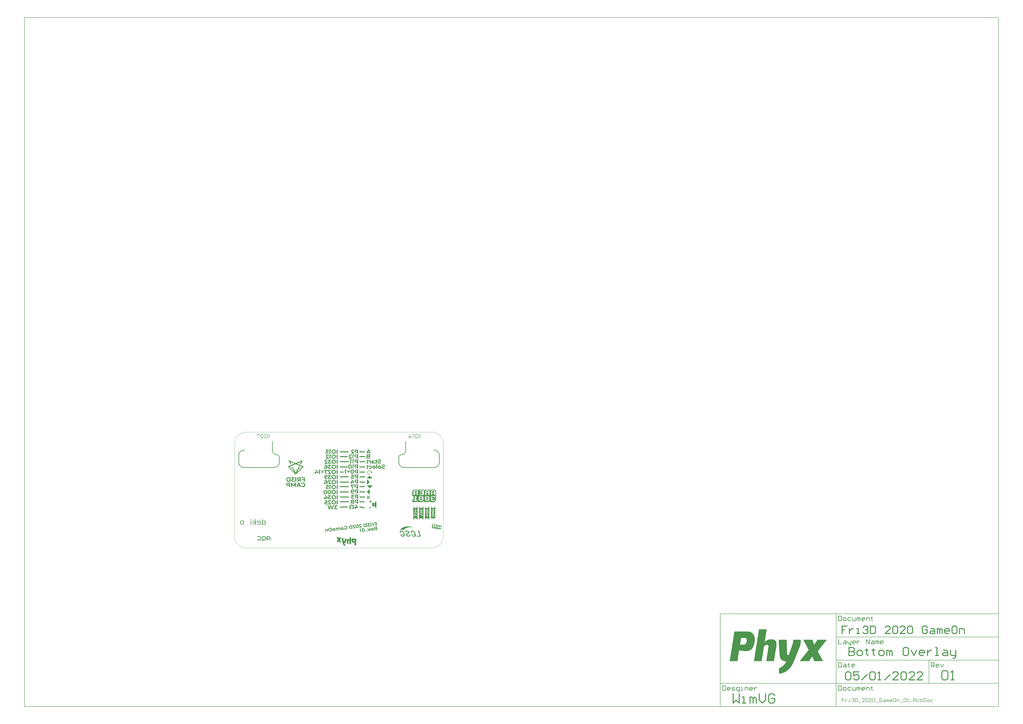
<source format=gbo>
G04*
G04 #@! TF.GenerationSoftware,Altium Limited,Altium Designer,22.0.2 (36)*
G04*
G04 Layer_Color=32896*
%FSLAX25Y25*%
%MOIN*%
G70*
G04*
G04 #@! TF.SameCoordinates,97D47E50-BCFC-400F-BBD2-71598373C37A*
G04*
G04*
G04 #@! TF.FilePolarity,Positive*
G04*
G01*
G75*
%ADD12C,0.00787*%
%ADD14C,0.01575*%
%ADD15C,0.00394*%
%ADD16C,0.00984*%
%ADD65R,0.06929X0.01280*%
G36*
X46308Y193496D02*
X46442Y193483D01*
X46575Y193471D01*
X46703Y193451D01*
X46817Y193426D01*
X46926Y193400D01*
X47028Y193381D01*
X47123Y193356D01*
X47206Y193330D01*
X47276Y193311D01*
X47333Y193286D01*
X47384Y193273D01*
X47416Y193260D01*
X47442Y193248D01*
X47448D01*
X47671Y193146D01*
X47875Y193025D01*
X47970Y192967D01*
X48053Y192904D01*
X48130Y192846D01*
X48206Y192789D01*
X48270Y192732D01*
X48321Y192681D01*
X48372Y192636D01*
X48410Y192591D01*
X48442Y192560D01*
X48467Y192534D01*
X48480Y192521D01*
X48486Y192515D01*
X47977Y192076D01*
X47843Y192216D01*
X47703Y192330D01*
X47550Y192439D01*
X47397Y192528D01*
X47238Y192598D01*
X47079Y192661D01*
X46919Y192712D01*
X46773Y192757D01*
X46626Y192789D01*
X46499Y192814D01*
X46378Y192827D01*
X46276Y192840D01*
X46187Y192846D01*
X46123Y192853D01*
X46072D01*
X45932Y192846D01*
X45798Y192840D01*
X45671Y192821D01*
X45556Y192802D01*
X45448Y192776D01*
X45346Y192744D01*
X45257Y192712D01*
X45174Y192681D01*
X45104Y192649D01*
X45040Y192617D01*
X44989Y192591D01*
X44945Y192560D01*
X44913Y192541D01*
X44887Y192521D01*
X44875Y192515D01*
X44868Y192509D01*
X44792Y192439D01*
X44728Y192368D01*
X44671Y192292D01*
X44620Y192216D01*
X44581Y192133D01*
X44543Y192056D01*
X44492Y191897D01*
X44480Y191827D01*
X44467Y191763D01*
X44454Y191700D01*
X44448Y191649D01*
X44441Y191604D01*
Y191572D01*
Y191553D01*
Y191547D01*
X44448Y191400D01*
X44473Y191254D01*
X44505Y191120D01*
X44537Y190999D01*
X44575Y190897D01*
X44594Y190852D01*
X44607Y190821D01*
X44620Y190789D01*
X44633Y190770D01*
X44639Y190757D01*
Y190751D01*
X44677Y190674D01*
X44728Y190598D01*
X44836Y190438D01*
X44957Y190286D01*
X45078Y190139D01*
X45136Y190069D01*
X45193Y190012D01*
X45244Y189954D01*
X45289Y189910D01*
X45327Y189872D01*
X45352Y189846D01*
X45371Y189827D01*
X45378Y189821D01*
X48276Y186973D01*
Y186470D01*
X43384D01*
Y187107D01*
X47219D01*
X44849Y189438D01*
X44728Y189559D01*
X44620Y189674D01*
X44518Y189789D01*
X44422Y189891D01*
X44346Y189992D01*
X44269Y190088D01*
X44206Y190177D01*
X44148Y190254D01*
X44097Y190330D01*
X44053Y190394D01*
X44021Y190451D01*
X43989Y190496D01*
X43970Y190534D01*
X43957Y190559D01*
X43944Y190578D01*
Y190585D01*
X43862Y190776D01*
X43804Y190961D01*
X43760Y191133D01*
X43734Y191292D01*
X43722Y191362D01*
X43715Y191426D01*
X43709Y191483D01*
Y191534D01*
X43703Y191572D01*
Y191598D01*
Y191617D01*
Y191623D01*
X43709Y191782D01*
X43728Y191935D01*
X43760Y192076D01*
X43798Y192209D01*
X43849Y192337D01*
X43900Y192445D01*
X43957Y192553D01*
X44015Y192642D01*
X44072Y192725D01*
X44129Y192802D01*
X44180Y192859D01*
X44231Y192916D01*
X44269Y192955D01*
X44301Y192980D01*
X44320Y192999D01*
X44327Y193006D01*
X44448Y193095D01*
X44575Y193171D01*
X44709Y193241D01*
X44849Y193298D01*
X44989Y193343D01*
X45129Y193388D01*
X45270Y193420D01*
X45403Y193445D01*
X45531Y193464D01*
X45645Y193483D01*
X45747Y193496D01*
X45836Y193502D01*
X45913Y193509D01*
X46015D01*
X46308Y193496D01*
D02*
G37*
G36*
X42683Y191502D02*
X41976D01*
Y192808D01*
X38383Y192808D01*
X41256Y186470D01*
X40479D01*
X37555Y192942D01*
Y193451D01*
X42683Y193451D01*
Y191502D01*
D02*
G37*
G36*
X301032Y188820D02*
Y188304D01*
X297089Y188304D01*
Y186470D01*
X296375D01*
Y188304D01*
X294974D01*
Y188941D01*
X296375D01*
Y190559D01*
X297070D01*
Y188941D01*
X300102Y188941D01*
X296534Y193451D01*
X297331Y193451D01*
X301032Y188820D01*
D02*
G37*
G36*
X58914Y186470D02*
X58175D01*
Y193451D01*
X58914D01*
Y186470D01*
D02*
G37*
G36*
X315275D02*
X314536D01*
Y193451D01*
X315275D01*
Y186470D01*
D02*
G37*
G36*
X304937Y192808D02*
X303293D01*
Y186470D01*
X302573D01*
Y193451D01*
X304937D01*
Y192808D01*
D02*
G37*
G36*
X53041Y193502D02*
X53226Y193490D01*
X53410Y193464D01*
X53582Y193439D01*
X53748Y193400D01*
X53901Y193362D01*
X54047Y193318D01*
X54181Y193279D01*
X54302Y193235D01*
X54410Y193190D01*
X54500Y193152D01*
X54582Y193114D01*
X54646Y193088D01*
X54691Y193063D01*
X54716Y193050D01*
X54729Y193044D01*
X54882Y192955D01*
X55028Y192853D01*
X55162Y192751D01*
X55290Y192649D01*
X55404Y192541D01*
X55512Y192439D01*
X55614Y192330D01*
X55704Y192235D01*
X55780Y192139D01*
X55850Y192050D01*
X55914Y191974D01*
X55958Y191903D01*
X55997Y191846D01*
X56022Y191808D01*
X56041Y191776D01*
X56047Y191770D01*
X56130Y191617D01*
X56200Y191464D01*
X56264Y191305D01*
X56321Y191152D01*
X56366Y190993D01*
X56404Y190846D01*
X56436Y190700D01*
X56462Y190566D01*
X56481Y190438D01*
X56493Y190324D01*
X56506Y190222D01*
X56512Y190133D01*
Y190056D01*
X56519Y190005D01*
Y189973D01*
Y189961D01*
X56512Y189776D01*
X56500Y189591D01*
X56474Y189419D01*
X56442Y189247D01*
X56411Y189088D01*
X56372Y188941D01*
X56328Y188801D01*
X56283Y188668D01*
X56239Y188553D01*
X56194Y188451D01*
X56156Y188355D01*
X56124Y188279D01*
X56092Y188222D01*
X56067Y188177D01*
X56054Y188145D01*
X56047Y188139D01*
X55952Y187992D01*
X55856Y187852D01*
X55748Y187725D01*
X55640Y187604D01*
X55532Y187489D01*
X55423Y187387D01*
X55315Y187292D01*
X55207Y187202D01*
X55111Y187126D01*
X55022Y187062D01*
X54939Y187005D01*
X54869Y186954D01*
X54812Y186922D01*
X54767Y186890D01*
X54735Y186878D01*
X54729Y186871D01*
X54570Y186788D01*
X54404Y186718D01*
X54245Y186661D01*
X54079Y186604D01*
X53920Y186559D01*
X53767Y186527D01*
X53614Y186495D01*
X53474Y186470D01*
X53340Y186451D01*
X53226Y186438D01*
X53117Y186425D01*
X53022Y186419D01*
X52952D01*
X52894Y186413D01*
X52850D01*
X52659Y186419D01*
X52474Y186432D01*
X52289Y186457D01*
X52117Y186483D01*
X51958Y186514D01*
X51799Y186553D01*
X51659Y186597D01*
X51525Y186642D01*
X51404Y186680D01*
X51296Y186725D01*
X51200Y186763D01*
X51123Y186795D01*
X51060Y186820D01*
X51015Y186846D01*
X50983Y186858D01*
X50977Y186865D01*
X50824Y186954D01*
X50684Y187049D01*
X50544Y187152D01*
X50423Y187260D01*
X50302Y187362D01*
X50194Y187470D01*
X50098Y187572D01*
X50009Y187674D01*
X49926Y187763D01*
X49862Y187852D01*
X49799Y187929D01*
X49754Y187999D01*
X49716Y188056D01*
X49684Y188094D01*
X49671Y188126D01*
X49665Y188132D01*
X49582Y188285D01*
X49505Y188445D01*
X49442Y188604D01*
X49391Y188763D01*
X49340Y188916D01*
X49302Y189069D01*
X49270Y189215D01*
X49244Y189356D01*
X49225Y189483D01*
X49213Y189597D01*
X49200Y189699D01*
X49193Y189789D01*
X49187Y189865D01*
Y189916D01*
Y189948D01*
Y189961D01*
X49193Y190145D01*
X49206Y190330D01*
X49232Y190502D01*
X49264Y190668D01*
X49295Y190827D01*
X49340Y190980D01*
X49378Y191120D01*
X49423Y191247D01*
X49467Y191362D01*
X49512Y191470D01*
X49556Y191560D01*
X49588Y191636D01*
X49620Y191693D01*
X49646Y191738D01*
X49658Y191770D01*
X49665Y191776D01*
X49760Y191923D01*
X49856Y192063D01*
X49964Y192197D01*
X50072Y192317D01*
X50181Y192432D01*
X50289Y192541D01*
X50397Y192636D01*
X50499Y192719D01*
X50595Y192795D01*
X50690Y192865D01*
X50767Y192916D01*
X50837Y192967D01*
X50894Y193006D01*
X50939Y193031D01*
X50964Y193044D01*
X50977Y193050D01*
X51136Y193133D01*
X51296Y193203D01*
X51461Y193260D01*
X51620Y193318D01*
X51780Y193362D01*
X51939Y193394D01*
X52085Y193426D01*
X52226Y193451D01*
X52359Y193471D01*
X52474Y193483D01*
X52582Y193496D01*
X52671Y193502D01*
X52748Y193509D01*
X52850D01*
X53041Y193502D01*
D02*
G37*
G36*
X309402D02*
X309587Y193490D01*
X309771Y193464D01*
X309943Y193439D01*
X310109Y193400D01*
X310262Y193362D01*
X310408Y193318D01*
X310542Y193279D01*
X310663Y193235D01*
X310771Y193190D01*
X310861Y193152D01*
X310944Y193114D01*
X311007Y193088D01*
X311052Y193063D01*
X311077Y193050D01*
X311090Y193044D01*
X311243Y192955D01*
X311389Y192853D01*
X311523Y192751D01*
X311650Y192649D01*
X311765Y192541D01*
X311874Y192439D01*
X311975Y192330D01*
X312065Y192235D01*
X312141Y192139D01*
X312211Y192050D01*
X312275Y191974D01*
X312319Y191903D01*
X312358Y191846D01*
X312383Y191808D01*
X312402Y191776D01*
X312409Y191770D01*
X312491Y191617D01*
X312561Y191464D01*
X312625Y191305D01*
X312683Y191152D01*
X312727Y190993D01*
X312765Y190846D01*
X312797Y190700D01*
X312823Y190566D01*
X312842Y190438D01*
X312855Y190324D01*
X312867Y190222D01*
X312874Y190133D01*
Y190056D01*
X312880Y190005D01*
Y189973D01*
Y189961D01*
X312874Y189776D01*
X312861Y189591D01*
X312835Y189419D01*
X312804Y189247D01*
X312772Y189088D01*
X312733Y188941D01*
X312689Y188801D01*
X312644Y188668D01*
X312600Y188553D01*
X312555Y188451D01*
X312517Y188355D01*
X312485Y188279D01*
X312453Y188222D01*
X312428Y188177D01*
X312415Y188145D01*
X312409Y188139D01*
X312313Y187992D01*
X312217Y187852D01*
X312109Y187725D01*
X312001Y187604D01*
X311893Y187489D01*
X311784Y187387D01*
X311676Y187292D01*
X311568Y187202D01*
X311472Y187126D01*
X311383Y187062D01*
X311300Y187005D01*
X311230Y186954D01*
X311173Y186922D01*
X311128Y186890D01*
X311096Y186878D01*
X311090Y186871D01*
X310931Y186788D01*
X310765Y186718D01*
X310606Y186661D01*
X310440Y186604D01*
X310281Y186559D01*
X310128Y186527D01*
X309975Y186495D01*
X309835Y186470D01*
X309701Y186451D01*
X309587Y186438D01*
X309478Y186425D01*
X309383Y186419D01*
X309313D01*
X309255Y186413D01*
X309211D01*
X309020Y186419D01*
X308835Y186432D01*
X308650Y186457D01*
X308478Y186483D01*
X308319Y186514D01*
X308160Y186553D01*
X308020Y186597D01*
X307886Y186642D01*
X307765Y186680D01*
X307657Y186725D01*
X307561Y186763D01*
X307485Y186795D01*
X307421Y186820D01*
X307376Y186846D01*
X307344Y186858D01*
X307338Y186865D01*
X307185Y186954D01*
X307045Y187049D01*
X306905Y187152D01*
X306784Y187260D01*
X306663Y187362D01*
X306555Y187470D01*
X306459Y187572D01*
X306370Y187674D01*
X306287Y187763D01*
X306223Y187852D01*
X306160Y187929D01*
X306115Y187999D01*
X306077Y188056D01*
X306045Y188094D01*
X306032Y188126D01*
X306026Y188132D01*
X305943Y188285D01*
X305867Y188445D01*
X305803Y188604D01*
X305752Y188763D01*
X305701Y188916D01*
X305663Y189069D01*
X305631Y189215D01*
X305605Y189356D01*
X305586Y189483D01*
X305574Y189597D01*
X305561Y189699D01*
X305554Y189789D01*
X305548Y189865D01*
Y189916D01*
Y189948D01*
Y189961D01*
X305554Y190145D01*
X305567Y190330D01*
X305593Y190502D01*
X305625Y190668D01*
X305656Y190827D01*
X305701Y190980D01*
X305739Y191120D01*
X305784Y191247D01*
X305828Y191362D01*
X305873Y191470D01*
X305918Y191560D01*
X305949Y191636D01*
X305981Y191693D01*
X306007Y191738D01*
X306019Y191770D01*
X306026Y191776D01*
X306121Y191923D01*
X306217Y192063D01*
X306325Y192197D01*
X306434Y192317D01*
X306542Y192432D01*
X306650Y192541D01*
X306758Y192636D01*
X306860Y192719D01*
X306956Y192795D01*
X307051Y192865D01*
X307128Y192916D01*
X307198Y192967D01*
X307255Y193006D01*
X307300Y193031D01*
X307325Y193044D01*
X307338Y193050D01*
X307497Y193133D01*
X307657Y193203D01*
X307822Y193260D01*
X307981Y193318D01*
X308141Y193362D01*
X308300Y193394D01*
X308446Y193426D01*
X308587Y193451D01*
X308720Y193471D01*
X308835Y193483D01*
X308943Y193496D01*
X309033Y193502D01*
X309109Y193509D01*
X309211D01*
X309402Y193502D01*
D02*
G37*
G36*
X200568Y167316D02*
X200734Y167310D01*
X200893Y167291D01*
X201040Y167272D01*
X201186Y167246D01*
X201320Y167215D01*
X201448Y167183D01*
X201562Y167151D01*
X201670Y167119D01*
X201766Y167087D01*
X201842Y167062D01*
X201912Y167030D01*
X201970Y167011D01*
X202008Y166992D01*
X202033Y166985D01*
X202040Y166979D01*
X202174Y166909D01*
X202295Y166839D01*
X202409Y166762D01*
X202518Y166686D01*
X202620Y166609D01*
X202715Y166527D01*
X202798Y166450D01*
X202874Y166374D01*
X202938Y166304D01*
X203002Y166240D01*
X203053Y166183D01*
X203091Y166132D01*
X203123Y166087D01*
X203148Y166055D01*
X203161Y166036D01*
X203167Y166030D01*
X201989Y165272D01*
X201893Y165393D01*
X201785Y165501D01*
X201683Y165590D01*
X201588Y165667D01*
X201498Y165724D01*
X201435Y165762D01*
X201409Y165775D01*
X201390Y165788D01*
X201377Y165794D01*
X201371D01*
X201231Y165851D01*
X201084Y165896D01*
X200944Y165928D01*
X200817Y165953D01*
X200709Y165966D01*
X200658D01*
X200619Y165972D01*
X200543D01*
X200352Y165960D01*
X200180Y165934D01*
X200110Y165921D01*
X200040Y165902D01*
X199976Y165877D01*
X199925Y165858D01*
X199874Y165839D01*
X199829Y165813D01*
X199798Y165794D01*
X199766Y165781D01*
X199747Y165762D01*
X199728Y165756D01*
X199715Y165743D01*
X199664Y165699D01*
X199619Y165654D01*
X199549Y165546D01*
X199498Y165444D01*
X199466Y165335D01*
X199441Y165246D01*
X199435Y165170D01*
X199428Y165138D01*
Y165119D01*
Y165106D01*
Y165100D01*
X199435Y164991D01*
X199454Y164890D01*
X199479Y164788D01*
X199505Y164698D01*
X199530Y164622D01*
X199556Y164565D01*
X199575Y164526D01*
X199581Y164520D01*
Y164514D01*
X199613Y164456D01*
X199645Y164399D01*
X199734Y164278D01*
X199829Y164163D01*
X199925Y164055D01*
X200014Y163960D01*
X200052Y163915D01*
X200084Y163883D01*
X200116Y163851D01*
X200135Y163832D01*
X200148Y163819D01*
X200154Y163813D01*
X202849Y161271D01*
Y160227D01*
X197568D01*
Y161539D01*
X200575D01*
X198970Y163055D01*
X198848Y163176D01*
X198734Y163284D01*
X198626Y163399D01*
X198536Y163501D01*
X198447Y163603D01*
X198371Y163692D01*
X198307Y163781D01*
X198243Y163864D01*
X198192Y163934D01*
X198154Y163998D01*
X198116Y164055D01*
X198091Y164100D01*
X198065Y164138D01*
X198052Y164163D01*
X198039Y164182D01*
Y164189D01*
X197957Y164380D01*
X197899Y164571D01*
X197855Y164749D01*
X197829Y164915D01*
X197817Y164985D01*
X197810Y165055D01*
X197804Y165112D01*
Y165163D01*
X197798Y165202D01*
Y165234D01*
Y165253D01*
Y165259D01*
X197804Y165374D01*
X197810Y165488D01*
X197848Y165699D01*
X197874Y165794D01*
X197899Y165883D01*
X197931Y165966D01*
X197957Y166042D01*
X197989Y166113D01*
X198020Y166176D01*
X198046Y166227D01*
X198071Y166272D01*
X198091Y166310D01*
X198110Y166335D01*
X198116Y166348D01*
X198122Y166355D01*
X198256Y166520D01*
X198403Y166660D01*
X198556Y166788D01*
X198702Y166883D01*
X198829Y166966D01*
X198887Y166998D01*
X198938Y167024D01*
X198976Y167043D01*
X199008Y167055D01*
X199027Y167068D01*
X199033D01*
X199256Y167151D01*
X199492Y167215D01*
X199721Y167259D01*
X199829Y167278D01*
X199931Y167291D01*
X200027Y167304D01*
X200116Y167310D01*
X200199Y167316D01*
X200263D01*
X200320Y167323D01*
X200396D01*
X200568Y167316D01*
D02*
G37*
G36*
X231254Y160341D02*
X229604Y160341D01*
X228986Y161832D01*
X225744D01*
X225120Y160341D01*
X223425D01*
X226547Y167323D01*
X228145D01*
X231254Y160341D01*
D02*
G37*
G36*
X209652Y160227D02*
X208034D01*
Y162150D01*
X206626D01*
X206454Y162157D01*
X206289Y162163D01*
X206129Y162176D01*
X205983Y162195D01*
X205843Y162221D01*
X205709Y162246D01*
X205582Y162271D01*
X205473Y162303D01*
X205371Y162329D01*
X205282Y162354D01*
X205199Y162380D01*
X205136Y162405D01*
X205085Y162424D01*
X205047Y162437D01*
X205021Y162450D01*
X205015D01*
X204887Y162507D01*
X204773Y162577D01*
X204664Y162647D01*
X204562Y162717D01*
X204467Y162787D01*
X204384Y162864D01*
X204301Y162934D01*
X204231Y163004D01*
X204174Y163068D01*
X204117Y163131D01*
X204072Y163189D01*
X204034Y163233D01*
X204002Y163271D01*
X203983Y163303D01*
X203970Y163322D01*
X203964Y163329D01*
X203900Y163437D01*
X203843Y163552D01*
X203792Y163666D01*
X203747Y163781D01*
X203715Y163896D01*
X203683Y164004D01*
X203658Y164112D01*
X203639Y164214D01*
X203626Y164310D01*
X203613Y164399D01*
X203607Y164476D01*
X203601Y164546D01*
X203594Y164596D01*
Y164641D01*
Y164667D01*
Y164673D01*
X203601Y164819D01*
X203607Y164953D01*
X203626Y165087D01*
X203651Y165208D01*
X203677Y165329D01*
X203709Y165437D01*
X203747Y165546D01*
X203779Y165635D01*
X203811Y165724D01*
X203849Y165794D01*
X203881Y165864D01*
X203906Y165915D01*
X203932Y165960D01*
X203944Y165991D01*
X203957Y166011D01*
X203964Y166017D01*
X204034Y166119D01*
X204117Y166221D01*
X204199Y166310D01*
X204282Y166399D01*
X204371Y166476D01*
X204461Y166546D01*
X204543Y166616D01*
X204626Y166673D01*
X204709Y166724D01*
X204779Y166769D01*
X204843Y166807D01*
X204900Y166839D01*
X204951Y166864D01*
X204983Y166883D01*
X205008Y166890D01*
X205015Y166896D01*
X205142Y166953D01*
X205282Y166998D01*
X205416Y167043D01*
X205556Y167074D01*
X205824Y167132D01*
X205951Y167151D01*
X206079Y167170D01*
X206193Y167183D01*
X206295Y167189D01*
X206391Y167202D01*
X206467D01*
X206537Y167208D01*
X209652D01*
Y160227D01*
D02*
G37*
G36*
X174902D02*
X173284D01*
Y167208D01*
X174902D01*
Y160227D01*
D02*
G37*
G36*
X163965Y165909D02*
X162564D01*
Y160227D01*
X160952D01*
Y167208D01*
X163965D01*
Y165909D01*
D02*
G37*
G36*
X168443Y167316D02*
X168641Y167304D01*
X168825Y167278D01*
X169010Y167246D01*
X169182Y167215D01*
X169342Y167176D01*
X169488Y167132D01*
X169628Y167087D01*
X169755Y167043D01*
X169870Y166998D01*
X169966Y166960D01*
X170049Y166928D01*
X170112Y166896D01*
X170163Y166871D01*
X170189Y166858D01*
X170201Y166851D01*
X170361Y166762D01*
X170514Y166660D01*
X170654Y166558D01*
X170781Y166456D01*
X170908Y166348D01*
X171017Y166240D01*
X171119Y166138D01*
X171214Y166036D01*
X171297Y165941D01*
X171367Y165851D01*
X171431Y165769D01*
X171482Y165699D01*
X171520Y165641D01*
X171546Y165603D01*
X171565Y165571D01*
X171571Y165565D01*
X171660Y165412D01*
X171730Y165253D01*
X171800Y165087D01*
X171851Y164928D01*
X171902Y164775D01*
X171941Y164622D01*
X171972Y164476D01*
X171998Y164335D01*
X172023Y164201D01*
X172036Y164087D01*
X172049Y163979D01*
X172055Y163889D01*
Y163819D01*
X172062Y163762D01*
Y163730D01*
Y163717D01*
X172055Y163526D01*
X172042Y163342D01*
X172017Y163163D01*
X171985Y162991D01*
X171947Y162832D01*
X171909Y162679D01*
X171864Y162533D01*
X171813Y162405D01*
X171768Y162284D01*
X171724Y162176D01*
X171686Y162087D01*
X171647Y162010D01*
X171616Y161947D01*
X171590Y161902D01*
X171577Y161876D01*
X171571Y161864D01*
X171475Y161717D01*
X171367Y161571D01*
X171259Y161437D01*
X171144Y161316D01*
X171036Y161201D01*
X170921Y161093D01*
X170807Y160997D01*
X170698Y160915D01*
X170596Y160838D01*
X170501Y160768D01*
X170418Y160711D01*
X170348Y160660D01*
X170284Y160628D01*
X170240Y160596D01*
X170214Y160583D01*
X170201Y160577D01*
X170036Y160494D01*
X169864Y160424D01*
X169698Y160360D01*
X169526Y160310D01*
X169361Y160265D01*
X169201Y160227D01*
X169042Y160195D01*
X168896Y160169D01*
X168762Y160150D01*
X168634Y160137D01*
X168526Y160125D01*
X168431Y160118D01*
X168354D01*
X168297Y160112D01*
X168246D01*
X168042Y160118D01*
X167851Y160131D01*
X167660Y160157D01*
X167481Y160182D01*
X167309Y160220D01*
X167150Y160258D01*
X166997Y160303D01*
X166857Y160348D01*
X166736Y160386D01*
X166621Y160431D01*
X166526Y160469D01*
X166443Y160507D01*
X166379Y160532D01*
X166329Y160558D01*
X166303Y160571D01*
X166290Y160577D01*
X166131Y160666D01*
X165978Y160768D01*
X165838Y160870D01*
X165711Y160972D01*
X165583Y161080D01*
X165475Y161188D01*
X165373Y161297D01*
X165277Y161392D01*
X165195Y161488D01*
X165124Y161577D01*
X165061Y161660D01*
X165010Y161730D01*
X164972Y161787D01*
X164946Y161826D01*
X164927Y161857D01*
X164921Y161864D01*
X164831Y162023D01*
X164755Y162182D01*
X164691Y162341D01*
X164634Y162501D01*
X164583Y162660D01*
X164545Y162813D01*
X164513Y162959D01*
X164488Y163100D01*
X164468Y163227D01*
X164449Y163348D01*
X164437Y163456D01*
X164430Y163545D01*
X164424Y163616D01*
Y163673D01*
Y163705D01*
Y163717D01*
X164430Y163909D01*
X164443Y164093D01*
X164468Y164272D01*
X164500Y164437D01*
X164539Y164603D01*
X164583Y164756D01*
X164628Y164896D01*
X164672Y165023D01*
X164717Y165144D01*
X164761Y165253D01*
X164806Y165342D01*
X164844Y165418D01*
X164876Y165482D01*
X164902Y165526D01*
X164914Y165558D01*
X164921Y165565D01*
X165016Y165718D01*
X165124Y165858D01*
X165233Y165991D01*
X165341Y166113D01*
X165456Y166227D01*
X165570Y166335D01*
X165685Y166431D01*
X165793Y166514D01*
X165895Y166597D01*
X165991Y166660D01*
X166074Y166718D01*
X166144Y166769D01*
X166207Y166800D01*
X166252Y166832D01*
X166278Y166845D01*
X166290Y166851D01*
X166456Y166934D01*
X166621Y167004D01*
X166794Y167068D01*
X166959Y167125D01*
X167125Y167170D01*
X167290Y167208D01*
X167443Y167240D01*
X167590Y167265D01*
X167730Y167285D01*
X167857Y167297D01*
X167966Y167310D01*
X168061Y167316D01*
X168138Y167323D01*
X168246D01*
X168443Y167316D01*
D02*
G37*
G36*
X159780Y165909D02*
X156812D01*
X158245Y164284D01*
Y163214D01*
X157385D01*
X157277Y163208D01*
X157175Y163195D01*
X157073Y163176D01*
X156984Y163157D01*
X156901Y163138D01*
X156748Y163080D01*
X156627Y163017D01*
X156519Y162947D01*
X156430Y162870D01*
X156366Y162787D01*
X156308Y162711D01*
X156270Y162628D01*
X156238Y162558D01*
X156219Y162494D01*
X156207Y162437D01*
X156200Y162399D01*
Y162373D01*
Y162361D01*
X156207Y162284D01*
X156213Y162208D01*
X156257Y162074D01*
X156308Y161959D01*
X156372Y161864D01*
X156442Y161787D01*
X156493Y161736D01*
X156538Y161705D01*
X156544Y161692D01*
X156551D01*
X156691Y161615D01*
X156850Y161558D01*
X157009Y161520D01*
X157162Y161494D01*
X157232Y161482D01*
X157296Y161475D01*
X157353Y161469D01*
X157404D01*
X157449Y161462D01*
X157506D01*
X157710Y161469D01*
X157907Y161488D01*
X158086Y161513D01*
X158168Y161526D01*
X158251Y161545D01*
X158321Y161558D01*
X158385Y161571D01*
X158442Y161583D01*
X158493Y161596D01*
X158532Y161609D01*
X158557Y161615D01*
X158576Y161622D01*
X158583D01*
X158774Y161692D01*
X158946Y161762D01*
X159105Y161845D01*
X159239Y161915D01*
X159296Y161953D01*
X159347Y161985D01*
X159392Y162010D01*
X159430Y162036D01*
X159462Y162061D01*
X159481Y162074D01*
X159494Y162080D01*
X159500Y162087D01*
X160124Y160851D01*
X159933Y160723D01*
X159729Y160615D01*
X159525Y160520D01*
X159341Y160443D01*
X159251Y160411D01*
X159169Y160380D01*
X159098Y160360D01*
X159041Y160341D01*
X158990Y160322D01*
X158952Y160310D01*
X158926Y160303D01*
X158920D01*
X158653Y160239D01*
X158391Y160195D01*
X158149Y160157D01*
X158035Y160144D01*
X157926Y160137D01*
X157831Y160131D01*
X157742Y160125D01*
X157659Y160118D01*
X157595D01*
X157538Y160112D01*
X157468D01*
X157296Y160118D01*
X157124Y160125D01*
X156965Y160137D01*
X156818Y160163D01*
X156678Y160182D01*
X156544Y160208D01*
X156423Y160239D01*
X156315Y160265D01*
X156213Y160297D01*
X156124Y160322D01*
X156047Y160348D01*
X155984Y160373D01*
X155933Y160392D01*
X155901Y160405D01*
X155875Y160411D01*
X155869Y160418D01*
X155748Y160475D01*
X155640Y160539D01*
X155538Y160609D01*
X155442Y160673D01*
X155353Y160743D01*
X155270Y160813D01*
X155200Y160876D01*
X155136Y160940D01*
X155079Y160997D01*
X155028Y161055D01*
X154990Y161106D01*
X154952Y161150D01*
X154926Y161182D01*
X154907Y161214D01*
X154901Y161227D01*
X154894Y161233D01*
X154837Y161329D01*
X154786Y161431D01*
X154748Y161526D01*
X154710Y161628D01*
X154652Y161819D01*
X154614Y161991D01*
X154601Y162068D01*
X154595Y162138D01*
X154582Y162201D01*
Y162259D01*
X154576Y162303D01*
Y162335D01*
Y162354D01*
Y162361D01*
X154582Y162507D01*
X154595Y162641D01*
X154620Y162775D01*
X154652Y162896D01*
X154691Y163017D01*
X154729Y163125D01*
X154773Y163221D01*
X154818Y163316D01*
X154869Y163399D01*
X154913Y163469D01*
X154952Y163533D01*
X154990Y163584D01*
X155022Y163622D01*
X155047Y163654D01*
X155060Y163673D01*
X155066Y163679D01*
X155162Y163775D01*
X155264Y163864D01*
X155372Y163940D01*
X155487Y164010D01*
X155608Y164074D01*
X155722Y164131D01*
X155837Y164176D01*
X155945Y164221D01*
X156054Y164259D01*
X156149Y164284D01*
X156238Y164310D01*
X156315Y164329D01*
X156378Y164342D01*
X156430Y164354D01*
X156455Y164361D01*
X156468D01*
X154894Y166157D01*
Y167208D01*
X159780D01*
Y165909D01*
D02*
G37*
G36*
X196657Y158824D02*
X196823Y158818D01*
X196982Y158799D01*
X197129Y158779D01*
X197275Y158754D01*
X197409Y158722D01*
X197536Y158690D01*
X197651Y158658D01*
X197759Y158626D01*
X197855Y158595D01*
X197931Y158569D01*
X198001Y158537D01*
X198059Y158518D01*
X198097Y158499D01*
X198122Y158493D01*
X198129Y158486D01*
X198263Y158416D01*
X198383Y158346D01*
X198498Y158270D01*
X198607Y158193D01*
X198708Y158117D01*
X198804Y158034D01*
X198887Y157958D01*
X198963Y157881D01*
X199027Y157811D01*
X199091Y157747D01*
X199142Y157690D01*
X199180Y157639D01*
X199212Y157595D01*
X199237Y157563D01*
X199250Y157544D01*
X199256Y157537D01*
X198078Y156779D01*
X197982Y156900D01*
X197874Y157009D01*
X197772Y157098D01*
X197676Y157174D01*
X197587Y157231D01*
X197524Y157270D01*
X197498Y157282D01*
X197479Y157295D01*
X197466Y157302D01*
X197460D01*
X197320Y157359D01*
X197173Y157404D01*
X197033Y157435D01*
X196906Y157461D01*
X196797Y157474D01*
X196746D01*
X196708Y157480D01*
X196632D01*
X196441Y157467D01*
X196269Y157442D01*
X196199Y157429D01*
X196128Y157410D01*
X196065Y157384D01*
X196014Y157365D01*
X195963Y157346D01*
X195918Y157321D01*
X195887Y157302D01*
X195855Y157289D01*
X195835Y157270D01*
X195816Y157263D01*
X195804Y157251D01*
X195753Y157206D01*
X195708Y157161D01*
X195638Y157053D01*
X195587Y156951D01*
X195555Y156843D01*
X195530Y156754D01*
X195523Y156677D01*
X195517Y156646D01*
Y156626D01*
Y156614D01*
Y156607D01*
X195523Y156499D01*
X195543Y156397D01*
X195568Y156295D01*
X195594Y156206D01*
X195619Y156130D01*
X195644Y156072D01*
X195663Y156034D01*
X195670Y156028D01*
Y156021D01*
X195702Y155964D01*
X195734Y155906D01*
X195823Y155786D01*
X195918Y155671D01*
X196014Y155563D01*
X196103Y155467D01*
X196141Y155422D01*
X196173Y155391D01*
X196205Y155359D01*
X196224Y155340D01*
X196237Y155327D01*
X196243Y155321D01*
X198938Y152779D01*
Y151734D01*
X193657D01*
Y153046D01*
X196664D01*
X195058Y154562D01*
X194937Y154683D01*
X194823Y154792D01*
X194714Y154906D01*
X194625Y155008D01*
X194536Y155110D01*
X194460Y155200D01*
X194396Y155289D01*
X194332Y155371D01*
X194281Y155441D01*
X194243Y155505D01*
X194205Y155563D01*
X194179Y155607D01*
X194154Y155645D01*
X194141Y155671D01*
X194128Y155690D01*
Y155696D01*
X194045Y155887D01*
X193988Y156079D01*
X193944Y156257D01*
X193918Y156422D01*
X193905Y156493D01*
X193899Y156563D01*
X193893Y156620D01*
Y156671D01*
X193886Y156709D01*
Y156741D01*
Y156760D01*
Y156766D01*
X193893Y156881D01*
X193899Y156996D01*
X193937Y157206D01*
X193963Y157302D01*
X193988Y157391D01*
X194020Y157474D01*
X194045Y157550D01*
X194077Y157620D01*
X194109Y157684D01*
X194135Y157735D01*
X194160Y157779D01*
X194179Y157817D01*
X194198Y157843D01*
X194205Y157856D01*
X194211Y157862D01*
X194345Y158028D01*
X194491Y158168D01*
X194644Y158295D01*
X194791Y158391D01*
X194918Y158474D01*
X194976Y158505D01*
X195027Y158531D01*
X195065Y158550D01*
X195097Y158563D01*
X195116Y158576D01*
X195122D01*
X195345Y158658D01*
X195581Y158722D01*
X195810Y158767D01*
X195918Y158786D01*
X196020Y158799D01*
X196116Y158811D01*
X196205Y158818D01*
X196288Y158824D01*
X196352D01*
X196409Y158830D01*
X196485D01*
X196657Y158824D01*
D02*
G37*
G36*
X157512Y158709D02*
X157678Y158703D01*
X157837Y158684D01*
X157984Y158665D01*
X158130Y158639D01*
X158264Y158607D01*
X158391Y158576D01*
X158506Y158544D01*
X158614Y158512D01*
X158710Y158480D01*
X158786Y158455D01*
X158856Y158423D01*
X158914Y158404D01*
X158952Y158385D01*
X158977Y158378D01*
X158984Y158372D01*
X159118Y158302D01*
X159239Y158232D01*
X159353Y158155D01*
X159462Y158079D01*
X159564Y158002D01*
X159659Y157920D01*
X159742Y157843D01*
X159818Y157767D01*
X159882Y157696D01*
X159946Y157633D01*
X159997Y157576D01*
X160035Y157525D01*
X160067Y157480D01*
X160092Y157448D01*
X160105Y157429D01*
X160111Y157423D01*
X158933Y156665D01*
X158837Y156786D01*
X158729Y156894D01*
X158627Y156983D01*
X158532Y157060D01*
X158442Y157117D01*
X158379Y157155D01*
X158353Y157168D01*
X158334Y157181D01*
X158321Y157187D01*
X158315D01*
X158175Y157244D01*
X158028Y157289D01*
X157888Y157321D01*
X157761Y157346D01*
X157652Y157359D01*
X157602D01*
X157563Y157365D01*
X157487D01*
X157296Y157352D01*
X157124Y157327D01*
X157054Y157314D01*
X156984Y157295D01*
X156920Y157270D01*
X156869Y157251D01*
X156818Y157231D01*
X156773Y157206D01*
X156742Y157187D01*
X156710Y157174D01*
X156691Y157155D01*
X156672Y157149D01*
X156659Y157136D01*
X156608Y157091D01*
X156563Y157047D01*
X156493Y156939D01*
X156442Y156837D01*
X156410Y156728D01*
X156385Y156639D01*
X156378Y156563D01*
X156372Y156531D01*
Y156512D01*
Y156499D01*
Y156493D01*
X156378Y156384D01*
X156398Y156282D01*
X156423Y156180D01*
X156449Y156091D01*
X156474Y156015D01*
X156500Y155957D01*
X156519Y155919D01*
X156525Y155913D01*
Y155906D01*
X156557Y155849D01*
X156589Y155792D01*
X156678Y155671D01*
X156773Y155556D01*
X156869Y155448D01*
X156958Y155352D01*
X156996Y155308D01*
X157028Y155276D01*
X157060Y155244D01*
X157079Y155225D01*
X157092Y155212D01*
X157098Y155206D01*
X159793Y152664D01*
Y151620D01*
X154512D01*
Y152932D01*
X157519D01*
X155913Y154448D01*
X155792Y154569D01*
X155678Y154677D01*
X155570Y154792D01*
X155480Y154894D01*
X155391Y154996D01*
X155315Y155085D01*
X155251Y155174D01*
X155187Y155257D01*
X155136Y155327D01*
X155098Y155391D01*
X155060Y155448D01*
X155034Y155492D01*
X155009Y155531D01*
X154996Y155556D01*
X154983Y155575D01*
Y155582D01*
X154901Y155773D01*
X154843Y155964D01*
X154799Y156142D01*
X154773Y156308D01*
X154761Y156378D01*
X154754Y156448D01*
X154748Y156505D01*
Y156556D01*
X154742Y156595D01*
Y156626D01*
Y156646D01*
Y156652D01*
X154748Y156766D01*
X154754Y156881D01*
X154792Y157091D01*
X154818Y157187D01*
X154843Y157276D01*
X154875Y157359D01*
X154901Y157435D01*
X154932Y157505D01*
X154964Y157569D01*
X154990Y157620D01*
X155015Y157665D01*
X155034Y157703D01*
X155054Y157728D01*
X155060Y157741D01*
X155066Y157747D01*
X155200Y157913D01*
X155347Y158053D01*
X155499Y158181D01*
X155646Y158276D01*
X155773Y158359D01*
X155831Y158391D01*
X155882Y158416D01*
X155920Y158435D01*
X155952Y158448D01*
X155971Y158461D01*
X155977D01*
X156200Y158544D01*
X156436Y158607D01*
X156665Y158652D01*
X156773Y158671D01*
X156875Y158684D01*
X156971Y158697D01*
X157060Y158703D01*
X157143Y158709D01*
X157207D01*
X157264Y158716D01*
X157340D01*
X157512Y158709D01*
D02*
G37*
G36*
X229840Y151963D02*
X226228D01*
X225980Y151970D01*
X225744Y151983D01*
X225527Y152008D01*
X225324Y152040D01*
X225139Y152078D01*
X224967Y152116D01*
X224814Y152161D01*
X224674Y152212D01*
X224553Y152257D01*
X224444Y152301D01*
X224355Y152339D01*
X224279Y152377D01*
X224221Y152409D01*
X224177Y152435D01*
X224151Y152448D01*
X224145Y152454D01*
X224018Y152550D01*
X223909Y152658D01*
X223814Y152766D01*
X223731Y152887D01*
X223661Y153002D01*
X223604Y153123D01*
X223559Y153237D01*
X223521Y153346D01*
X223489Y153454D01*
X223470Y153550D01*
X223451Y153639D01*
X223444Y153715D01*
X223438Y153779D01*
X223432Y153830D01*
Y153855D01*
Y153868D01*
X223438Y153989D01*
X223444Y154097D01*
X223482Y154308D01*
X223508Y154403D01*
X223540Y154499D01*
X223572Y154582D01*
X223604Y154652D01*
X223635Y154722D01*
X223667Y154785D01*
X223693Y154836D01*
X223725Y154881D01*
X223744Y154913D01*
X223763Y154938D01*
X223769Y154951D01*
X223776Y154957D01*
X223916Y155110D01*
X224062Y155244D01*
X224221Y155352D01*
X224368Y155441D01*
X224438Y155480D01*
X224502Y155512D01*
X224565Y155537D01*
X224610Y155556D01*
X224655Y155575D01*
X224687Y155588D01*
X224706Y155594D01*
X224712D01*
X224559Y155690D01*
X224419Y155792D01*
X224304Y155894D01*
X224209Y155996D01*
X224132Y156085D01*
X224075Y156155D01*
X224056Y156180D01*
X224043Y156200D01*
X224030Y156212D01*
Y156219D01*
X223948Y156371D01*
X223884Y156531D01*
X223839Y156684D01*
X223814Y156824D01*
X223801Y156887D01*
X223795Y156945D01*
X223788Y157002D01*
Y157047D01*
X223782Y157079D01*
Y157104D01*
Y157123D01*
Y157130D01*
X223788Y157282D01*
X223814Y157429D01*
X223846Y157563D01*
X223890Y157690D01*
X223941Y157805D01*
X223998Y157913D01*
X224056Y158015D01*
X224119Y158104D01*
X224183Y158187D01*
X224247Y158257D01*
X224304Y158314D01*
X224355Y158365D01*
X224400Y158404D01*
X224432Y158429D01*
X224457Y158448D01*
X224464Y158455D01*
X224597Y158544D01*
X224744Y158614D01*
X224897Y158684D01*
X225056Y158741D01*
X225221Y158786D01*
X225381Y158824D01*
X225546Y158856D01*
X225699Y158881D01*
X225846Y158907D01*
X225986Y158920D01*
X226107Y158932D01*
X226215Y158939D01*
X226304Y158945D01*
X229840D01*
Y151963D01*
D02*
G37*
G36*
X209652Y151734D02*
X208034D01*
Y153658D01*
X206626D01*
X206454Y153664D01*
X206289Y153671D01*
X206129Y153683D01*
X205983Y153702D01*
X205843Y153728D01*
X205709Y153753D01*
X205582Y153779D01*
X205473Y153811D01*
X205371Y153836D01*
X205282Y153862D01*
X205199Y153887D01*
X205136Y153913D01*
X205085Y153932D01*
X205047Y153945D01*
X205021Y153957D01*
X205015D01*
X204887Y154015D01*
X204773Y154085D01*
X204664Y154155D01*
X204562Y154225D01*
X204467Y154295D01*
X204384Y154371D01*
X204301Y154441D01*
X204231Y154511D01*
X204174Y154575D01*
X204117Y154639D01*
X204072Y154696D01*
X204034Y154741D01*
X204002Y154779D01*
X203983Y154811D01*
X203970Y154830D01*
X203964Y154836D01*
X203900Y154945D01*
X203843Y155059D01*
X203792Y155174D01*
X203747Y155289D01*
X203715Y155403D01*
X203683Y155512D01*
X203658Y155620D01*
X203639Y155722D01*
X203626Y155817D01*
X203613Y155906D01*
X203607Y155983D01*
X203601Y156053D01*
X203594Y156104D01*
Y156149D01*
Y156174D01*
Y156180D01*
X203601Y156327D01*
X203607Y156461D01*
X203626Y156595D01*
X203651Y156716D01*
X203677Y156837D01*
X203709Y156945D01*
X203747Y157053D01*
X203779Y157142D01*
X203811Y157231D01*
X203849Y157302D01*
X203881Y157372D01*
X203906Y157423D01*
X203932Y157467D01*
X203944Y157499D01*
X203957Y157518D01*
X203964Y157525D01*
X204034Y157626D01*
X204117Y157728D01*
X204199Y157817D01*
X204282Y157907D01*
X204371Y157983D01*
X204461Y158053D01*
X204543Y158123D01*
X204626Y158181D01*
X204709Y158232D01*
X204779Y158276D01*
X204843Y158314D01*
X204900Y158346D01*
X204951Y158372D01*
X204983Y158391D01*
X205008Y158397D01*
X205015Y158404D01*
X205142Y158461D01*
X205282Y158505D01*
X205416Y158550D01*
X205556Y158582D01*
X205824Y158639D01*
X205951Y158658D01*
X206079Y158677D01*
X206193Y158690D01*
X206295Y158697D01*
X206391Y158709D01*
X206467D01*
X206537Y158716D01*
X209652D01*
Y151734D01*
D02*
G37*
G36*
X203110Y157416D02*
X201709D01*
Y151734D01*
X200097D01*
Y158716D01*
X203110D01*
Y157416D01*
D02*
G37*
G36*
X174902Y151620D02*
X173284D01*
Y158601D01*
X174902D01*
Y151620D01*
D02*
G37*
G36*
X163965Y157302D02*
X162564D01*
Y151620D01*
X160952D01*
Y158601D01*
X163965D01*
Y157302D01*
D02*
G37*
G36*
X168443Y158709D02*
X168641Y158697D01*
X168825Y158671D01*
X169010Y158639D01*
X169182Y158607D01*
X169342Y158569D01*
X169488Y158525D01*
X169628Y158480D01*
X169755Y158435D01*
X169870Y158391D01*
X169966Y158353D01*
X170049Y158321D01*
X170112Y158289D01*
X170163Y158263D01*
X170189Y158251D01*
X170201Y158244D01*
X170361Y158155D01*
X170514Y158053D01*
X170654Y157951D01*
X170781Y157849D01*
X170908Y157741D01*
X171017Y157633D01*
X171119Y157531D01*
X171214Y157429D01*
X171297Y157333D01*
X171367Y157244D01*
X171431Y157161D01*
X171482Y157091D01*
X171520Y157034D01*
X171546Y156996D01*
X171565Y156964D01*
X171571Y156958D01*
X171660Y156805D01*
X171730Y156646D01*
X171800Y156480D01*
X171851Y156321D01*
X171902Y156168D01*
X171941Y156015D01*
X171972Y155868D01*
X171998Y155728D01*
X172023Y155594D01*
X172036Y155480D01*
X172049Y155371D01*
X172055Y155282D01*
Y155212D01*
X172062Y155155D01*
Y155123D01*
Y155110D01*
X172055Y154919D01*
X172042Y154735D01*
X172017Y154556D01*
X171985Y154384D01*
X171947Y154225D01*
X171909Y154072D01*
X171864Y153926D01*
X171813Y153798D01*
X171768Y153677D01*
X171724Y153569D01*
X171686Y153480D01*
X171647Y153403D01*
X171616Y153339D01*
X171590Y153295D01*
X171577Y153269D01*
X171571Y153257D01*
X171475Y153110D01*
X171367Y152964D01*
X171259Y152830D01*
X171144Y152709D01*
X171036Y152594D01*
X170921Y152486D01*
X170807Y152390D01*
X170698Y152307D01*
X170596Y152231D01*
X170501Y152161D01*
X170418Y152104D01*
X170348Y152053D01*
X170284Y152021D01*
X170240Y151989D01*
X170214Y151976D01*
X170201Y151970D01*
X170036Y151887D01*
X169864Y151817D01*
X169698Y151753D01*
X169526Y151702D01*
X169361Y151658D01*
X169201Y151620D01*
X169042Y151588D01*
X168896Y151562D01*
X168762Y151543D01*
X168634Y151530D01*
X168526Y151518D01*
X168431Y151511D01*
X168354D01*
X168297Y151505D01*
X168246D01*
X168042Y151511D01*
X167851Y151524D01*
X167660Y151549D01*
X167481Y151575D01*
X167309Y151613D01*
X167150Y151651D01*
X166997Y151696D01*
X166857Y151741D01*
X166736Y151779D01*
X166621Y151823D01*
X166526Y151862D01*
X166443Y151900D01*
X166379Y151925D01*
X166329Y151951D01*
X166303Y151963D01*
X166290Y151970D01*
X166131Y152059D01*
X165978Y152161D01*
X165838Y152263D01*
X165711Y152365D01*
X165583Y152473D01*
X165475Y152581D01*
X165373Y152690D01*
X165277Y152785D01*
X165195Y152881D01*
X165124Y152970D01*
X165061Y153053D01*
X165010Y153123D01*
X164972Y153180D01*
X164946Y153218D01*
X164927Y153250D01*
X164921Y153257D01*
X164831Y153416D01*
X164755Y153575D01*
X164691Y153734D01*
X164634Y153894D01*
X164583Y154053D01*
X164545Y154206D01*
X164513Y154352D01*
X164488Y154492D01*
X164468Y154620D01*
X164449Y154741D01*
X164437Y154849D01*
X164430Y154938D01*
X164424Y155008D01*
Y155066D01*
Y155098D01*
Y155110D01*
X164430Y155301D01*
X164443Y155486D01*
X164468Y155665D01*
X164500Y155830D01*
X164539Y155996D01*
X164583Y156149D01*
X164628Y156289D01*
X164672Y156416D01*
X164717Y156537D01*
X164761Y156646D01*
X164806Y156735D01*
X164844Y156811D01*
X164876Y156875D01*
X164902Y156919D01*
X164914Y156951D01*
X164921Y156958D01*
X165016Y157111D01*
X165124Y157251D01*
X165233Y157384D01*
X165341Y157505D01*
X165456Y157620D01*
X165570Y157728D01*
X165685Y157824D01*
X165793Y157907D01*
X165895Y157990D01*
X165991Y158053D01*
X166074Y158111D01*
X166144Y158161D01*
X166207Y158193D01*
X166252Y158225D01*
X166278Y158238D01*
X166290Y158244D01*
X166456Y158327D01*
X166621Y158397D01*
X166794Y158461D01*
X166959Y158518D01*
X167125Y158563D01*
X167290Y158601D01*
X167443Y158633D01*
X167590Y158658D01*
X167730Y158677D01*
X167857Y158690D01*
X167966Y158703D01*
X168061Y158709D01*
X168138Y158716D01*
X168246D01*
X168443Y158709D01*
D02*
G37*
G36*
X155519Y150102D02*
X155684Y150096D01*
X155843Y150077D01*
X155990Y150058D01*
X156137Y150032D01*
X156270Y150000D01*
X156398Y149968D01*
X156512Y149937D01*
X156621Y149905D01*
X156716Y149873D01*
X156793Y149847D01*
X156863Y149816D01*
X156920Y149796D01*
X156958Y149777D01*
X156984Y149771D01*
X156990Y149765D01*
X157124Y149695D01*
X157245Y149625D01*
X157360Y149548D01*
X157468Y149472D01*
X157570Y149395D01*
X157665Y149312D01*
X157748Y149236D01*
X157825Y149159D01*
X157888Y149089D01*
X157952Y149026D01*
X158003Y148968D01*
X158041Y148917D01*
X158073Y148873D01*
X158098Y148841D01*
X158111Y148822D01*
X158118Y148816D01*
X156939Y148057D01*
X156844Y148179D01*
X156735Y148287D01*
X156633Y148376D01*
X156538Y148452D01*
X156449Y148510D01*
X156385Y148548D01*
X156359Y148561D01*
X156340Y148573D01*
X156328Y148580D01*
X156321D01*
X156181Y148637D01*
X156035Y148682D01*
X155894Y148714D01*
X155767Y148739D01*
X155659Y148752D01*
X155608D01*
X155570Y148758D01*
X155493D01*
X155302Y148745D01*
X155130Y148720D01*
X155060Y148707D01*
X154990Y148688D01*
X154926Y148663D01*
X154875Y148644D01*
X154824Y148624D01*
X154780Y148599D01*
X154748Y148580D01*
X154716Y148567D01*
X154697Y148548D01*
X154678Y148542D01*
X154665Y148529D01*
X154614Y148484D01*
X154569Y148440D01*
X154499Y148331D01*
X154448Y148229D01*
X154417Y148121D01*
X154391Y148032D01*
X154385Y147956D01*
X154378Y147924D01*
Y147905D01*
Y147892D01*
Y147885D01*
X154385Y147777D01*
X154404Y147675D01*
X154429Y147573D01*
X154455Y147484D01*
X154480Y147408D01*
X154506Y147350D01*
X154525Y147312D01*
X154531Y147306D01*
Y147299D01*
X154563Y147242D01*
X154595Y147185D01*
X154684Y147064D01*
X154780Y146949D01*
X154875Y146841D01*
X154964Y146745D01*
X155003Y146701D01*
X155034Y146669D01*
X155066Y146637D01*
X155085Y146618D01*
X155098Y146605D01*
X155104Y146599D01*
X157799Y144057D01*
Y143012D01*
X152518D01*
Y144325D01*
X155525D01*
X153920Y145841D01*
X153799Y145962D01*
X153684Y146070D01*
X153576Y146185D01*
X153487Y146287D01*
X153397Y146388D01*
X153321Y146478D01*
X153257Y146567D01*
X153193Y146650D01*
X153143Y146720D01*
X153104Y146783D01*
X153066Y146841D01*
X153041Y146885D01*
X153015Y146924D01*
X153002Y146949D01*
X152990Y146968D01*
Y146975D01*
X152907Y147166D01*
X152850Y147357D01*
X152805Y147535D01*
X152779Y147701D01*
X152767Y147771D01*
X152760Y147841D01*
X152754Y147898D01*
Y147949D01*
X152748Y147987D01*
Y148019D01*
Y148038D01*
Y148045D01*
X152754Y148159D01*
X152760Y148274D01*
X152799Y148484D01*
X152824Y148580D01*
X152850Y148669D01*
X152881Y148752D01*
X152907Y148828D01*
X152939Y148898D01*
X152971Y148962D01*
X152996Y149013D01*
X153022Y149057D01*
X153041Y149096D01*
X153060Y149121D01*
X153066Y149134D01*
X153073Y149140D01*
X153206Y149306D01*
X153353Y149446D01*
X153506Y149574D01*
X153652Y149669D01*
X153780Y149752D01*
X153837Y149784D01*
X153888Y149809D01*
X153926Y149828D01*
X153958Y149841D01*
X153977Y149854D01*
X153983D01*
X154206Y149937D01*
X154442Y150000D01*
X154671Y150045D01*
X154780Y150064D01*
X154882Y150077D01*
X154977Y150090D01*
X155066Y150096D01*
X155149Y150102D01*
X155213D01*
X155270Y150109D01*
X155347D01*
X155519Y150102D01*
D02*
G37*
G36*
X235426Y148911D02*
X235656Y148892D01*
X235866Y148860D01*
X235968Y148847D01*
X236057Y148835D01*
X236140Y148816D01*
X236216Y148803D01*
X236286Y148784D01*
X236337Y148771D01*
X236382Y148765D01*
X236420Y148752D01*
X236439Y148745D01*
X236445D01*
X236668Y148675D01*
X236866Y148599D01*
X236961Y148561D01*
X237044Y148516D01*
X237127Y148478D01*
X237197Y148440D01*
X237267Y148408D01*
X237325Y148376D01*
X237375Y148344D01*
X237420Y148319D01*
X237452Y148300D01*
X237477Y148280D01*
X237490Y148274D01*
X237496Y148268D01*
X236942Y147178D01*
X236828Y147261D01*
X236707Y147331D01*
X236592Y147395D01*
X236477Y147446D01*
X236382Y147484D01*
X236337Y147503D01*
X236305Y147516D01*
X236274Y147529D01*
X236254Y147535D01*
X236242Y147541D01*
X236235D01*
X236082Y147586D01*
X235929Y147618D01*
X235789Y147643D01*
X235662Y147656D01*
X235554Y147669D01*
X235503D01*
X235465Y147675D01*
X235280D01*
X235178Y147662D01*
X235082Y147650D01*
X234987Y147631D01*
X234904Y147611D01*
X234827Y147586D01*
X234764Y147567D01*
X234700Y147541D01*
X234649Y147516D01*
X234598Y147491D01*
X234560Y147465D01*
X234528Y147446D01*
X234503Y147427D01*
X234484Y147414D01*
X234477Y147408D01*
X234471Y147401D01*
X234413Y147350D01*
X234369Y147287D01*
X234324Y147229D01*
X234292Y147166D01*
X234235Y147032D01*
X234197Y146905D01*
X234178Y146796D01*
X234165Y146745D01*
Y146701D01*
X234159Y146669D01*
Y146643D01*
Y146624D01*
Y146618D01*
X235394D01*
X235611Y146611D01*
X235808Y146599D01*
X235993Y146580D01*
X236165Y146554D01*
X236318Y146516D01*
X236465Y146484D01*
X236592Y146446D01*
X236707Y146408D01*
X236809Y146363D01*
X236898Y146325D01*
X236974Y146293D01*
X237032Y146261D01*
X237083Y146229D01*
X237114Y146210D01*
X237133Y146197D01*
X237140Y146191D01*
X237235Y146108D01*
X237325Y146019D01*
X237401Y145923D01*
X237465Y145828D01*
X237516Y145726D01*
X237560Y145631D01*
X237598Y145535D01*
X237630Y145439D01*
X237656Y145357D01*
X237668Y145274D01*
X237681Y145197D01*
X237694Y145140D01*
Y145083D01*
X237700Y145044D01*
Y145019D01*
Y145013D01*
X237688Y144841D01*
X237662Y144688D01*
X237624Y144548D01*
X237579Y144420D01*
X237535Y144318D01*
X237516Y144280D01*
X237496Y144242D01*
X237477Y144216D01*
X237471Y144197D01*
X237458Y144185D01*
Y144178D01*
X237356Y144044D01*
X237248Y143930D01*
X237133Y143834D01*
X237019Y143751D01*
X236917Y143688D01*
X236879Y143656D01*
X236840Y143637D01*
X236809Y143617D01*
X236783Y143611D01*
X236770Y143598D01*
X236764D01*
X236586Y143528D01*
X236407Y143484D01*
X236229Y143446D01*
X236057Y143420D01*
X235981Y143414D01*
X235910Y143407D01*
X235853Y143401D01*
X235796D01*
X235751Y143395D01*
X235694D01*
X235477Y143401D01*
X235280Y143426D01*
X235095Y143465D01*
X234929Y143509D01*
X234783Y143567D01*
X234649Y143630D01*
X234528Y143694D01*
X234426Y143764D01*
X234337Y143834D01*
X234261Y143898D01*
X234197Y143962D01*
X234146Y144019D01*
X234108Y144063D01*
X234076Y144102D01*
X234063Y144127D01*
X234057Y144133D01*
Y143471D01*
X232598D01*
Y146529D01*
X232604Y146745D01*
X232624Y146949D01*
X232662Y147140D01*
X232700Y147312D01*
X232751Y147478D01*
X232808Y147624D01*
X232872Y147752D01*
X232929Y147873D01*
X232993Y147975D01*
X233057Y148070D01*
X233114Y148147D01*
X233165Y148210D01*
X233203Y148255D01*
X233235Y148293D01*
X233260Y148312D01*
X233267Y148319D01*
X233401Y148427D01*
X233541Y148516D01*
X233694Y148599D01*
X233846Y148663D01*
X234006Y148720D01*
X234165Y148771D01*
X234324Y148809D01*
X234477Y148841D01*
X234617Y148866D01*
X234751Y148886D01*
X234872Y148898D01*
X234980Y148911D01*
X235063D01*
X235127Y148917D01*
X235184D01*
X235426Y148911D01*
D02*
G37*
G36*
X241497Y148714D02*
X242325D01*
Y147516D01*
X241497D01*
Y145312D01*
X241491Y145140D01*
X241471Y144981D01*
X241446Y144828D01*
X241414Y144688D01*
X241376Y144560D01*
X241331Y144439D01*
X241287Y144337D01*
X241236Y144242D01*
X241185Y144153D01*
X241140Y144082D01*
X241096Y144019D01*
X241057Y143968D01*
X241025Y143930D01*
X240994Y143904D01*
X240981Y143885D01*
X240974Y143879D01*
X240873Y143796D01*
X240758Y143719D01*
X240643Y143656D01*
X240522Y143598D01*
X240401Y143554D01*
X240274Y143516D01*
X240153Y143484D01*
X240038Y143458D01*
X239924Y143433D01*
X239822Y143420D01*
X239726Y143407D01*
X239650Y143401D01*
X239580D01*
X239535Y143395D01*
X239490D01*
X239357Y143401D01*
X239223Y143407D01*
X239108Y143420D01*
X239000Y143439D01*
X238911Y143452D01*
X238847Y143465D01*
X238822Y143471D01*
X238802D01*
X238796Y143477D01*
X238790D01*
X238669Y143509D01*
X238560Y143554D01*
X238465Y143592D01*
X238382Y143630D01*
X238312Y143668D01*
X238261Y143700D01*
X238235Y143719D01*
X238223Y143726D01*
X238643Y144822D01*
X238745Y144758D01*
X238853Y144707D01*
X238955Y144675D01*
X239057Y144650D01*
X239140Y144637D01*
X239210Y144630D01*
X239235Y144624D01*
X239274D01*
X239388Y144630D01*
X239484Y144656D01*
X239573Y144681D01*
X239643Y144720D01*
X239694Y144751D01*
X239739Y144783D01*
X239764Y144802D01*
X239771Y144809D01*
X239828Y144885D01*
X239873Y144968D01*
X239898Y145057D01*
X239924Y145140D01*
X239936Y145216D01*
X239943Y145274D01*
Y145299D01*
Y145318D01*
Y145325D01*
Y145331D01*
Y147516D01*
X238605D01*
Y148714D01*
X239943D01*
Y150019D01*
X241497D01*
Y148714D01*
D02*
G37*
G36*
X226706Y148714D02*
X227534D01*
Y147516D01*
X226706D01*
Y145312D01*
X226699Y145140D01*
X226680Y144981D01*
X226655Y144828D01*
X226623Y144688D01*
X226585Y144560D01*
X226540Y144439D01*
X226496Y144337D01*
X226445Y144242D01*
X226394Y144153D01*
X226349Y144082D01*
X226304Y144019D01*
X226266Y143968D01*
X226234Y143930D01*
X226203Y143904D01*
X226190Y143885D01*
X226183Y143879D01*
X226081Y143796D01*
X225967Y143719D01*
X225852Y143656D01*
X225731Y143598D01*
X225610Y143554D01*
X225483Y143516D01*
X225362Y143484D01*
X225247Y143458D01*
X225132Y143433D01*
X225030Y143420D01*
X224935Y143407D01*
X224858Y143401D01*
X224788D01*
X224744Y143395D01*
X224699D01*
X224565Y143401D01*
X224432Y143407D01*
X224317Y143420D01*
X224209Y143439D01*
X224119Y143452D01*
X224056Y143465D01*
X224030Y143471D01*
X224011D01*
X224005Y143477D01*
X223998D01*
X223878Y143509D01*
X223769Y143554D01*
X223674Y143592D01*
X223591Y143630D01*
X223521Y143668D01*
X223470Y143700D01*
X223444Y143719D01*
X223432Y143726D01*
X223852Y144822D01*
X223954Y144758D01*
X224062Y144707D01*
X224164Y144675D01*
X224266Y144650D01*
X224349Y144637D01*
X224419Y144630D01*
X224444Y144624D01*
X224483D01*
X224597Y144630D01*
X224693Y144656D01*
X224782Y144681D01*
X224852Y144720D01*
X224903Y144751D01*
X224948Y144783D01*
X224973Y144802D01*
X224979Y144809D01*
X225037Y144885D01*
X225081Y144968D01*
X225107Y145057D01*
X225132Y145140D01*
X225145Y145216D01*
X225151Y145274D01*
Y145299D01*
Y145318D01*
Y145325D01*
Y145331D01*
Y147516D01*
X223814D01*
Y148714D01*
X225151D01*
Y150019D01*
X226706D01*
Y148714D01*
D02*
G37*
G36*
X228088Y148911D02*
X228298Y148886D01*
X228483Y148854D01*
X228566Y148835D01*
X228642Y148816D01*
X228712Y148796D01*
X228776Y148777D01*
X228833Y148758D01*
X228878Y148745D01*
X228910Y148733D01*
X228942Y148720D01*
X228954Y148714D01*
X228961D01*
X229126Y148631D01*
X229273Y148541D01*
X229407Y148440D01*
X229508Y148344D01*
X229591Y148261D01*
X229655Y148191D01*
X229680Y148166D01*
X229693Y148147D01*
X229700Y148134D01*
X229706Y148127D01*
Y148835D01*
X231197Y148835D01*
Y143471D01*
X229636Y143471D01*
Y146000D01*
X229630Y146134D01*
X229617Y146261D01*
X229604Y146382D01*
X229579Y146490D01*
X229547Y146592D01*
X229515Y146688D01*
X229483Y146771D01*
X229445Y146841D01*
X229413Y146911D01*
X229381Y146962D01*
X229349Y147013D01*
X229317Y147051D01*
X229292Y147083D01*
X229279Y147102D01*
X229267Y147115D01*
X229260Y147121D01*
X229184Y147185D01*
X229107Y147248D01*
X229024Y147293D01*
X228935Y147338D01*
X228846Y147376D01*
X228763Y147408D01*
X228591Y147452D01*
X228515Y147465D01*
X228445Y147478D01*
X228381Y147484D01*
X228324Y147491D01*
X228279Y147497D01*
X228120D01*
X228005Y147491D01*
X227948Y147484D01*
X227903D01*
X227878Y147478D01*
X227865D01*
Y148917D01*
X228088Y148911D01*
D02*
G37*
G36*
X209652Y143356D02*
X208034D01*
Y145280D01*
X206626D01*
X206454Y145287D01*
X206289Y145293D01*
X206129Y145306D01*
X205983Y145325D01*
X205843Y145350D01*
X205709Y145376D01*
X205582Y145401D01*
X205473Y145433D01*
X205371Y145458D01*
X205282Y145484D01*
X205199Y145509D01*
X205136Y145535D01*
X205085Y145554D01*
X205047Y145567D01*
X205021Y145580D01*
X205015D01*
X204887Y145637D01*
X204773Y145707D01*
X204664Y145777D01*
X204562Y145847D01*
X204467Y145917D01*
X204384Y145994D01*
X204301Y146064D01*
X204231Y146134D01*
X204174Y146197D01*
X204117Y146261D01*
X204072Y146318D01*
X204034Y146363D01*
X204002Y146401D01*
X203983Y146433D01*
X203970Y146452D01*
X203964Y146459D01*
X203900Y146567D01*
X203843Y146681D01*
X203792Y146796D01*
X203747Y146911D01*
X203715Y147026D01*
X203683Y147134D01*
X203658Y147242D01*
X203639Y147344D01*
X203626Y147440D01*
X203613Y147529D01*
X203607Y147605D01*
X203601Y147675D01*
X203594Y147726D01*
Y147771D01*
Y147796D01*
Y147803D01*
X203601Y147949D01*
X203607Y148083D01*
X203626Y148217D01*
X203651Y148338D01*
X203677Y148459D01*
X203709Y148567D01*
X203747Y148675D01*
X203779Y148765D01*
X203811Y148854D01*
X203849Y148924D01*
X203881Y148994D01*
X203906Y149045D01*
X203932Y149089D01*
X203944Y149121D01*
X203957Y149140D01*
X203964Y149147D01*
X204034Y149249D01*
X204117Y149351D01*
X204199Y149440D01*
X204282Y149529D01*
X204371Y149605D01*
X204461Y149675D01*
X204543Y149746D01*
X204626Y149803D01*
X204709Y149854D01*
X204779Y149898D01*
X204843Y149937D01*
X204900Y149968D01*
X204951Y149994D01*
X204983Y150013D01*
X205008Y150019D01*
X205015Y150026D01*
X205142Y150083D01*
X205282Y150128D01*
X205416Y150172D01*
X205556Y150204D01*
X205824Y150261D01*
X205951Y150281D01*
X206079Y150300D01*
X206193Y150312D01*
X206295Y150319D01*
X206391Y150331D01*
X206467D01*
X206537Y150338D01*
X209652D01*
Y143356D01*
D02*
G37*
G36*
X203110Y149038D02*
X201709D01*
Y143356D01*
X200097D01*
Y150338D01*
X203110D01*
Y149038D01*
D02*
G37*
G36*
X245752Y150555D02*
X245911Y150542D01*
X246064Y150523D01*
X246204Y150504D01*
X246338Y150478D01*
X246465Y150452D01*
X246574Y150427D01*
X246676Y150395D01*
X246765Y150370D01*
X246841Y150344D01*
X246905Y150325D01*
X246956Y150306D01*
X246994Y150293D01*
X247020Y150287D01*
X247026Y150281D01*
X247147Y150223D01*
X247262Y150166D01*
X247364Y150102D01*
X247459Y150039D01*
X247548Y149975D01*
X247631Y149905D01*
X247708Y149841D01*
X247771Y149784D01*
X247829Y149726D01*
X247880Y149669D01*
X247924Y149618D01*
X247956Y149580D01*
X247982Y149548D01*
X248007Y149516D01*
X248013Y149503D01*
X248020Y149497D01*
X248077Y149401D01*
X248128Y149306D01*
X248173Y149210D01*
X248211Y149121D01*
X248268Y148930D01*
X248306Y148765D01*
X248325Y148688D01*
X248332Y148612D01*
X248338Y148554D01*
X248345Y148497D01*
X248351Y148452D01*
Y148421D01*
Y148401D01*
Y148395D01*
X248345Y148268D01*
X248338Y148147D01*
X248319Y148032D01*
X248294Y147924D01*
X248268Y147822D01*
X248236Y147733D01*
X248204Y147650D01*
X248166Y147573D01*
X248134Y147503D01*
X248103Y147446D01*
X248071Y147395D01*
X248045Y147350D01*
X248020Y147318D01*
X248001Y147293D01*
X247994Y147280D01*
X247988Y147274D01*
X247841Y147127D01*
X247695Y147006D01*
X247548Y146898D01*
X247415Y146815D01*
X247294Y146752D01*
X247243Y146726D01*
X247198Y146707D01*
X247166Y146688D01*
X247134Y146675D01*
X247122Y146669D01*
X247115D01*
X247013Y146631D01*
X246911Y146599D01*
X246695Y146529D01*
X246478Y146465D01*
X246268Y146408D01*
X246172Y146382D01*
X246083Y146363D01*
X246007Y146344D01*
X245937Y146325D01*
X245879Y146312D01*
X245841Y146299D01*
X245809Y146293D01*
X245803D01*
X245618Y146248D01*
X245459Y146210D01*
X245319Y146172D01*
X245198Y146134D01*
X245102Y146108D01*
X245070Y146096D01*
X245039Y146089D01*
X245013Y146083D01*
X244994Y146076D01*
X244988Y146070D01*
X244981D01*
X244873Y146032D01*
X244777Y145987D01*
X244688Y145943D01*
X244618Y145904D01*
X244561Y145866D01*
X244516Y145834D01*
X244491Y145815D01*
X244484Y145809D01*
X244421Y145745D01*
X244370Y145675D01*
X244338Y145605D01*
X244312Y145541D01*
X244300Y145484D01*
X244287Y145439D01*
Y145407D01*
Y145395D01*
X244293Y145331D01*
X244300Y145274D01*
X244338Y145166D01*
X244389Y145076D01*
X244453Y144993D01*
X244516Y144930D01*
X244567Y144885D01*
X244605Y144860D01*
X244612Y144847D01*
X244618D01*
X244682Y144809D01*
X244758Y144777D01*
X244918Y144732D01*
X245083Y144694D01*
X245249Y144669D01*
X245332Y144662D01*
X245402Y144656D01*
X245465Y144650D01*
X245523D01*
X245574Y144643D01*
X245637D01*
X245867Y144650D01*
X246090Y144675D01*
X246300Y144707D01*
X246395Y144726D01*
X246485Y144745D01*
X246567Y144758D01*
X246644Y144777D01*
X246714Y144796D01*
X246765Y144809D01*
X246810Y144822D01*
X246848Y144834D01*
X246867Y144841D01*
X246873D01*
X247096Y144923D01*
X247300Y145013D01*
X247395Y145057D01*
X247485Y145102D01*
X247568Y145140D01*
X247638Y145185D01*
X247708Y145223D01*
X247765Y145261D01*
X247822Y145293D01*
X247861Y145318D01*
X247899Y145344D01*
X247924Y145363D01*
X247937Y145369D01*
X247943Y145376D01*
X248491Y144159D01*
X248402Y144095D01*
X248300Y144032D01*
X248096Y143917D01*
X247892Y143815D01*
X247695Y143732D01*
X247599Y143694D01*
X247516Y143662D01*
X247440Y143637D01*
X247376Y143611D01*
X247325Y143598D01*
X247281Y143586D01*
X247255Y143573D01*
X247249D01*
X246956Y143503D01*
X246669Y143446D01*
X246529Y143426D01*
X246402Y143407D01*
X246274Y143395D01*
X246153Y143382D01*
X246045Y143376D01*
X245950Y143369D01*
X245860Y143363D01*
X245784D01*
X245727Y143356D01*
X245644D01*
X245465Y143363D01*
X245300Y143369D01*
X245141Y143382D01*
X244988Y143401D01*
X244841Y143420D01*
X244707Y143446D01*
X244586Y143471D01*
X244472Y143503D01*
X244370Y143528D01*
X244281Y143554D01*
X244204Y143579D01*
X244140Y143598D01*
X244090Y143617D01*
X244051Y143630D01*
X244026Y143643D01*
X244019D01*
X243898Y143700D01*
X243784Y143758D01*
X243675Y143821D01*
X243580Y143885D01*
X243491Y143949D01*
X243408Y144012D01*
X243338Y144076D01*
X243268Y144140D01*
X243210Y144197D01*
X243160Y144248D01*
X243115Y144299D01*
X243083Y144337D01*
X243051Y144376D01*
X243032Y144401D01*
X243026Y144414D01*
X243019Y144420D01*
X242962Y144516D01*
X242905Y144611D01*
X242860Y144707D01*
X242822Y144802D01*
X242764Y144987D01*
X242726Y145153D01*
X242707Y145229D01*
X242701Y145299D01*
X242694Y145363D01*
X242688Y145414D01*
X242682Y145458D01*
Y145490D01*
Y145509D01*
Y145516D01*
X242688Y145643D01*
X242694Y145764D01*
X242713Y145872D01*
X242739Y145981D01*
X242764Y146076D01*
X242796Y146172D01*
X242835Y146255D01*
X242866Y146325D01*
X242898Y146395D01*
X242936Y146452D01*
X242968Y146503D01*
X242994Y146541D01*
X243019Y146573D01*
X243032Y146599D01*
X243045Y146611D01*
X243051Y146618D01*
X243191Y146764D01*
X243338Y146885D01*
X243484Y146987D01*
X243624Y147070D01*
X243745Y147134D01*
X243796Y147159D01*
X243841Y147178D01*
X243873Y147197D01*
X243898Y147210D01*
X243917Y147217D01*
X243924D01*
X244019Y147255D01*
X244121Y147287D01*
X244338Y147357D01*
X244561Y147420D01*
X244765Y147478D01*
X244860Y147503D01*
X244949Y147529D01*
X245026Y147548D01*
X245096Y147567D01*
X245153Y147580D01*
X245192Y147592D01*
X245223Y147599D01*
X245230D01*
X245370Y147631D01*
X245497Y147662D01*
X245618Y147694D01*
X245733Y147720D01*
X245835Y147752D01*
X245924Y147777D01*
X246013Y147803D01*
X246083Y147828D01*
X246153Y147854D01*
X246211Y147873D01*
X246262Y147892D01*
X246300Y147905D01*
X246332Y147917D01*
X246351Y147930D01*
X246364Y147936D01*
X246370D01*
X246434Y147975D01*
X246491Y148013D01*
X246542Y148051D01*
X246586Y148096D01*
X246625Y148140D01*
X246657Y148185D01*
X246701Y148274D01*
X246727Y148357D01*
X246739Y148421D01*
X246746Y148446D01*
Y148465D01*
Y148471D01*
Y148478D01*
X246739Y148542D01*
X246733Y148605D01*
X246695Y148720D01*
X246644Y148816D01*
X246580Y148898D01*
X246523Y148962D01*
X246472Y149013D01*
X246434Y149038D01*
X246427Y149051D01*
X246421D01*
X246357Y149089D01*
X246287Y149128D01*
X246128Y149179D01*
X245962Y149217D01*
X245797Y149249D01*
X245720Y149255D01*
X245650Y149261D01*
X245580Y149268D01*
X245523D01*
X245478Y149274D01*
X245414D01*
X245236Y149268D01*
X245051Y149249D01*
X244879Y149223D01*
X244701Y149191D01*
X244535Y149147D01*
X244376Y149102D01*
X244230Y149051D01*
X244083Y149000D01*
X243956Y148949D01*
X243841Y148898D01*
X243739Y148854D01*
X243650Y148809D01*
X243580Y148777D01*
X243529Y148752D01*
X243497Y148733D01*
X243484Y148726D01*
X242981Y149949D01*
X243166Y150058D01*
X243357Y150147D01*
X243548Y150223D01*
X243720Y150293D01*
X243803Y150319D01*
X243873Y150344D01*
X243937Y150363D01*
X243994Y150376D01*
X244039Y150389D01*
X244070Y150402D01*
X244096Y150408D01*
X244102D01*
X244338Y150459D01*
X244574Y150497D01*
X244796Y150529D01*
X244899Y150542D01*
X244994Y150548D01*
X245083Y150555D01*
X245160Y150561D01*
X245236D01*
X245293Y150567D01*
X245586D01*
X245752Y150555D01*
D02*
G37*
G36*
X199199Y149038D02*
X197798D01*
Y143356D01*
X196186D01*
Y150338D01*
X199199D01*
Y149038D01*
D02*
G37*
G36*
X174902Y143012D02*
X173284D01*
Y149994D01*
X174902D01*
Y143012D01*
D02*
G37*
G36*
X168443Y150102D02*
X168641Y150090D01*
X168825Y150064D01*
X169010Y150032D01*
X169182Y150000D01*
X169342Y149962D01*
X169488Y149917D01*
X169628Y149873D01*
X169755Y149828D01*
X169870Y149784D01*
X169966Y149746D01*
X170049Y149714D01*
X170112Y149682D01*
X170163Y149656D01*
X170189Y149644D01*
X170201Y149637D01*
X170361Y149548D01*
X170514Y149446D01*
X170654Y149344D01*
X170781Y149242D01*
X170908Y149134D01*
X171017Y149026D01*
X171119Y148924D01*
X171214Y148822D01*
X171297Y148726D01*
X171367Y148637D01*
X171431Y148554D01*
X171482Y148484D01*
X171520Y148427D01*
X171546Y148389D01*
X171565Y148357D01*
X171571Y148351D01*
X171660Y148198D01*
X171730Y148038D01*
X171800Y147873D01*
X171851Y147713D01*
X171902Y147561D01*
X171941Y147408D01*
X171972Y147261D01*
X171998Y147121D01*
X172023Y146987D01*
X172036Y146873D01*
X172049Y146764D01*
X172055Y146675D01*
Y146605D01*
X172062Y146548D01*
Y146516D01*
Y146503D01*
X172055Y146312D01*
X172042Y146127D01*
X172017Y145949D01*
X171985Y145777D01*
X171947Y145618D01*
X171909Y145465D01*
X171864Y145318D01*
X171813Y145191D01*
X171768Y145070D01*
X171724Y144962D01*
X171686Y144872D01*
X171647Y144796D01*
X171616Y144732D01*
X171590Y144688D01*
X171577Y144662D01*
X171571Y144650D01*
X171475Y144503D01*
X171367Y144357D01*
X171259Y144223D01*
X171144Y144102D01*
X171036Y143987D01*
X170921Y143879D01*
X170807Y143783D01*
X170698Y143700D01*
X170596Y143624D01*
X170501Y143554D01*
X170418Y143497D01*
X170348Y143446D01*
X170284Y143414D01*
X170240Y143382D01*
X170214Y143369D01*
X170201Y143363D01*
X170036Y143280D01*
X169864Y143210D01*
X169698Y143146D01*
X169526Y143095D01*
X169361Y143051D01*
X169201Y143012D01*
X169042Y142981D01*
X168896Y142955D01*
X168762Y142936D01*
X168634Y142923D01*
X168526Y142911D01*
X168431Y142904D01*
X168354D01*
X168297Y142898D01*
X168246D01*
X168042Y142904D01*
X167851Y142917D01*
X167660Y142942D01*
X167481Y142968D01*
X167309Y143006D01*
X167150Y143044D01*
X166997Y143089D01*
X166857Y143133D01*
X166736Y143172D01*
X166621Y143216D01*
X166526Y143254D01*
X166443Y143293D01*
X166379Y143318D01*
X166329Y143344D01*
X166303Y143356D01*
X166290Y143363D01*
X166131Y143452D01*
X165978Y143554D01*
X165838Y143656D01*
X165711Y143758D01*
X165583Y143866D01*
X165475Y143974D01*
X165373Y144082D01*
X165277Y144178D01*
X165195Y144274D01*
X165124Y144363D01*
X165061Y144446D01*
X165010Y144516D01*
X164972Y144573D01*
X164946Y144611D01*
X164927Y144643D01*
X164921Y144650D01*
X164831Y144809D01*
X164755Y144968D01*
X164691Y145127D01*
X164634Y145287D01*
X164583Y145446D01*
X164545Y145599D01*
X164513Y145745D01*
X164488Y145885D01*
X164468Y146013D01*
X164449Y146134D01*
X164437Y146242D01*
X164430Y146331D01*
X164424Y146401D01*
Y146459D01*
Y146490D01*
Y146503D01*
X164430Y146694D01*
X164443Y146879D01*
X164468Y147057D01*
X164500Y147223D01*
X164539Y147389D01*
X164583Y147541D01*
X164628Y147682D01*
X164672Y147809D01*
X164717Y147930D01*
X164761Y148038D01*
X164806Y148127D01*
X164844Y148204D01*
X164876Y148268D01*
X164902Y148312D01*
X164914Y148344D01*
X164921Y148351D01*
X165016Y148503D01*
X165124Y148644D01*
X165233Y148777D01*
X165341Y148898D01*
X165456Y149013D01*
X165570Y149121D01*
X165685Y149217D01*
X165793Y149300D01*
X165895Y149382D01*
X165991Y149446D01*
X166074Y149503D01*
X166144Y149554D01*
X166207Y149586D01*
X166252Y149618D01*
X166278Y149631D01*
X166290Y149637D01*
X166456Y149720D01*
X166621Y149790D01*
X166794Y149854D01*
X166959Y149911D01*
X167125Y149956D01*
X167290Y149994D01*
X167443Y150026D01*
X167590Y150051D01*
X167730Y150070D01*
X167857Y150083D01*
X167966Y150096D01*
X168061Y150102D01*
X168138Y150109D01*
X168246D01*
X168443Y150102D01*
D02*
G37*
G36*
X163691Y148694D02*
X160723D01*
X162156Y147070D01*
Y146000D01*
X161296D01*
X161188Y145994D01*
X161086Y145981D01*
X160984Y145962D01*
X160895Y145943D01*
X160812Y145923D01*
X160659Y145866D01*
X160538Y145802D01*
X160430Y145732D01*
X160341Y145656D01*
X160277Y145573D01*
X160220Y145497D01*
X160181Y145414D01*
X160150Y145344D01*
X160131Y145280D01*
X160118Y145223D01*
X160111Y145185D01*
Y145159D01*
Y145146D01*
X160118Y145070D01*
X160124Y144993D01*
X160169Y144860D01*
X160220Y144745D01*
X160283Y144650D01*
X160353Y144573D01*
X160404Y144522D01*
X160449Y144490D01*
X160455Y144477D01*
X160462D01*
X160602Y144401D01*
X160761Y144344D01*
X160920Y144306D01*
X161073Y144280D01*
X161143Y144267D01*
X161207Y144261D01*
X161264Y144255D01*
X161315D01*
X161360Y144248D01*
X161417D01*
X161621Y144255D01*
X161819Y144274D01*
X161997Y144299D01*
X162080Y144312D01*
X162162Y144331D01*
X162233Y144344D01*
X162296Y144357D01*
X162354Y144369D01*
X162405Y144382D01*
X162443Y144395D01*
X162468Y144401D01*
X162487Y144407D01*
X162494D01*
X162685Y144477D01*
X162857Y144548D01*
X163016Y144630D01*
X163150Y144700D01*
X163207Y144739D01*
X163258Y144771D01*
X163303Y144796D01*
X163341Y144822D01*
X163373Y144847D01*
X163392Y144860D01*
X163405Y144866D01*
X163411Y144872D01*
X164035Y143637D01*
X163844Y143509D01*
X163640Y143401D01*
X163436Y143305D01*
X163252Y143229D01*
X163163Y143197D01*
X163080Y143165D01*
X163010Y143146D01*
X162952Y143127D01*
X162901Y143108D01*
X162863Y143095D01*
X162838Y143089D01*
X162831D01*
X162564Y143025D01*
X162303Y142981D01*
X162061Y142942D01*
X161946Y142930D01*
X161838Y142923D01*
X161742Y142917D01*
X161653Y142911D01*
X161570Y142904D01*
X161506D01*
X161449Y142898D01*
X161379D01*
X161207Y142904D01*
X161035Y142911D01*
X160876Y142923D01*
X160729Y142949D01*
X160589Y142968D01*
X160455Y142993D01*
X160334Y143025D01*
X160226Y143051D01*
X160124Y143082D01*
X160035Y143108D01*
X159959Y143133D01*
X159895Y143159D01*
X159844Y143178D01*
X159812Y143191D01*
X159786Y143197D01*
X159780Y143203D01*
X159659Y143261D01*
X159551Y143324D01*
X159449Y143395D01*
X159353Y143458D01*
X159264Y143528D01*
X159181Y143598D01*
X159111Y143662D01*
X159048Y143726D01*
X158990Y143783D01*
X158939Y143841D01*
X158901Y143892D01*
X158863Y143936D01*
X158837Y143968D01*
X158818Y144000D01*
X158812Y144012D01*
X158806Y144019D01*
X158748Y144114D01*
X158697Y144216D01*
X158659Y144312D01*
X158621Y144414D01*
X158563Y144605D01*
X158525Y144777D01*
X158512Y144853D01*
X158506Y144923D01*
X158493Y144987D01*
Y145044D01*
X158487Y145089D01*
Y145121D01*
Y145140D01*
Y145146D01*
X158493Y145293D01*
X158506Y145427D01*
X158532Y145560D01*
X158563Y145681D01*
X158602Y145802D01*
X158640Y145911D01*
X158685Y146006D01*
X158729Y146102D01*
X158780Y146185D01*
X158825Y146255D01*
X158863Y146318D01*
X158901Y146369D01*
X158933Y146408D01*
X158958Y146440D01*
X158971Y146459D01*
X158977Y146465D01*
X159073Y146561D01*
X159175Y146650D01*
X159283Y146726D01*
X159398Y146796D01*
X159519Y146860D01*
X159634Y146917D01*
X159748Y146962D01*
X159857Y147006D01*
X159965Y147045D01*
X160060Y147070D01*
X160150Y147096D01*
X160226Y147115D01*
X160290Y147127D01*
X160341Y147140D01*
X160366Y147146D01*
X160379D01*
X158806Y148943D01*
Y149994D01*
X163691D01*
Y148694D01*
D02*
G37*
G36*
X103586Y143993D02*
X115864Y148965D01*
X112267Y141743D01*
X111003Y142270D01*
X113017Y146326D01*
X105420Y143201D01*
X117184Y138354D01*
X103628Y124798D01*
X90072Y138354D01*
X101836Y143256D01*
X94239Y146382D01*
X96253Y142326D01*
X94989Y141798D01*
X91392Y149021D01*
X103586Y143993D01*
D02*
G37*
G36*
X154372Y141495D02*
X154557Y141482D01*
X154742Y141463D01*
X154913Y141431D01*
X155073Y141400D01*
X155226Y141361D01*
X155372Y141323D01*
X155499Y141285D01*
X155621Y141240D01*
X155722Y141202D01*
X155818Y141164D01*
X155894Y141132D01*
X155952Y141100D01*
X155996Y141081D01*
X156028Y141068D01*
X156035Y141062D01*
X156181Y140979D01*
X156321Y140884D01*
X156449Y140782D01*
X156570Y140680D01*
X156678Y140571D01*
X156786Y140463D01*
X156875Y140361D01*
X156965Y140259D01*
X157041Y140157D01*
X157105Y140068D01*
X157162Y139985D01*
X157207Y139915D01*
X157245Y139858D01*
X157270Y139813D01*
X157283Y139788D01*
X157290Y139775D01*
X157366Y139616D01*
X157436Y139444D01*
X157493Y139272D01*
X157544Y139100D01*
X157589Y138928D01*
X157627Y138762D01*
X157659Y138597D01*
X157678Y138444D01*
X157697Y138297D01*
X157710Y138164D01*
X157723Y138042D01*
X157729Y137941D01*
X157735Y137858D01*
Y137794D01*
Y137775D01*
Y137756D01*
Y137750D01*
Y137743D01*
X157729Y137444D01*
X157697Y137157D01*
X157659Y136890D01*
X157608Y136641D01*
X157544Y136412D01*
X157474Y136202D01*
X157398Y136011D01*
X157321Y135838D01*
X157245Y135686D01*
X157168Y135552D01*
X157098Y135444D01*
X157035Y135348D01*
X156984Y135278D01*
X156946Y135227D01*
X156914Y135195D01*
X156907Y135182D01*
X156748Y135023D01*
X156570Y134889D01*
X156385Y134768D01*
X156200Y134666D01*
X156009Y134584D01*
X155818Y134507D01*
X155633Y134450D01*
X155448Y134405D01*
X155277Y134367D01*
X155124Y134335D01*
X154977Y134316D01*
X154856Y134303D01*
X154754Y134297D01*
X154716D01*
X154678Y134291D01*
X154614D01*
X154474Y134297D01*
X154347Y134303D01*
X154092Y134335D01*
X153977Y134354D01*
X153869Y134380D01*
X153761Y134405D01*
X153665Y134431D01*
X153582Y134456D01*
X153506Y134482D01*
X153436Y134507D01*
X153378Y134526D01*
X153334Y134545D01*
X153302Y134558D01*
X153283Y134571D01*
X153276D01*
X153060Y134686D01*
X152964Y134749D01*
X152869Y134813D01*
X152786Y134883D01*
X152709Y134953D01*
X152639Y135017D01*
X152569Y135081D01*
X152512Y135144D01*
X152461Y135195D01*
X152423Y135246D01*
X152384Y135291D01*
X152359Y135329D01*
X152340Y135354D01*
X152327Y135373D01*
X152321Y135380D01*
X152257Y135482D01*
X152206Y135584D01*
X152155Y135692D01*
X152117Y135794D01*
X152053Y136004D01*
X152015Y136195D01*
X152002Y136278D01*
X151990Y136361D01*
X151983Y136431D01*
X151977Y136495D01*
X151971Y136539D01*
Y136577D01*
Y136603D01*
Y136609D01*
X151977Y136730D01*
X151983Y136845D01*
X152022Y137055D01*
X152047Y137157D01*
X152072Y137253D01*
X152098Y137335D01*
X152130Y137418D01*
X152162Y137488D01*
X152187Y137552D01*
X152213Y137609D01*
X152238Y137654D01*
X152257Y137692D01*
X152276Y137724D01*
X152283Y137737D01*
X152289Y137743D01*
X152416Y137922D01*
X152557Y138074D01*
X152703Y138202D01*
X152843Y138310D01*
X152971Y138399D01*
X153022Y138431D01*
X153073Y138457D01*
X153111Y138482D01*
X153136Y138495D01*
X153155Y138507D01*
X153162D01*
X153264Y138558D01*
X153372Y138597D01*
X153582Y138667D01*
X153786Y138718D01*
X153882Y138731D01*
X153977Y138750D01*
X154060Y138756D01*
X154136Y138769D01*
X154206Y138775D01*
X154264D01*
X154315Y138781D01*
X154378D01*
X154582Y138775D01*
X154773Y138756D01*
X154952Y138724D01*
X155117Y138686D01*
X155270Y138641D01*
X155410Y138584D01*
X155538Y138533D01*
X155659Y138476D01*
X155761Y138412D01*
X155850Y138361D01*
X155926Y138310D01*
X155990Y138259D01*
X156041Y138221D01*
X156073Y138189D01*
X156098Y138170D01*
X156105Y138164D01*
X156092Y138342D01*
X156066Y138514D01*
X156035Y138667D01*
X155996Y138813D01*
X155952Y138947D01*
X155907Y139075D01*
X155856Y139183D01*
X155805Y139285D01*
X155761Y139374D01*
X155710Y139450D01*
X155665Y139520D01*
X155627Y139571D01*
X155589Y139616D01*
X155563Y139641D01*
X155550Y139661D01*
X155544Y139667D01*
X155442Y139756D01*
X155334Y139839D01*
X155219Y139909D01*
X155104Y139966D01*
X154983Y140017D01*
X154869Y140062D01*
X154754Y140094D01*
X154646Y140126D01*
X154538Y140145D01*
X154442Y140164D01*
X154359Y140176D01*
X154283Y140183D01*
X154219D01*
X154174Y140189D01*
X154136D01*
X153990Y140183D01*
X153856Y140176D01*
X153722Y140157D01*
X153601Y140132D01*
X153480Y140106D01*
X153378Y140081D01*
X153276Y140049D01*
X153187Y140017D01*
X153104Y139979D01*
X153034Y139947D01*
X152977Y139922D01*
X152926Y139896D01*
X152881Y139871D01*
X152856Y139852D01*
X152837Y139845D01*
X152830Y139839D01*
X152232Y141024D01*
X152372Y141106D01*
X152518Y141177D01*
X152665Y141234D01*
X152799Y141285D01*
X152920Y141323D01*
X152971Y141342D01*
X153015Y141355D01*
X153053Y141361D01*
X153079Y141368D01*
X153098Y141374D01*
X153104D01*
X153296Y141419D01*
X153487Y141451D01*
X153671Y141470D01*
X153831Y141489D01*
X153907D01*
X153971Y141495D01*
X154028D01*
X154079Y141501D01*
X154174D01*
X154372Y141495D01*
D02*
G37*
G36*
X230362Y140005D02*
X230515Y139998D01*
X230662Y139979D01*
X230802Y139953D01*
X230935Y139928D01*
X231063Y139896D01*
X231184Y139864D01*
X231292Y139832D01*
X231394Y139801D01*
X231483Y139769D01*
X231560Y139737D01*
X231623Y139711D01*
X231674Y139686D01*
X231713Y139667D01*
X231738Y139661D01*
X231744Y139654D01*
X231865Y139584D01*
X231986Y139508D01*
X232095Y139431D01*
X232197Y139348D01*
X232292Y139266D01*
X232381Y139183D01*
X232458Y139106D01*
X232534Y139030D01*
X232598Y138953D01*
X232649Y138883D01*
X232700Y138826D01*
X232738Y138769D01*
X232770Y138731D01*
X232789Y138692D01*
X232802Y138673D01*
X232808Y138667D01*
X232878Y138546D01*
X232936Y138425D01*
X232987Y138304D01*
X233031Y138183D01*
X233063Y138062D01*
X233095Y137941D01*
X233120Y137832D01*
X233139Y137724D01*
X233159Y137622D01*
X233171Y137533D01*
X233178Y137450D01*
X233184Y137380D01*
X233190Y137323D01*
Y137285D01*
Y137253D01*
Y137246D01*
X233184Y137100D01*
X233171Y136953D01*
X233152Y136813D01*
X233133Y136686D01*
X233101Y136558D01*
X233069Y136437D01*
X233037Y136329D01*
X232999Y136227D01*
X232961Y136138D01*
X232929Y136055D01*
X232897Y135985D01*
X232866Y135921D01*
X232846Y135877D01*
X232827Y135845D01*
X232815Y135819D01*
X232808Y135813D01*
X232732Y135698D01*
X232655Y135590D01*
X232566Y135494D01*
X232483Y135399D01*
X232394Y135310D01*
X232305Y135233D01*
X232216Y135157D01*
X232133Y135093D01*
X232056Y135036D01*
X231980Y134985D01*
X231916Y134940D01*
X231859Y134902D01*
X231808Y134877D01*
X231776Y134857D01*
X231751Y134845D01*
X231744Y134838D01*
X231611Y134775D01*
X231483Y134724D01*
X231349Y134679D01*
X231216Y134635D01*
X230955Y134571D01*
X230834Y134552D01*
X230713Y134533D01*
X230611Y134520D01*
X230509Y134507D01*
X230419Y134501D01*
X230349Y134494D01*
X230286Y134488D01*
X230203Y134488D01*
X230044Y134494D01*
X229891Y134501D01*
X229751Y134520D01*
X229610Y134545D01*
X229483Y134571D01*
X229356Y134603D01*
X229247Y134635D01*
X229139Y134666D01*
X229044Y134698D01*
X228961Y134730D01*
X228891Y134762D01*
X228833Y134787D01*
X228782Y134813D01*
X228744Y134832D01*
X228725Y134838D01*
X228719Y134845D01*
X228604Y134915D01*
X228496Y134991D01*
X228400Y135068D01*
X228311Y135151D01*
X228222Y135233D01*
X228152Y135316D01*
X228082Y135399D01*
X228018Y135475D01*
X227967Y135552D01*
X227922Y135616D01*
X227884Y135679D01*
X227852Y135737D01*
X227827Y135775D01*
X227808Y135813D01*
X227801Y135832D01*
X227795Y135838D01*
X229005Y136495D01*
X229088Y136367D01*
X229171Y136252D01*
X229267Y136151D01*
X229362Y136068D01*
X229464Y135998D01*
X229566Y135934D01*
X229661Y135889D01*
X229757Y135851D01*
X229853Y135819D01*
X229935Y135794D01*
X230012Y135781D01*
X230076Y135768D01*
X230133Y135762D01*
X230171Y135756D01*
X230209D01*
X230324Y135762D01*
X230426Y135775D01*
X230528Y135794D01*
X230623Y135819D01*
X230713Y135851D01*
X230795Y135883D01*
X230878Y135921D01*
X230942Y135959D01*
X231006Y135991D01*
X231063Y136030D01*
X231107Y136061D01*
X231152Y136093D01*
X231184Y136119D01*
X231203Y136138D01*
X231216Y136151D01*
X231222Y136157D01*
X231292Y136233D01*
X231349Y136316D01*
X231407Y136405D01*
X231451Y136495D01*
X231490Y136590D01*
X231522Y136679D01*
X231566Y136851D01*
X231585Y136934D01*
X231598Y137011D01*
X231604Y137074D01*
X231611Y137132D01*
X231617Y137183D01*
Y137214D01*
Y137240D01*
Y137246D01*
X231611Y137374D01*
X231598Y137488D01*
X231579Y137603D01*
X231553Y137705D01*
X231528Y137801D01*
X231490Y137890D01*
X231458Y137972D01*
X231419Y138049D01*
X231381Y138113D01*
X231349Y138170D01*
X231311Y138215D01*
X231286Y138259D01*
X231260Y138291D01*
X231241Y138310D01*
X231228Y138323D01*
X231222Y138329D01*
X231146Y138399D01*
X231063Y138463D01*
X230980Y138514D01*
X230897Y138558D01*
X230808Y138603D01*
X230725Y138635D01*
X230566Y138680D01*
X230489Y138699D01*
X230426Y138711D01*
X230362Y138718D01*
X230311Y138724D01*
X230267Y138731D01*
X230209Y138731D01*
X230063Y138724D01*
X229929Y138699D01*
X229802Y138660D01*
X229687Y138616D01*
X229579Y138558D01*
X229483Y138495D01*
X229394Y138431D01*
X229311Y138361D01*
X229241Y138291D01*
X229177Y138227D01*
X229126Y138163D01*
X229082Y138106D01*
X229050Y138062D01*
X229024Y138023D01*
X229012Y137998D01*
X229005Y137992D01*
X227795Y138641D01*
X227852Y138762D01*
X227916Y138871D01*
X227986Y138979D01*
X228063Y139075D01*
X228139Y139170D01*
X228215Y139253D01*
X228292Y139323D01*
X228368Y139393D01*
X228438Y139457D01*
X228502Y139508D01*
X228566Y139552D01*
X228617Y139590D01*
X228661Y139616D01*
X228693Y139635D01*
X228712Y139648D01*
X228719Y139654D01*
X228840Y139718D01*
X228961Y139775D01*
X229088Y139820D01*
X229216Y139858D01*
X229464Y139922D01*
X229585Y139947D01*
X229700Y139966D01*
X229802Y139979D01*
X229897Y139992D01*
X229986Y139998D01*
X230056Y140005D01*
X230120Y140011D01*
X230203D01*
X230362Y140005D01*
D02*
G37*
G36*
X246064D02*
X246211Y139998D01*
X246351Y139979D01*
X246485Y139953D01*
X246618Y139928D01*
X246739Y139896D01*
X246848Y139864D01*
X246956Y139832D01*
X247045Y139801D01*
X247134Y139769D01*
X247204Y139737D01*
X247268Y139711D01*
X247319Y139686D01*
X247351Y139667D01*
X247376Y139661D01*
X247383Y139654D01*
X247504Y139584D01*
X247612Y139508D01*
X247720Y139431D01*
X247816Y139348D01*
X247912Y139266D01*
X247994Y139183D01*
X248071Y139100D01*
X248141Y139023D01*
X248198Y138947D01*
X248255Y138883D01*
X248300Y138820D01*
X248338Y138769D01*
X248370Y138724D01*
X248389Y138686D01*
X248402Y138667D01*
X248408Y138660D01*
X248472Y138539D01*
X248529Y138418D01*
X248580Y138297D01*
X248619Y138176D01*
X248657Y138055D01*
X248689Y137934D01*
X248714Y137826D01*
X248733Y137718D01*
X248746Y137616D01*
X248759Y137527D01*
X248765Y137450D01*
X248771Y137380D01*
X248778Y137323D01*
Y137285D01*
Y137253D01*
Y137246D01*
X248771Y137100D01*
X248759Y136953D01*
X248746Y136813D01*
X248721Y136686D01*
X248689Y136558D01*
X248657Y136437D01*
X248625Y136329D01*
X248587Y136227D01*
X248555Y136138D01*
X248523Y136055D01*
X248491Y135985D01*
X248459Y135921D01*
X248434Y135877D01*
X248421Y135845D01*
X248408Y135819D01*
X248402Y135813D01*
X248325Y135698D01*
X248243Y135590D01*
X248160Y135494D01*
X248071Y135399D01*
X247982Y135310D01*
X247892Y135233D01*
X247803Y135157D01*
X247720Y135093D01*
X247638Y135036D01*
X247568Y134985D01*
X247497Y134940D01*
X247440Y134902D01*
X247389Y134877D01*
X247357Y134857D01*
X247332Y134845D01*
X247325Y134838D01*
X247192Y134775D01*
X247058Y134724D01*
X246918Y134679D01*
X246778Y134635D01*
X246510Y134571D01*
X246383Y134552D01*
X246262Y134533D01*
X246147Y134520D01*
X246045Y134507D01*
X245950Y134501D01*
X245873Y134494D01*
X245809Y134488D01*
X245720D01*
X245453Y134501D01*
X245204Y134526D01*
X244975Y134564D01*
X244758Y134622D01*
X244561Y134686D01*
X244376Y134762D01*
X244211Y134838D01*
X244064Y134921D01*
X243937Y134998D01*
X243822Y135074D01*
X243726Y135151D01*
X243644Y135214D01*
X243580Y135272D01*
X243542Y135310D01*
X243510Y135342D01*
X243503Y135348D01*
X244332Y136246D01*
X244440Y136151D01*
X244542Y136074D01*
X244644Y136004D01*
X244739Y135947D01*
X244822Y135909D01*
X244879Y135877D01*
X244905Y135864D01*
X244924Y135858D01*
X244930Y135851D01*
X244937D01*
X245064Y135813D01*
X245192Y135781D01*
X245312Y135762D01*
X245427Y135743D01*
X245529Y135737D01*
X245567D01*
X245605Y135730D01*
X245676D01*
X245790Y135737D01*
X245892Y135743D01*
X246090Y135775D01*
X246185Y135794D01*
X246268Y135819D01*
X246344Y135845D01*
X246414Y135877D01*
X246478Y135902D01*
X246536Y135928D01*
X246580Y135953D01*
X246618Y135972D01*
X246650Y135991D01*
X246676Y136004D01*
X246688Y136017D01*
X246695D01*
X246765Y136074D01*
X246835Y136138D01*
X246950Y136265D01*
X247039Y136393D01*
X247109Y136520D01*
X247160Y136635D01*
X247179Y136686D01*
X247192Y136724D01*
X247204Y136762D01*
X247211Y136788D01*
X247217Y136800D01*
Y136807D01*
X243153D01*
X243147Y136877D01*
X243140Y136934D01*
Y136992D01*
X243134Y137036D01*
Y137074D01*
X243128Y137112D01*
Y137163D01*
X243121Y137195D01*
Y137214D01*
Y137227D01*
X243128Y137380D01*
X243134Y137533D01*
X243153Y137673D01*
X243179Y137807D01*
X243204Y137934D01*
X243236Y138055D01*
X243274Y138170D01*
X243306Y138272D01*
X243338Y138367D01*
X243376Y138450D01*
X243408Y138520D01*
X243433Y138584D01*
X243459Y138629D01*
X243472Y138667D01*
X243484Y138686D01*
X243491Y138692D01*
X243561Y138807D01*
X243637Y138915D01*
X243720Y139017D01*
X243803Y139113D01*
X243886Y139202D01*
X243968Y139278D01*
X244045Y139355D01*
X244128Y139418D01*
X244204Y139476D01*
X244268Y139527D01*
X244332Y139571D01*
X244383Y139603D01*
X244427Y139629D01*
X244465Y139654D01*
X244484Y139661D01*
X244491Y139667D01*
X244612Y139731D01*
X244733Y139781D01*
X244860Y139826D01*
X244981Y139864D01*
X245223Y139928D01*
X245338Y139947D01*
X245440Y139966D01*
X245542Y139985D01*
X245631Y139992D01*
X245714Y139998D01*
X245784Y140005D01*
X245841Y140011D01*
X245918D01*
X246064Y140005D01*
D02*
G37*
G36*
X236770D02*
X236917Y139998D01*
X237057Y139979D01*
X237191Y139953D01*
X237325Y139928D01*
X237446Y139896D01*
X237554Y139864D01*
X237662Y139832D01*
X237751Y139801D01*
X237841Y139769D01*
X237911Y139737D01*
X237974Y139711D01*
X238025Y139686D01*
X238057Y139667D01*
X238083Y139661D01*
X238089Y139654D01*
X238210Y139584D01*
X238318Y139508D01*
X238426Y139431D01*
X238522Y139348D01*
X238618Y139266D01*
X238701Y139183D01*
X238777Y139100D01*
X238847Y139023D01*
X238904Y138947D01*
X238962Y138883D01*
X239006Y138820D01*
X239044Y138769D01*
X239076Y138724D01*
X239095Y138686D01*
X239108Y138667D01*
X239114Y138660D01*
X239178Y138539D01*
X239235Y138418D01*
X239286Y138297D01*
X239325Y138176D01*
X239363Y138055D01*
X239395Y137934D01*
X239420Y137826D01*
X239439Y137718D01*
X239452Y137616D01*
X239465Y137527D01*
X239471Y137450D01*
X239478Y137380D01*
X239484Y137323D01*
Y137285D01*
Y137253D01*
Y137246D01*
X239478Y137100D01*
X239465Y136953D01*
X239452Y136813D01*
X239427Y136686D01*
X239395Y136558D01*
X239363Y136437D01*
X239331Y136329D01*
X239293Y136227D01*
X239261Y136138D01*
X239229Y136055D01*
X239197Y135985D01*
X239165Y135921D01*
X239140Y135877D01*
X239127Y135845D01*
X239114Y135819D01*
X239108Y135813D01*
X239032Y135698D01*
X238949Y135590D01*
X238866Y135494D01*
X238777Y135399D01*
X238688Y135310D01*
X238598Y135233D01*
X238509Y135157D01*
X238426Y135093D01*
X238344Y135036D01*
X238274Y134985D01*
X238204Y134940D01*
X238146Y134902D01*
X238095Y134877D01*
X238064Y134857D01*
X238038Y134845D01*
X238032Y134838D01*
X237898Y134775D01*
X237764Y134724D01*
X237624Y134679D01*
X237484Y134635D01*
X237216Y134571D01*
X237089Y134552D01*
X236968Y134533D01*
X236853Y134520D01*
X236751Y134507D01*
X236656Y134501D01*
X236579Y134494D01*
X236515Y134488D01*
X236426D01*
X236159Y134501D01*
X235910Y134526D01*
X235681Y134564D01*
X235465Y134622D01*
X235267Y134686D01*
X235082Y134762D01*
X234917Y134838D01*
X234770Y134921D01*
X234643Y134998D01*
X234528Y135074D01*
X234433Y135151D01*
X234350Y135214D01*
X234286Y135272D01*
X234248Y135310D01*
X234216Y135342D01*
X234210Y135348D01*
X235038Y136246D01*
X235146Y136151D01*
X235248Y136074D01*
X235350Y136004D01*
X235445Y135947D01*
X235528Y135909D01*
X235585Y135877D01*
X235611Y135864D01*
X235630Y135858D01*
X235636Y135851D01*
X235643D01*
X235770Y135813D01*
X235898Y135781D01*
X236019Y135762D01*
X236133Y135743D01*
X236235Y135737D01*
X236274D01*
X236312Y135730D01*
X236382D01*
X236496Y135737D01*
X236598Y135743D01*
X236796Y135775D01*
X236891Y135794D01*
X236974Y135819D01*
X237051Y135845D01*
X237121Y135877D01*
X237184Y135902D01*
X237242Y135928D01*
X237286Y135953D01*
X237325Y135972D01*
X237356Y135991D01*
X237382Y136004D01*
X237395Y136017D01*
X237401D01*
X237471Y136074D01*
X237541Y136138D01*
X237656Y136265D01*
X237745Y136393D01*
X237815Y136520D01*
X237866Y136635D01*
X237885Y136686D01*
X237898Y136724D01*
X237911Y136762D01*
X237917Y136788D01*
X237923Y136800D01*
Y136807D01*
X233859D01*
X233853Y136877D01*
X233846Y136934D01*
Y136992D01*
X233840Y137036D01*
Y137074D01*
X233834Y137112D01*
Y137163D01*
X233827Y137195D01*
Y137214D01*
Y137227D01*
X233834Y137380D01*
X233840Y137533D01*
X233859Y137673D01*
X233885Y137807D01*
X233910Y137934D01*
X233942Y138055D01*
X233980Y138170D01*
X234012Y138272D01*
X234044Y138367D01*
X234082Y138450D01*
X234114Y138520D01*
X234139Y138584D01*
X234165Y138629D01*
X234178Y138667D01*
X234191Y138686D01*
X234197Y138692D01*
X234267Y138807D01*
X234343Y138915D01*
X234426Y139017D01*
X234509Y139113D01*
X234592Y139202D01*
X234675Y139278D01*
X234751Y139355D01*
X234834Y139418D01*
X234910Y139476D01*
X234974Y139527D01*
X235038Y139571D01*
X235089Y139603D01*
X235133Y139629D01*
X235172Y139654D01*
X235191Y139661D01*
X235197Y139667D01*
X235318Y139731D01*
X235439Y139781D01*
X235566Y139826D01*
X235687Y139864D01*
X235929Y139928D01*
X236044Y139947D01*
X236146Y139966D01*
X236248Y139985D01*
X236337Y139992D01*
X236420Y139998D01*
X236490Y140005D01*
X236547Y140011D01*
X236624D01*
X236770Y140005D01*
D02*
G37*
G36*
X226706Y139807D02*
X227534D01*
Y138609D01*
X226706D01*
Y136405D01*
X226699Y136233D01*
X226680Y136074D01*
X226655Y135921D01*
X226623Y135781D01*
X226585Y135654D01*
X226540Y135533D01*
X226496Y135431D01*
X226445Y135335D01*
X226394Y135246D01*
X226349Y135176D01*
X226304Y135112D01*
X226266Y135061D01*
X226234Y135023D01*
X226203Y134998D01*
X226190Y134978D01*
X226183Y134972D01*
X226081Y134889D01*
X225967Y134813D01*
X225852Y134749D01*
X225731Y134692D01*
X225610Y134647D01*
X225483Y134609D01*
X225362Y134577D01*
X225247Y134552D01*
X225132Y134526D01*
X225030Y134513D01*
X224935Y134501D01*
X224858Y134494D01*
X224788D01*
X224744Y134488D01*
X224699D01*
X224565Y134494D01*
X224432Y134501D01*
X224317Y134513D01*
X224209Y134533D01*
X224119Y134545D01*
X224056Y134558D01*
X224030Y134564D01*
X224011D01*
X224005Y134571D01*
X223998D01*
X223878Y134603D01*
X223769Y134647D01*
X223674Y134686D01*
X223591Y134724D01*
X223521Y134762D01*
X223470Y134794D01*
X223444Y134813D01*
X223432Y134819D01*
X223852Y135915D01*
X223954Y135851D01*
X224062Y135800D01*
X224164Y135768D01*
X224266Y135743D01*
X224349Y135730D01*
X224419Y135724D01*
X224444Y135717D01*
X224483D01*
X224597Y135724D01*
X224693Y135749D01*
X224782Y135775D01*
X224852Y135813D01*
X224903Y135845D01*
X224948Y135877D01*
X224973Y135896D01*
X224979Y135902D01*
X225037Y135979D01*
X225081Y136061D01*
X225107Y136151D01*
X225132Y136233D01*
X225145Y136310D01*
X225151Y136367D01*
Y136393D01*
Y136412D01*
Y136418D01*
Y136425D01*
Y138609D01*
X223814D01*
Y139807D01*
X225151D01*
Y141113D01*
X226706D01*
Y139807D01*
D02*
G37*
G36*
X209652Y134864D02*
X208034D01*
Y136788D01*
X206626D01*
X206454Y136794D01*
X206289Y136800D01*
X206129Y136813D01*
X205983Y136832D01*
X205843Y136858D01*
X205709Y136883D01*
X205582Y136909D01*
X205473Y136941D01*
X205371Y136966D01*
X205282Y136992D01*
X205199Y137017D01*
X205136Y137042D01*
X205085Y137062D01*
X205047Y137074D01*
X205021Y137087D01*
X205015D01*
X204887Y137144D01*
X204773Y137214D01*
X204664Y137285D01*
X204562Y137355D01*
X204467Y137425D01*
X204384Y137501D01*
X204301Y137571D01*
X204231Y137641D01*
X204174Y137705D01*
X204117Y137769D01*
X204072Y137826D01*
X204034Y137871D01*
X204002Y137909D01*
X203983Y137941D01*
X203970Y137960D01*
X203964Y137966D01*
X203900Y138074D01*
X203843Y138189D01*
X203792Y138304D01*
X203747Y138418D01*
X203715Y138533D01*
X203683Y138641D01*
X203658Y138750D01*
X203639Y138851D01*
X203626Y138947D01*
X203613Y139036D01*
X203607Y139113D01*
X203601Y139183D01*
X203594Y139234D01*
Y139278D01*
Y139304D01*
Y139310D01*
X203601Y139457D01*
X203607Y139590D01*
X203626Y139724D01*
X203651Y139845D01*
X203677Y139966D01*
X203709Y140075D01*
X203747Y140183D01*
X203779Y140272D01*
X203811Y140361D01*
X203849Y140431D01*
X203881Y140501D01*
X203906Y140552D01*
X203932Y140597D01*
X203944Y140629D01*
X203957Y140648D01*
X203964Y140654D01*
X204034Y140756D01*
X204117Y140858D01*
X204199Y140947D01*
X204282Y141036D01*
X204371Y141113D01*
X204461Y141183D01*
X204543Y141253D01*
X204626Y141310D01*
X204709Y141361D01*
X204779Y141406D01*
X204843Y141444D01*
X204900Y141476D01*
X204951Y141501D01*
X204983Y141521D01*
X205008Y141527D01*
X205015Y141533D01*
X205142Y141591D01*
X205282Y141635D01*
X205416Y141680D01*
X205556Y141712D01*
X205824Y141769D01*
X205951Y141788D01*
X206079Y141807D01*
X206193Y141820D01*
X206295Y141826D01*
X206391Y141839D01*
X206467D01*
X206537Y141845D01*
X209652D01*
Y134864D01*
D02*
G37*
G36*
X203110Y140546D02*
X201709D01*
Y134864D01*
X200097D01*
Y141845D01*
X203110D01*
Y140546D01*
D02*
G37*
G36*
X196046Y141954D02*
X196199Y141941D01*
X196352Y141922D01*
X196492Y141896D01*
X196632Y141858D01*
X196759Y141826D01*
X196874Y141788D01*
X196982Y141750D01*
X197084Y141705D01*
X197173Y141667D01*
X197250Y141635D01*
X197313Y141603D01*
X197364Y141571D01*
X197403Y141552D01*
X197428Y141540D01*
X197434Y141533D01*
X197555Y141451D01*
X197676Y141355D01*
X197785Y141259D01*
X197887Y141157D01*
X197976Y141056D01*
X198065Y140954D01*
X198148Y140852D01*
X198218Y140750D01*
X198282Y140661D01*
X198333Y140571D01*
X198383Y140495D01*
X198422Y140425D01*
X198454Y140368D01*
X198473Y140329D01*
X198485Y140297D01*
X198492Y140291D01*
X198562Y140138D01*
X198619Y139979D01*
X198670Y139813D01*
X198715Y139648D01*
X198747Y139482D01*
X198778Y139323D01*
X198804Y139170D01*
X198823Y139017D01*
X198842Y138883D01*
X198855Y138756D01*
X198861Y138641D01*
X198868Y138546D01*
X198874Y138463D01*
Y138406D01*
Y138367D01*
Y138361D01*
Y138355D01*
X198868Y138144D01*
X198855Y137947D01*
X198836Y137756D01*
X198817Y137577D01*
X198785Y137406D01*
X198753Y137246D01*
X198721Y137093D01*
X198683Y136960D01*
X198645Y136839D01*
X198613Y136730D01*
X198581Y136635D01*
X198549Y136558D01*
X198530Y136495D01*
X198511Y136450D01*
X198498Y136425D01*
X198492Y136412D01*
X198415Y136265D01*
X198339Y136125D01*
X198250Y135998D01*
X198167Y135877D01*
X198078Y135762D01*
X197989Y135660D01*
X197906Y135571D01*
X197817Y135488D01*
X197740Y135412D01*
X197670Y135348D01*
X197600Y135291D01*
X197543Y135252D01*
X197498Y135214D01*
X197466Y135189D01*
X197441Y135176D01*
X197434Y135170D01*
X197307Y135093D01*
X197173Y135029D01*
X197039Y134972D01*
X196906Y134928D01*
X196772Y134883D01*
X196644Y134851D01*
X196523Y134826D01*
X196402Y134800D01*
X196294Y134787D01*
X196199Y134775D01*
X196109Y134762D01*
X196033Y134756D01*
X195969Y134749D01*
X195887D01*
X195727Y134756D01*
X195568Y134768D01*
X195422Y134787D01*
X195275Y134813D01*
X195141Y134845D01*
X195014Y134883D01*
X194893Y134921D01*
X194784Y134959D01*
X194689Y134998D01*
X194600Y135036D01*
X194523Y135074D01*
X194460Y135106D01*
X194409Y135131D01*
X194370Y135151D01*
X194345Y135163D01*
X194339Y135170D01*
X194211Y135252D01*
X194097Y135348D01*
X193988Y135444D01*
X193886Y135546D01*
X193791Y135647D01*
X193702Y135749D01*
X193625Y135851D01*
X193549Y135953D01*
X193485Y136042D01*
X193434Y136132D01*
X193383Y136208D01*
X193345Y136278D01*
X193313Y136335D01*
X193294Y136374D01*
X193281Y136405D01*
X193275Y136412D01*
X193205Y136571D01*
X193147Y136730D01*
X193096Y136896D01*
X193052Y137062D01*
X193014Y137221D01*
X192988Y137386D01*
X192963Y137539D01*
X192937Y137692D01*
X192924Y137826D01*
X192912Y137953D01*
X192905Y138068D01*
X192899Y138164D01*
X192893Y138246D01*
Y138304D01*
Y138342D01*
Y138355D01*
X192899Y138565D01*
X192912Y138762D01*
X192931Y138953D01*
X192950Y139132D01*
X192982Y139304D01*
X193014Y139463D01*
X193045Y139610D01*
X193084Y139743D01*
X193122Y139871D01*
X193154Y139979D01*
X193186Y140068D01*
X193217Y140145D01*
X193237Y140208D01*
X193256Y140253D01*
X193268Y140285D01*
X193275Y140291D01*
X193351Y140438D01*
X193428Y140578D01*
X193517Y140712D01*
X193600Y140833D01*
X193689Y140941D01*
X193778Y141043D01*
X193867Y141138D01*
X193950Y141221D01*
X194026Y141291D01*
X194103Y141355D01*
X194167Y141412D01*
X194224Y141457D01*
X194275Y141489D01*
X194307Y141514D01*
X194332Y141527D01*
X194339Y141533D01*
X194466Y141610D01*
X194600Y141673D01*
X194734Y141731D01*
X194867Y141782D01*
X194995Y141820D01*
X195122Y141858D01*
X195249Y141884D01*
X195364Y141909D01*
X195472Y141922D01*
X195574Y141935D01*
X195663Y141947D01*
X195740Y141954D01*
X195804Y141960D01*
X195887D01*
X196046Y141954D01*
D02*
G37*
G36*
X242089Y134564D02*
X240529D01*
Y141960D01*
X242089D01*
Y134564D01*
D02*
G37*
G36*
X252447Y141648D02*
X252606Y141635D01*
X252759Y141616D01*
X252899Y141597D01*
X253033Y141571D01*
X253160Y141546D01*
X253269Y141521D01*
X253371Y141489D01*
X253460Y141463D01*
X253536Y141438D01*
X253600Y141419D01*
X253651Y141400D01*
X253689Y141387D01*
X253714Y141380D01*
X253721Y141374D01*
X253842Y141317D01*
X253957Y141259D01*
X254059Y141196D01*
X254154Y141132D01*
X254243Y141068D01*
X254326Y140998D01*
X254402Y140935D01*
X254466Y140877D01*
X254523Y140820D01*
X254574Y140762D01*
X254619Y140712D01*
X254651Y140673D01*
X254676Y140641D01*
X254702Y140610D01*
X254708Y140597D01*
X254715Y140591D01*
X254772Y140495D01*
X254823Y140399D01*
X254868Y140304D01*
X254906Y140215D01*
X254963Y140024D01*
X255001Y139858D01*
X255020Y139781D01*
X255027Y139705D01*
X255033Y139648D01*
X255040Y139590D01*
X255046Y139546D01*
Y139514D01*
Y139495D01*
Y139488D01*
X255040Y139361D01*
X255033Y139240D01*
X255014Y139125D01*
X254989Y139017D01*
X254963Y138915D01*
X254931Y138826D01*
X254899Y138743D01*
X254861Y138667D01*
X254829Y138597D01*
X254797Y138539D01*
X254766Y138488D01*
X254740Y138444D01*
X254715Y138412D01*
X254696Y138386D01*
X254689Y138374D01*
X254683Y138367D01*
X254536Y138221D01*
X254390Y138100D01*
X254243Y137992D01*
X254110Y137909D01*
X253989Y137845D01*
X253938Y137820D01*
X253893Y137801D01*
X253861Y137781D01*
X253829Y137769D01*
X253817Y137762D01*
X253810D01*
X253708Y137724D01*
X253606Y137692D01*
X253390Y137622D01*
X253173Y137558D01*
X252963Y137501D01*
X252867Y137476D01*
X252778Y137457D01*
X252702Y137437D01*
X252632Y137418D01*
X252574Y137406D01*
X252536Y137393D01*
X252504Y137386D01*
X252498D01*
X252313Y137342D01*
X252154Y137304D01*
X252014Y137265D01*
X251893Y137227D01*
X251797Y137202D01*
X251765Y137189D01*
X251733Y137183D01*
X251708Y137176D01*
X251689Y137170D01*
X251682Y137163D01*
X251676D01*
X251568Y137125D01*
X251472Y137081D01*
X251383Y137036D01*
X251313Y136998D01*
X251256Y136960D01*
X251211Y136928D01*
X251186Y136909D01*
X251179Y136902D01*
X251116Y136839D01*
X251065Y136768D01*
X251033Y136698D01*
X251007Y136635D01*
X250994Y136577D01*
X250982Y136533D01*
Y136501D01*
Y136488D01*
X250988Y136425D01*
X250994Y136367D01*
X251033Y136259D01*
X251084Y136170D01*
X251147Y136087D01*
X251211Y136023D01*
X251262Y135979D01*
X251300Y135953D01*
X251307Y135940D01*
X251313D01*
X251377Y135902D01*
X251453Y135870D01*
X251612Y135826D01*
X251778Y135787D01*
X251944Y135762D01*
X252027Y135756D01*
X252097Y135749D01*
X252160Y135743D01*
X252218D01*
X252269Y135737D01*
X252332D01*
X252562Y135743D01*
X252784Y135768D01*
X252995Y135800D01*
X253090Y135819D01*
X253180Y135838D01*
X253262Y135851D01*
X253339Y135870D01*
X253409Y135889D01*
X253460Y135902D01*
X253504Y135915D01*
X253542Y135928D01*
X253562Y135934D01*
X253568D01*
X253791Y136017D01*
X253995Y136106D01*
X254090Y136151D01*
X254180Y136195D01*
X254262Y136233D01*
X254332Y136278D01*
X254402Y136316D01*
X254460Y136354D01*
X254517Y136386D01*
X254555Y136412D01*
X254594Y136437D01*
X254619Y136456D01*
X254632Y136463D01*
X254638Y136469D01*
X255186Y135252D01*
X255097Y135189D01*
X254995Y135125D01*
X254791Y135010D01*
X254587Y134908D01*
X254390Y134826D01*
X254294Y134787D01*
X254211Y134756D01*
X254135Y134730D01*
X254071Y134705D01*
X254020Y134692D01*
X253976Y134679D01*
X253950Y134666D01*
X253944D01*
X253651Y134596D01*
X253364Y134539D01*
X253224Y134520D01*
X253097Y134501D01*
X252969Y134488D01*
X252848Y134475D01*
X252740Y134469D01*
X252644Y134463D01*
X252555Y134456D01*
X252479D01*
X252421Y134450D01*
X252339D01*
X252160Y134456D01*
X251995Y134463D01*
X251835Y134475D01*
X251682Y134494D01*
X251536Y134513D01*
X251402Y134539D01*
X251281Y134564D01*
X251167Y134596D01*
X251065Y134622D01*
X250975Y134647D01*
X250899Y134673D01*
X250835Y134692D01*
X250784Y134711D01*
X250746Y134724D01*
X250721Y134737D01*
X250714D01*
X250593Y134794D01*
X250479Y134851D01*
X250370Y134915D01*
X250275Y134978D01*
X250186Y135042D01*
X250103Y135106D01*
X250033Y135170D01*
X249963Y135233D01*
X249905Y135291D01*
X249854Y135342D01*
X249810Y135393D01*
X249778Y135431D01*
X249746Y135469D01*
X249727Y135494D01*
X249721Y135507D01*
X249714Y135514D01*
X249657Y135609D01*
X249600Y135705D01*
X249555Y135800D01*
X249517Y135896D01*
X249459Y136081D01*
X249421Y136246D01*
X249402Y136323D01*
X249396Y136393D01*
X249389Y136456D01*
X249383Y136507D01*
X249377Y136552D01*
Y136584D01*
Y136603D01*
Y136609D01*
X249383Y136737D01*
X249389Y136858D01*
X249408Y136966D01*
X249434Y137074D01*
X249459Y137170D01*
X249491Y137265D01*
X249529Y137348D01*
X249561Y137418D01*
X249593Y137488D01*
X249631Y137546D01*
X249663Y137597D01*
X249689Y137635D01*
X249714Y137667D01*
X249727Y137692D01*
X249740Y137705D01*
X249746Y137711D01*
X249886Y137858D01*
X250033Y137979D01*
X250179Y138081D01*
X250319Y138164D01*
X250440Y138227D01*
X250491Y138253D01*
X250536Y138272D01*
X250568Y138291D01*
X250593Y138304D01*
X250612Y138310D01*
X250619D01*
X250714Y138348D01*
X250816Y138380D01*
X251033Y138450D01*
X251256Y138514D01*
X251460Y138571D01*
X251555Y138597D01*
X251644Y138622D01*
X251721Y138641D01*
X251791Y138660D01*
X251848Y138673D01*
X251886Y138686D01*
X251918Y138692D01*
X251925D01*
X252065Y138724D01*
X252192Y138756D01*
X252313Y138788D01*
X252428Y138813D01*
X252530Y138845D01*
X252619Y138871D01*
X252708Y138896D01*
X252778Y138922D01*
X252848Y138947D01*
X252906Y138966D01*
X252957Y138985D01*
X252995Y138998D01*
X253027Y139011D01*
X253046Y139023D01*
X253058Y139030D01*
X253065D01*
X253129Y139068D01*
X253186Y139106D01*
X253237Y139145D01*
X253281Y139189D01*
X253320Y139234D01*
X253351Y139278D01*
X253396Y139367D01*
X253421Y139450D01*
X253434Y139514D01*
X253441Y139540D01*
Y139559D01*
Y139565D01*
Y139571D01*
X253434Y139635D01*
X253428Y139699D01*
X253390Y139813D01*
X253339Y139909D01*
X253275Y139992D01*
X253218Y140055D01*
X253167Y140106D01*
X253129Y140132D01*
X253122Y140145D01*
X253116D01*
X253052Y140183D01*
X252982Y140221D01*
X252823Y140272D01*
X252657Y140310D01*
X252491Y140342D01*
X252415Y140348D01*
X252345Y140355D01*
X252275Y140361D01*
X252218D01*
X252173Y140368D01*
X252109D01*
X251931Y140361D01*
X251746Y140342D01*
X251574Y140317D01*
X251396Y140285D01*
X251230Y140240D01*
X251071Y140196D01*
X250924Y140145D01*
X250778Y140094D01*
X250651Y140043D01*
X250536Y139992D01*
X250434Y139947D01*
X250345Y139903D01*
X250275Y139871D01*
X250224Y139845D01*
X250192Y139826D01*
X250179Y139820D01*
X249676Y141043D01*
X249861Y141151D01*
X250052Y141240D01*
X250243Y141317D01*
X250415Y141387D01*
X250498Y141412D01*
X250568Y141438D01*
X250631Y141457D01*
X250689Y141470D01*
X250733Y141482D01*
X250765Y141495D01*
X250791Y141501D01*
X250797D01*
X251033Y141552D01*
X251269Y141591D01*
X251491Y141622D01*
X251593Y141635D01*
X251689Y141642D01*
X251778Y141648D01*
X251854Y141654D01*
X251931D01*
X251988Y141661D01*
X252281D01*
X252447Y141648D01*
D02*
G37*
G36*
X174902Y134405D02*
X173284D01*
Y141387D01*
X174902D01*
Y134405D01*
D02*
G37*
G36*
X168443Y141495D02*
X168641Y141482D01*
X168825Y141457D01*
X169010Y141425D01*
X169182Y141393D01*
X169342Y141355D01*
X169488Y141310D01*
X169628Y141266D01*
X169755Y141221D01*
X169870Y141177D01*
X169966Y141138D01*
X170049Y141106D01*
X170112Y141075D01*
X170163Y141049D01*
X170189Y141036D01*
X170201Y141030D01*
X170361Y140941D01*
X170514Y140839D01*
X170654Y140737D01*
X170781Y140635D01*
X170908Y140527D01*
X171017Y140419D01*
X171119Y140317D01*
X171214Y140215D01*
X171297Y140119D01*
X171367Y140030D01*
X171431Y139947D01*
X171482Y139877D01*
X171520Y139820D01*
X171546Y139781D01*
X171565Y139750D01*
X171571Y139743D01*
X171660Y139590D01*
X171730Y139431D01*
X171800Y139266D01*
X171851Y139106D01*
X171902Y138953D01*
X171941Y138801D01*
X171972Y138654D01*
X171998Y138514D01*
X172023Y138380D01*
X172036Y138266D01*
X172049Y138157D01*
X172055Y138068D01*
Y137998D01*
X172062Y137941D01*
Y137909D01*
Y137896D01*
X172055Y137705D01*
X172042Y137520D01*
X172017Y137342D01*
X171985Y137170D01*
X171947Y137011D01*
X171909Y136858D01*
X171864Y136711D01*
X171813Y136584D01*
X171768Y136463D01*
X171724Y136354D01*
X171686Y136265D01*
X171647Y136189D01*
X171616Y136125D01*
X171590Y136081D01*
X171577Y136055D01*
X171571Y136042D01*
X171475Y135896D01*
X171367Y135749D01*
X171259Y135616D01*
X171144Y135494D01*
X171036Y135380D01*
X170921Y135272D01*
X170807Y135176D01*
X170698Y135093D01*
X170596Y135017D01*
X170501Y134947D01*
X170418Y134889D01*
X170348Y134838D01*
X170284Y134807D01*
X170240Y134775D01*
X170214Y134762D01*
X170201Y134756D01*
X170036Y134673D01*
X169864Y134603D01*
X169698Y134539D01*
X169526Y134488D01*
X169361Y134443D01*
X169201Y134405D01*
X169042Y134373D01*
X168896Y134348D01*
X168762Y134329D01*
X168634Y134316D01*
X168526Y134303D01*
X168431Y134297D01*
X168354D01*
X168297Y134291D01*
X168246D01*
X168042Y134297D01*
X167851Y134310D01*
X167660Y134335D01*
X167481Y134361D01*
X167309Y134399D01*
X167150Y134437D01*
X166997Y134482D01*
X166857Y134526D01*
X166736Y134564D01*
X166621Y134609D01*
X166526Y134647D01*
X166443Y134686D01*
X166379Y134711D01*
X166329Y134737D01*
X166303Y134749D01*
X166290Y134756D01*
X166131Y134845D01*
X165978Y134947D01*
X165838Y135049D01*
X165711Y135151D01*
X165583Y135259D01*
X165475Y135367D01*
X165373Y135475D01*
X165277Y135571D01*
X165195Y135667D01*
X165124Y135756D01*
X165061Y135838D01*
X165010Y135909D01*
X164972Y135966D01*
X164946Y136004D01*
X164927Y136036D01*
X164921Y136042D01*
X164831Y136202D01*
X164755Y136361D01*
X164691Y136520D01*
X164634Y136679D01*
X164583Y136839D01*
X164545Y136992D01*
X164513Y137138D01*
X164488Y137278D01*
X164468Y137406D01*
X164449Y137527D01*
X164437Y137635D01*
X164430Y137724D01*
X164424Y137794D01*
Y137851D01*
Y137883D01*
Y137896D01*
X164430Y138087D01*
X164443Y138272D01*
X164468Y138450D01*
X164500Y138616D01*
X164539Y138781D01*
X164583Y138934D01*
X164628Y139075D01*
X164672Y139202D01*
X164717Y139323D01*
X164761Y139431D01*
X164806Y139520D01*
X164844Y139597D01*
X164876Y139661D01*
X164902Y139705D01*
X164914Y139737D01*
X164921Y139743D01*
X165016Y139896D01*
X165124Y140036D01*
X165233Y140170D01*
X165341Y140291D01*
X165456Y140406D01*
X165570Y140514D01*
X165685Y140610D01*
X165793Y140692D01*
X165895Y140775D01*
X165991Y140839D01*
X166074Y140896D01*
X166144Y140947D01*
X166207Y140979D01*
X166252Y141011D01*
X166278Y141024D01*
X166290Y141030D01*
X166456Y141113D01*
X166621Y141183D01*
X166794Y141247D01*
X166959Y141304D01*
X167125Y141349D01*
X167290Y141387D01*
X167443Y141419D01*
X167590Y141444D01*
X167730Y141463D01*
X167857Y141476D01*
X167966Y141489D01*
X168061Y141495D01*
X168138Y141501D01*
X168246D01*
X168443Y141495D01*
D02*
G37*
G36*
X163691Y140087D02*
X160723D01*
X162156Y138463D01*
Y137393D01*
X161296D01*
X161188Y137386D01*
X161086Y137374D01*
X160984Y137355D01*
X160895Y137335D01*
X160812Y137316D01*
X160659Y137259D01*
X160538Y137195D01*
X160430Y137125D01*
X160341Y137049D01*
X160277Y136966D01*
X160220Y136890D01*
X160181Y136807D01*
X160150Y136737D01*
X160131Y136673D01*
X160118Y136616D01*
X160111Y136577D01*
Y136552D01*
Y136539D01*
X160118Y136463D01*
X160124Y136386D01*
X160169Y136252D01*
X160220Y136138D01*
X160283Y136042D01*
X160353Y135966D01*
X160404Y135915D01*
X160449Y135883D01*
X160455Y135870D01*
X160462D01*
X160602Y135794D01*
X160761Y135737D01*
X160920Y135698D01*
X161073Y135673D01*
X161143Y135660D01*
X161207Y135654D01*
X161264Y135647D01*
X161315D01*
X161360Y135641D01*
X161417D01*
X161621Y135647D01*
X161819Y135667D01*
X161997Y135692D01*
X162080Y135705D01*
X162162Y135724D01*
X162233Y135737D01*
X162296Y135749D01*
X162354Y135762D01*
X162405Y135775D01*
X162443Y135787D01*
X162468Y135794D01*
X162487Y135800D01*
X162494D01*
X162685Y135870D01*
X162857Y135940D01*
X163016Y136023D01*
X163150Y136093D01*
X163207Y136132D01*
X163258Y136163D01*
X163303Y136189D01*
X163341Y136214D01*
X163373Y136240D01*
X163392Y136252D01*
X163405Y136259D01*
X163411Y136265D01*
X164035Y135029D01*
X163844Y134902D01*
X163640Y134794D01*
X163436Y134698D01*
X163252Y134622D01*
X163163Y134590D01*
X163080Y134558D01*
X163010Y134539D01*
X162952Y134520D01*
X162901Y134501D01*
X162863Y134488D01*
X162838Y134482D01*
X162831D01*
X162564Y134418D01*
X162303Y134373D01*
X162061Y134335D01*
X161946Y134322D01*
X161838Y134316D01*
X161742Y134310D01*
X161653Y134303D01*
X161570Y134297D01*
X161506D01*
X161449Y134291D01*
X161379D01*
X161207Y134297D01*
X161035Y134303D01*
X160876Y134316D01*
X160729Y134342D01*
X160589Y134361D01*
X160455Y134386D01*
X160334Y134418D01*
X160226Y134443D01*
X160124Y134475D01*
X160035Y134501D01*
X159959Y134526D01*
X159895Y134552D01*
X159844Y134571D01*
X159812Y134584D01*
X159786Y134590D01*
X159780Y134596D01*
X159659Y134654D01*
X159551Y134717D01*
X159449Y134787D01*
X159353Y134851D01*
X159264Y134921D01*
X159181Y134991D01*
X159111Y135055D01*
X159048Y135119D01*
X158990Y135176D01*
X158939Y135233D01*
X158901Y135284D01*
X158863Y135329D01*
X158837Y135361D01*
X158818Y135393D01*
X158812Y135405D01*
X158806Y135412D01*
X158748Y135507D01*
X158697Y135609D01*
X158659Y135705D01*
X158621Y135807D01*
X158563Y135998D01*
X158525Y136170D01*
X158512Y136246D01*
X158506Y136316D01*
X158493Y136380D01*
Y136437D01*
X158487Y136482D01*
Y136514D01*
Y136533D01*
Y136539D01*
X158493Y136686D01*
X158506Y136820D01*
X158532Y136953D01*
X158563Y137074D01*
X158602Y137195D01*
X158640Y137304D01*
X158685Y137399D01*
X158729Y137495D01*
X158780Y137577D01*
X158825Y137648D01*
X158863Y137711D01*
X158901Y137762D01*
X158933Y137801D01*
X158958Y137832D01*
X158971Y137851D01*
X158977Y137858D01*
X159073Y137953D01*
X159175Y138042D01*
X159283Y138119D01*
X159398Y138189D01*
X159519Y138253D01*
X159634Y138310D01*
X159748Y138355D01*
X159857Y138399D01*
X159965Y138437D01*
X160060Y138463D01*
X160150Y138488D01*
X160226Y138507D01*
X160290Y138520D01*
X160341Y138533D01*
X160366Y138539D01*
X160379D01*
X158806Y140336D01*
Y141387D01*
X163691D01*
Y140087D01*
D02*
G37*
G36*
X161424Y132888D02*
X161589Y132881D01*
X161749Y132862D01*
X161895Y132843D01*
X162041Y132818D01*
X162175Y132786D01*
X162303Y132754D01*
X162417Y132722D01*
X162526Y132691D01*
X162621Y132659D01*
X162698Y132633D01*
X162768Y132601D01*
X162825Y132582D01*
X162863Y132563D01*
X162889Y132557D01*
X162895Y132550D01*
X163029Y132480D01*
X163150Y132410D01*
X163265Y132334D01*
X163373Y132257D01*
X163475Y132181D01*
X163570Y132098D01*
X163653Y132022D01*
X163730Y131945D01*
X163793Y131875D01*
X163857Y131811D01*
X163908Y131754D01*
X163946Y131703D01*
X163978Y131658D01*
X164003Y131627D01*
X164016Y131607D01*
X164023Y131601D01*
X162844Y130843D01*
X162749Y130964D01*
X162640Y131072D01*
X162538Y131162D01*
X162443Y131238D01*
X162354Y131295D01*
X162290Y131334D01*
X162264Y131346D01*
X162245Y131359D01*
X162233Y131366D01*
X162226D01*
X162086Y131423D01*
X161940Y131467D01*
X161799Y131499D01*
X161672Y131525D01*
X161564Y131537D01*
X161513D01*
X161475Y131544D01*
X161398D01*
X161207Y131531D01*
X161035Y131506D01*
X160965Y131493D01*
X160895Y131474D01*
X160831Y131448D01*
X160780Y131429D01*
X160729Y131410D01*
X160685Y131385D01*
X160653Y131366D01*
X160621Y131353D01*
X160602Y131334D01*
X160583Y131327D01*
X160570Y131315D01*
X160519Y131270D01*
X160475Y131225D01*
X160404Y131117D01*
X160353Y131015D01*
X160322Y130907D01*
X160296Y130818D01*
X160290Y130741D01*
X160283Y130709D01*
Y130690D01*
Y130677D01*
Y130671D01*
X160290Y130563D01*
X160309Y130461D01*
X160334Y130359D01*
X160360Y130270D01*
X160385Y130193D01*
X160411Y130136D01*
X160430Y130098D01*
X160436Y130092D01*
Y130085D01*
X160468Y130028D01*
X160500Y129971D01*
X160589Y129849D01*
X160685Y129735D01*
X160780Y129627D01*
X160869Y129531D01*
X160908Y129486D01*
X160940Y129455D01*
X160971Y129423D01*
X160990Y129403D01*
X161003Y129391D01*
X161010Y129384D01*
X163704Y126843D01*
Y125798D01*
X158423D01*
Y127110D01*
X161430D01*
X159825Y128626D01*
X159704Y128747D01*
X159589Y128856D01*
X159481Y128970D01*
X159392Y129072D01*
X159302Y129174D01*
X159226Y129263D01*
X159162Y129353D01*
X159098Y129435D01*
X159048Y129505D01*
X159009Y129569D01*
X158971Y129627D01*
X158946Y129671D01*
X158920Y129709D01*
X158907Y129735D01*
X158895Y129754D01*
Y129760D01*
X158812Y129951D01*
X158755Y130142D01*
X158710Y130321D01*
X158685Y130486D01*
X158672Y130556D01*
X158665Y130627D01*
X158659Y130684D01*
Y130735D01*
X158653Y130773D01*
Y130805D01*
Y130824D01*
Y130830D01*
X158659Y130945D01*
X158665Y131060D01*
X158704Y131270D01*
X158729Y131366D01*
X158755Y131455D01*
X158786Y131537D01*
X158812Y131614D01*
X158844Y131684D01*
X158876Y131748D01*
X158901Y131799D01*
X158926Y131843D01*
X158946Y131881D01*
X158965Y131907D01*
X158971Y131920D01*
X158977Y131926D01*
X159111Y132092D01*
X159258Y132232D01*
X159411Y132359D01*
X159557Y132455D01*
X159685Y132538D01*
X159742Y132569D01*
X159793Y132595D01*
X159831Y132614D01*
X159863Y132627D01*
X159882Y132640D01*
X159888D01*
X160111Y132722D01*
X160347Y132786D01*
X160576Y132831D01*
X160685Y132850D01*
X160787Y132862D01*
X160882Y132875D01*
X160971Y132881D01*
X161054Y132888D01*
X161118D01*
X161175Y132894D01*
X161252D01*
X161424Y132888D01*
D02*
G37*
G36*
X157888Y130321D02*
X156449D01*
Y131461D01*
X154136D01*
X156640Y125798D01*
X154882D01*
X152289Y131729D01*
Y132780D01*
X157888D01*
Y130321D01*
D02*
G37*
G36*
X141766Y128346D02*
Y127263D01*
X138007D01*
Y125798D01*
X136428D01*
Y127263D01*
X135294D01*
Y128575D01*
X136428D01*
Y129888D01*
X137957D01*
Y128575D01*
X139829D01*
X136778Y132780D01*
X138472D01*
X141766Y128346D01*
D02*
G37*
G36*
X194058Y130353D02*
X195784D01*
Y129136D01*
X194058D01*
Y127442D01*
X192771D01*
Y129136D01*
X191039D01*
Y130353D01*
X192771D01*
Y132047D01*
X194058D01*
Y130353D01*
D02*
G37*
G36*
X149614Y129894D02*
X151340D01*
Y128677D01*
X149614D01*
Y126983D01*
X148327D01*
Y128677D01*
X146594D01*
Y129894D01*
X148327D01*
Y131588D01*
X149614D01*
Y129894D01*
D02*
G37*
G36*
X232261Y126695D02*
X230567Y129333D01*
X233650Y129472D01*
X232261Y126695D01*
D02*
G37*
G36*
X209652Y126257D02*
X208034D01*
Y128181D01*
X206626D01*
X206454Y128187D01*
X206289Y128193D01*
X206129Y128206D01*
X205983Y128225D01*
X205843Y128251D01*
X205709Y128276D01*
X205582Y128302D01*
X205473Y128333D01*
X205371Y128359D01*
X205282Y128384D01*
X205199Y128410D01*
X205136Y128435D01*
X205085Y128454D01*
X205047Y128467D01*
X205021Y128480D01*
X205015D01*
X204887Y128537D01*
X204773Y128607D01*
X204664Y128677D01*
X204562Y128747D01*
X204467Y128817D01*
X204384Y128894D01*
X204301Y128964D01*
X204231Y129034D01*
X204174Y129098D01*
X204117Y129162D01*
X204072Y129219D01*
X204034Y129263D01*
X204002Y129302D01*
X203983Y129333D01*
X203970Y129353D01*
X203964Y129359D01*
X203900Y129467D01*
X203843Y129582D01*
X203792Y129697D01*
X203747Y129811D01*
X203715Y129926D01*
X203683Y130034D01*
X203658Y130142D01*
X203639Y130244D01*
X203626Y130340D01*
X203613Y130429D01*
X203607Y130506D01*
X203601Y130576D01*
X203594Y130627D01*
Y130671D01*
Y130697D01*
Y130703D01*
X203601Y130850D01*
X203607Y130983D01*
X203626Y131117D01*
X203651Y131238D01*
X203677Y131359D01*
X203709Y131467D01*
X203747Y131576D01*
X203779Y131665D01*
X203811Y131754D01*
X203849Y131824D01*
X203881Y131894D01*
X203906Y131945D01*
X203932Y131990D01*
X203944Y132022D01*
X203957Y132041D01*
X203964Y132047D01*
X204034Y132149D01*
X204117Y132251D01*
X204199Y132340D01*
X204282Y132429D01*
X204371Y132506D01*
X204461Y132576D01*
X204543Y132646D01*
X204626Y132703D01*
X204709Y132754D01*
X204779Y132799D01*
X204843Y132837D01*
X204900Y132869D01*
X204951Y132894D01*
X204983Y132913D01*
X205008Y132920D01*
X205015Y132926D01*
X205142Y132984D01*
X205282Y133028D01*
X205416Y133073D01*
X205556Y133105D01*
X205824Y133162D01*
X205951Y133181D01*
X206079Y133200D01*
X206193Y133213D01*
X206295Y133219D01*
X206391Y133232D01*
X206467D01*
X206537Y133238D01*
X209652D01*
Y126257D01*
D02*
G37*
G36*
X190364Y131939D02*
X188962D01*
Y126257D01*
X187351D01*
Y133238D01*
X190364D01*
Y131939D01*
D02*
G37*
G36*
X199957Y133347D02*
X200110Y133334D01*
X200263Y133315D01*
X200403Y133289D01*
X200543Y133251D01*
X200670Y133219D01*
X200785Y133181D01*
X200893Y133143D01*
X200995Y133098D01*
X201084Y133060D01*
X201161Y133028D01*
X201224Y132996D01*
X201275Y132964D01*
X201314Y132945D01*
X201339Y132932D01*
X201346Y132926D01*
X201467Y132843D01*
X201588Y132748D01*
X201696Y132652D01*
X201798Y132550D01*
X201887Y132448D01*
X201976Y132346D01*
X202059Y132245D01*
X202129Y132143D01*
X202193Y132053D01*
X202244Y131964D01*
X202295Y131888D01*
X202333Y131818D01*
X202365Y131760D01*
X202384Y131722D01*
X202397Y131690D01*
X202403Y131684D01*
X202473Y131531D01*
X202530Y131372D01*
X202581Y131206D01*
X202626Y131041D01*
X202658Y130875D01*
X202690Y130716D01*
X202715Y130563D01*
X202734Y130410D01*
X202753Y130276D01*
X202766Y130149D01*
X202772Y130034D01*
X202779Y129939D01*
X202785Y129856D01*
Y129798D01*
Y129760D01*
Y129754D01*
Y129747D01*
X202779Y129537D01*
X202766Y129340D01*
X202747Y129149D01*
X202728Y128970D01*
X202696Y128798D01*
X202664Y128639D01*
X202632Y128486D01*
X202594Y128352D01*
X202556Y128231D01*
X202524Y128123D01*
X202492Y128028D01*
X202460Y127951D01*
X202441Y127887D01*
X202422Y127843D01*
X202409Y127817D01*
X202403Y127805D01*
X202326Y127658D01*
X202250Y127518D01*
X202161Y127391D01*
X202078Y127270D01*
X201989Y127155D01*
X201900Y127053D01*
X201817Y126964D01*
X201728Y126881D01*
X201651Y126805D01*
X201581Y126741D01*
X201511Y126683D01*
X201454Y126645D01*
X201409Y126607D01*
X201377Y126582D01*
X201352Y126569D01*
X201346Y126562D01*
X201218Y126486D01*
X201084Y126422D01*
X200951Y126365D01*
X200817Y126321D01*
X200683Y126276D01*
X200556Y126244D01*
X200435Y126218D01*
X200314Y126193D01*
X200205Y126180D01*
X200110Y126168D01*
X200021Y126155D01*
X199944Y126148D01*
X199881Y126142D01*
X199798D01*
X199638Y126148D01*
X199479Y126161D01*
X199333Y126180D01*
X199186Y126206D01*
X199052Y126238D01*
X198925Y126276D01*
X198804Y126314D01*
X198696Y126352D01*
X198600Y126391D01*
X198511Y126429D01*
X198434Y126467D01*
X198371Y126499D01*
X198320Y126524D01*
X198282Y126543D01*
X198256Y126556D01*
X198250Y126562D01*
X198122Y126645D01*
X198008Y126741D01*
X197899Y126836D01*
X197798Y126938D01*
X197702Y127040D01*
X197613Y127142D01*
X197536Y127244D01*
X197460Y127346D01*
X197396Y127435D01*
X197345Y127524D01*
X197294Y127601D01*
X197256Y127671D01*
X197224Y127728D01*
X197205Y127766D01*
X197192Y127798D01*
X197186Y127805D01*
X197116Y127964D01*
X197058Y128123D01*
X197008Y128289D01*
X196963Y128454D01*
X196925Y128614D01*
X196899Y128779D01*
X196874Y128932D01*
X196848Y129085D01*
X196836Y129219D01*
X196823Y129346D01*
X196817Y129461D01*
X196810Y129556D01*
X196804Y129639D01*
Y129697D01*
Y129735D01*
Y129747D01*
X196810Y129958D01*
X196823Y130155D01*
X196842Y130346D01*
X196861Y130525D01*
X196893Y130697D01*
X196925Y130856D01*
X196957Y131002D01*
X196995Y131136D01*
X197033Y131264D01*
X197065Y131372D01*
X197097Y131461D01*
X197129Y131537D01*
X197148Y131601D01*
X197167Y131646D01*
X197180Y131678D01*
X197186Y131684D01*
X197262Y131831D01*
X197339Y131971D01*
X197428Y132104D01*
X197511Y132225D01*
X197600Y132334D01*
X197689Y132436D01*
X197778Y132531D01*
X197861Y132614D01*
X197938Y132684D01*
X198014Y132748D01*
X198078Y132805D01*
X198135Y132850D01*
X198186Y132881D01*
X198218Y132907D01*
X198243Y132920D01*
X198250Y132926D01*
X198377Y133003D01*
X198511Y133066D01*
X198645Y133124D01*
X198778Y133175D01*
X198906Y133213D01*
X199033Y133251D01*
X199161Y133276D01*
X199275Y133302D01*
X199384Y133315D01*
X199486Y133327D01*
X199575Y133340D01*
X199651Y133347D01*
X199715Y133353D01*
X199798D01*
X199957Y133347D01*
D02*
G37*
G36*
X174902Y125798D02*
X173284D01*
Y132780D01*
X174902D01*
Y125798D01*
D02*
G37*
G36*
X145919Y131480D02*
X144518D01*
Y125798D01*
X142906D01*
Y132780D01*
X145919D01*
Y131480D01*
D02*
G37*
G36*
X168443Y132888D02*
X168641Y132875D01*
X168825Y132850D01*
X169010Y132818D01*
X169182Y132786D01*
X169342Y132748D01*
X169488Y132703D01*
X169628Y132659D01*
X169755Y132614D01*
X169870Y132569D01*
X169966Y132531D01*
X170049Y132499D01*
X170112Y132467D01*
X170163Y132442D01*
X170189Y132429D01*
X170201Y132423D01*
X170361Y132334D01*
X170514Y132232D01*
X170654Y132130D01*
X170781Y132028D01*
X170908Y131920D01*
X171017Y131811D01*
X171119Y131710D01*
X171214Y131607D01*
X171297Y131512D01*
X171367Y131423D01*
X171431Y131340D01*
X171482Y131270D01*
X171520Y131213D01*
X171546Y131174D01*
X171565Y131142D01*
X171571Y131136D01*
X171660Y130983D01*
X171730Y130824D01*
X171800Y130658D01*
X171851Y130499D01*
X171902Y130346D01*
X171941Y130193D01*
X171972Y130047D01*
X171998Y129907D01*
X172023Y129773D01*
X172036Y129658D01*
X172049Y129550D01*
X172055Y129461D01*
Y129391D01*
X172062Y129333D01*
Y129302D01*
Y129289D01*
X172055Y129098D01*
X172042Y128913D01*
X172017Y128735D01*
X171985Y128563D01*
X171947Y128403D01*
X171909Y128251D01*
X171864Y128104D01*
X171813Y127977D01*
X171768Y127856D01*
X171724Y127747D01*
X171686Y127658D01*
X171647Y127582D01*
X171616Y127518D01*
X171590Y127473D01*
X171577Y127448D01*
X171571Y127435D01*
X171475Y127289D01*
X171367Y127142D01*
X171259Y127008D01*
X171144Y126887D01*
X171036Y126773D01*
X170921Y126664D01*
X170807Y126569D01*
X170698Y126486D01*
X170596Y126410D01*
X170501Y126340D01*
X170418Y126282D01*
X170348Y126231D01*
X170284Y126199D01*
X170240Y126168D01*
X170214Y126155D01*
X170201Y126148D01*
X170036Y126066D01*
X169864Y125996D01*
X169698Y125932D01*
X169526Y125881D01*
X169361Y125836D01*
X169201Y125798D01*
X169042Y125766D01*
X168896Y125741D01*
X168762Y125722D01*
X168634Y125709D01*
X168526Y125696D01*
X168431Y125690D01*
X168354D01*
X168297Y125683D01*
X168246D01*
X168042Y125690D01*
X167851Y125703D01*
X167660Y125728D01*
X167481Y125753D01*
X167309Y125792D01*
X167150Y125830D01*
X166997Y125874D01*
X166857Y125919D01*
X166736Y125957D01*
X166621Y126002D01*
X166526Y126040D01*
X166443Y126078D01*
X166379Y126104D01*
X166329Y126129D01*
X166303Y126142D01*
X166290Y126148D01*
X166131Y126238D01*
X165978Y126340D01*
X165838Y126442D01*
X165711Y126543D01*
X165583Y126652D01*
X165475Y126760D01*
X165373Y126868D01*
X165277Y126964D01*
X165195Y127059D01*
X165124Y127149D01*
X165061Y127231D01*
X165010Y127301D01*
X164972Y127359D01*
X164946Y127397D01*
X164927Y127429D01*
X164921Y127435D01*
X164831Y127594D01*
X164755Y127754D01*
X164691Y127913D01*
X164634Y128072D01*
X164583Y128231D01*
X164545Y128384D01*
X164513Y128531D01*
X164488Y128671D01*
X164468Y128798D01*
X164449Y128919D01*
X164437Y129028D01*
X164430Y129117D01*
X164424Y129187D01*
Y129244D01*
Y129276D01*
Y129289D01*
X164430Y129480D01*
X164443Y129665D01*
X164468Y129843D01*
X164500Y130009D01*
X164539Y130174D01*
X164583Y130327D01*
X164628Y130467D01*
X164672Y130595D01*
X164717Y130716D01*
X164761Y130824D01*
X164806Y130913D01*
X164844Y130990D01*
X164876Y131053D01*
X164902Y131098D01*
X164914Y131130D01*
X164921Y131136D01*
X165016Y131289D01*
X165124Y131429D01*
X165233Y131563D01*
X165341Y131684D01*
X165456Y131799D01*
X165570Y131907D01*
X165685Y132002D01*
X165793Y132085D01*
X165895Y132168D01*
X165991Y132232D01*
X166074Y132289D01*
X166144Y132340D01*
X166207Y132372D01*
X166252Y132404D01*
X166278Y132416D01*
X166290Y132423D01*
X166456Y132506D01*
X166621Y132576D01*
X166794Y132640D01*
X166959Y132697D01*
X167125Y132741D01*
X167290Y132780D01*
X167443Y132811D01*
X167590Y132837D01*
X167730Y132856D01*
X167857Y132869D01*
X167966Y132881D01*
X168061Y132888D01*
X168138Y132894D01*
X168246D01*
X168443Y132888D01*
D02*
G37*
G36*
X155550Y124274D02*
X155805Y124243D01*
X155920Y124223D01*
X156035Y124198D01*
X156137Y124172D01*
X156232Y124147D01*
X156321Y124115D01*
X156398Y124090D01*
X156461Y124064D01*
X156519Y124045D01*
X156563Y124026D01*
X156602Y124013D01*
X156621Y124007D01*
X156627Y124001D01*
X156844Y123886D01*
X156939Y123822D01*
X157028Y123758D01*
X157117Y123688D01*
X157194Y123625D01*
X157264Y123555D01*
X157334Y123491D01*
X157391Y123427D01*
X157442Y123376D01*
X157481Y123325D01*
X157519Y123281D01*
X157544Y123242D01*
X157563Y123217D01*
X157576Y123198D01*
X157582Y123191D01*
X157640Y123090D01*
X157697Y122988D01*
X157742Y122879D01*
X157780Y122777D01*
X157844Y122574D01*
X157882Y122382D01*
X157895Y122293D01*
X157907Y122217D01*
X157914Y122147D01*
X157920Y122083D01*
X157926Y122038D01*
Y122000D01*
Y121975D01*
Y121968D01*
X157920Y121847D01*
X157914Y121733D01*
X157876Y121516D01*
X157850Y121414D01*
X157825Y121319D01*
X157799Y121230D01*
X157767Y121153D01*
X157735Y121077D01*
X157710Y121013D01*
X157684Y120956D01*
X157659Y120911D01*
X157640Y120873D01*
X157621Y120847D01*
X157614Y120828D01*
X157608Y120822D01*
X157481Y120650D01*
X157340Y120497D01*
X157194Y120363D01*
X157054Y120255D01*
X156933Y120172D01*
X156875Y120134D01*
X156831Y120108D01*
X156793Y120089D01*
X156767Y120070D01*
X156748Y120064D01*
X156742Y120057D01*
X156531Y119968D01*
X156321Y119905D01*
X156117Y119854D01*
X156022Y119841D01*
X155926Y119822D01*
X155843Y119815D01*
X155767Y119803D01*
X155697Y119796D01*
X155640D01*
X155589Y119790D01*
X155525D01*
X155321Y119796D01*
X155130Y119815D01*
X154952Y119847D01*
X154786Y119892D01*
X154633Y119936D01*
X154487Y119987D01*
X154359Y120045D01*
X154238Y120108D01*
X154136Y120166D01*
X154041Y120223D01*
X153964Y120274D01*
X153901Y120325D01*
X153850Y120363D01*
X153818Y120395D01*
X153792Y120414D01*
X153786Y120421D01*
X153799Y120242D01*
X153824Y120070D01*
X153856Y119917D01*
X153894Y119764D01*
X153932Y119631D01*
X153983Y119510D01*
X154034Y119395D01*
X154085Y119293D01*
X154130Y119204D01*
X154181Y119121D01*
X154226Y119057D01*
X154264Y119000D01*
X154296Y118962D01*
X154321Y118930D01*
X154340Y118911D01*
X154347Y118904D01*
X154448Y118815D01*
X154557Y118733D01*
X154665Y118662D01*
X154786Y118605D01*
X154901Y118554D01*
X155015Y118510D01*
X155130Y118478D01*
X155245Y118446D01*
X155347Y118427D01*
X155442Y118408D01*
X155531Y118401D01*
X155608Y118388D01*
X155672D01*
X155716Y118382D01*
X155754D01*
X155901Y118388D01*
X156041Y118395D01*
X156168Y118414D01*
X156296Y118439D01*
X156410Y118465D01*
X156519Y118491D01*
X156614Y118522D01*
X156703Y118561D01*
X156786Y118592D01*
X156856Y118624D01*
X156920Y118650D01*
X156971Y118675D01*
X157009Y118701D01*
X157035Y118720D01*
X157054Y118726D01*
X157060Y118733D01*
X157659Y117548D01*
X157519Y117465D01*
X157372Y117395D01*
X157226Y117338D01*
X157092Y117287D01*
X156971Y117248D01*
X156920Y117236D01*
X156875Y117223D01*
X156844Y117210D01*
X156818Y117204D01*
X156799Y117197D01*
X156793D01*
X156602Y117159D01*
X156410Y117127D01*
X156232Y117108D01*
X156066Y117089D01*
X155990D01*
X155926Y117083D01*
X155869D01*
X155818Y117076D01*
X155722D01*
X155525Y117083D01*
X155340Y117095D01*
X155156Y117114D01*
X154983Y117146D01*
X154818Y117178D01*
X154665Y117217D01*
X154525Y117255D01*
X154391Y117293D01*
X154276Y117331D01*
X154168Y117376D01*
X154073Y117408D01*
X153996Y117439D01*
X153939Y117471D01*
X153894Y117490D01*
X153862Y117503D01*
X153856Y117509D01*
X153709Y117599D01*
X153569Y117694D01*
X153442Y117790D01*
X153321Y117898D01*
X153206Y118000D01*
X153104Y118108D01*
X153015Y118217D01*
X152926Y118318D01*
X152856Y118414D01*
X152786Y118503D01*
X152735Y118586D01*
X152690Y118656D01*
X152652Y118713D01*
X152627Y118758D01*
X152614Y118790D01*
X152608Y118796D01*
X152531Y118962D01*
X152461Y119127D01*
X152404Y119299D01*
X152346Y119471D01*
X152308Y119643D01*
X152270Y119809D01*
X152238Y119975D01*
X152219Y120127D01*
X152200Y120274D01*
X152187Y120408D01*
X152174Y120529D01*
X152168Y120631D01*
X152162Y120714D01*
Y120777D01*
Y120796D01*
Y120816D01*
Y120822D01*
Y120828D01*
X152168Y121134D01*
X152200Y121421D01*
X152238Y121688D01*
X152289Y121937D01*
X152353Y122166D01*
X152423Y122376D01*
X152499Y122567D01*
X152576Y122739D01*
X152652Y122892D01*
X152728Y123026D01*
X152799Y123141D01*
X152862Y123230D01*
X152913Y123300D01*
X152952Y123357D01*
X152983Y123383D01*
X152990Y123395D01*
X153149Y123555D01*
X153327Y123688D01*
X153506Y123809D01*
X153697Y123911D01*
X153888Y124001D01*
X154079Y124071D01*
X154264Y124128D01*
X154448Y124179D01*
X154620Y124211D01*
X154773Y124243D01*
X154920Y124262D01*
X155041Y124274D01*
X155143Y124281D01*
X155181D01*
X155219Y124287D01*
X155417D01*
X155550Y124274D01*
D02*
G37*
G36*
X109225Y120048D02*
X112392Y120048D01*
Y112701D01*
X110697D01*
Y114743D01*
X109142D01*
X107753Y112701D01*
X105892Y112756D01*
X107545Y115118D01*
X107375Y115187D01*
X107059Y115372D01*
X106773Y115602D01*
X106524Y115870D01*
X106420Y116020D01*
X106420Y116020D01*
X106324Y116176D01*
X106178Y116511D01*
X106079Y116864D01*
X106030Y117226D01*
X106031Y117409D01*
X106028Y117592D01*
X106075Y117956D01*
X106173Y118308D01*
X106322Y118643D01*
X106420Y118798D01*
X106420Y118798D01*
X106520Y118951D01*
X106764Y119224D01*
X107047Y119457D01*
X107361Y119645D01*
X107531Y119715D01*
X107531D01*
X107730Y119802D01*
X108146Y119933D01*
X108573Y120017D01*
X109008Y120054D01*
X109225Y120048D01*
D02*
G37*
G36*
X91711Y120048D02*
X95045D01*
Y112701D01*
X91711D01*
X91437Y112695D01*
X90890Y112747D01*
X90354Y112863D01*
X89834Y113041D01*
X89586Y113159D01*
X89586Y113159D01*
X89372Y113267D01*
X88978Y113539D01*
X88626Y113863D01*
X88322Y114233D01*
X88197Y114437D01*
X88066Y114654D01*
X87868Y115121D01*
X87738Y115611D01*
X87678Y116114D01*
X87683Y116367D01*
X87676Y116621D01*
X87735Y117125D01*
X87866Y117615D01*
X88065Y118082D01*
X88197Y118298D01*
Y118298D01*
X88320Y118505D01*
X88622Y118880D01*
X88975Y119208D01*
X89371Y119482D01*
X89586Y119590D01*
X89834Y119708D01*
X90354Y119886D01*
X90890Y120001D01*
X91437Y120054D01*
X91711Y120048D01*
D02*
G37*
G36*
X234252Y118110D02*
X224410Y118110D01*
X229331Y123031D01*
X234252Y118110D01*
D02*
G37*
G36*
X209652Y117764D02*
X208034D01*
Y119688D01*
X206626D01*
X206454Y119694D01*
X206289Y119701D01*
X206129Y119713D01*
X205983Y119733D01*
X205843Y119758D01*
X205709Y119784D01*
X205582Y119809D01*
X205473Y119841D01*
X205371Y119866D01*
X205282Y119892D01*
X205199Y119917D01*
X205136Y119943D01*
X205085Y119962D01*
X205047Y119975D01*
X205021Y119987D01*
X205015D01*
X204887Y120045D01*
X204773Y120115D01*
X204664Y120185D01*
X204562Y120255D01*
X204467Y120325D01*
X204384Y120401D01*
X204301Y120472D01*
X204231Y120542D01*
X204174Y120605D01*
X204117Y120669D01*
X204072Y120726D01*
X204034Y120771D01*
X204002Y120809D01*
X203983Y120841D01*
X203970Y120860D01*
X203964Y120867D01*
X203900Y120975D01*
X203843Y121089D01*
X203792Y121204D01*
X203747Y121319D01*
X203715Y121433D01*
X203683Y121542D01*
X203658Y121650D01*
X203639Y121752D01*
X203626Y121847D01*
X203613Y121937D01*
X203607Y122013D01*
X203601Y122083D01*
X203594Y122134D01*
Y122179D01*
Y122204D01*
Y122211D01*
X203601Y122357D01*
X203607Y122491D01*
X203626Y122625D01*
X203651Y122746D01*
X203677Y122867D01*
X203709Y122975D01*
X203747Y123083D01*
X203779Y123172D01*
X203811Y123262D01*
X203849Y123332D01*
X203881Y123402D01*
X203906Y123453D01*
X203932Y123497D01*
X203944Y123529D01*
X203957Y123548D01*
X203964Y123555D01*
X204034Y123656D01*
X204117Y123758D01*
X204199Y123848D01*
X204282Y123937D01*
X204371Y124013D01*
X204461Y124083D01*
X204543Y124153D01*
X204626Y124211D01*
X204709Y124262D01*
X204779Y124306D01*
X204843Y124345D01*
X204900Y124376D01*
X204951Y124402D01*
X204983Y124421D01*
X205008Y124427D01*
X205015Y124434D01*
X205142Y124491D01*
X205282Y124536D01*
X205416Y124580D01*
X205556Y124612D01*
X205824Y124669D01*
X205951Y124688D01*
X206079Y124708D01*
X206193Y124720D01*
X206295Y124727D01*
X206391Y124739D01*
X206467D01*
X206537Y124746D01*
X209652D01*
Y117764D01*
D02*
G37*
G36*
X202556Y120816D02*
X200613D01*
X200460Y120803D01*
X200320Y120796D01*
X200199Y120777D01*
X200084Y120765D01*
X199976Y120745D01*
X199887Y120720D01*
X199804Y120701D01*
X199734Y120682D01*
X199670Y120656D01*
X199619Y120637D01*
X199581Y120624D01*
X199549Y120605D01*
X199530Y120599D01*
X199517Y120586D01*
X199511D01*
X199447Y120542D01*
X199390Y120491D01*
X199345Y120440D01*
X199301Y120382D01*
X199263Y120325D01*
X199237Y120268D01*
X199193Y120159D01*
X199167Y120057D01*
X199161Y120019D01*
X199154Y119981D01*
X199148Y119949D01*
Y119924D01*
Y119911D01*
Y119905D01*
X199154Y119828D01*
X199161Y119752D01*
X199205Y119618D01*
X199256Y119503D01*
X199320Y119408D01*
X199390Y119338D01*
X199441Y119280D01*
X199486Y119248D01*
X199492Y119236D01*
X199498D01*
X199638Y119159D01*
X199791Y119102D01*
X199951Y119057D01*
X200103Y119032D01*
X200173Y119019D01*
X200244Y119013D01*
X200301Y119006D01*
X200352D01*
X200396Y119000D01*
X200454D01*
X200658Y119006D01*
X200849Y119026D01*
X201033Y119051D01*
X201116Y119064D01*
X201193Y119083D01*
X201263Y119096D01*
X201326Y119108D01*
X201384Y119121D01*
X201435Y119134D01*
X201473Y119147D01*
X201498Y119153D01*
X201518Y119159D01*
X201524D01*
X201709Y119229D01*
X201887Y119299D01*
X202040Y119382D01*
X202174Y119452D01*
X202237Y119491D01*
X202288Y119522D01*
X202333Y119548D01*
X202371Y119573D01*
X202403Y119599D01*
X202422Y119612D01*
X202435Y119618D01*
X202441Y119624D01*
X203078Y118388D01*
X202881Y118261D01*
X202677Y118153D01*
X202479Y118057D01*
X202288Y117981D01*
X202199Y117949D01*
X202123Y117917D01*
X202046Y117898D01*
X201989Y117879D01*
X201938Y117860D01*
X201900Y117847D01*
X201874Y117841D01*
X201868D01*
X201600Y117777D01*
X201339Y117732D01*
X201097Y117694D01*
X200982Y117682D01*
X200874Y117675D01*
X200779Y117669D01*
X200690Y117662D01*
X200607Y117656D01*
X200543D01*
X200486Y117650D01*
X200415D01*
X200237Y117656D01*
X200072Y117662D01*
X199912Y117675D01*
X199759Y117701D01*
X199613Y117720D01*
X199486Y117745D01*
X199358Y117777D01*
X199250Y117803D01*
X199148Y117834D01*
X199059Y117860D01*
X198982Y117885D01*
X198919Y117911D01*
X198868Y117930D01*
X198836Y117943D01*
X198810Y117949D01*
X198804Y117955D01*
X198683Y118019D01*
X198575Y118083D01*
X198473Y118147D01*
X198377Y118217D01*
X198288Y118287D01*
X198205Y118357D01*
X198135Y118427D01*
X198071Y118491D01*
X198014Y118554D01*
X197963Y118612D01*
X197925Y118662D01*
X197887Y118701D01*
X197861Y118739D01*
X197842Y118764D01*
X197836Y118783D01*
X197829Y118790D01*
X197772Y118892D01*
X197721Y118994D01*
X197683Y119096D01*
X197645Y119197D01*
X197587Y119389D01*
X197549Y119573D01*
X197536Y119650D01*
X197530Y119726D01*
X197517Y119790D01*
Y119847D01*
X197511Y119892D01*
Y119930D01*
Y119949D01*
Y119956D01*
X197517Y120134D01*
X197543Y120306D01*
X197574Y120465D01*
X197619Y120618D01*
X197676Y120758D01*
X197734Y120886D01*
X197798Y121007D01*
X197861Y121115D01*
X197931Y121210D01*
X197995Y121293D01*
X198052Y121363D01*
X198110Y121421D01*
X198154Y121472D01*
X198186Y121503D01*
X198212Y121523D01*
X198218Y121529D01*
X198358Y121631D01*
X198511Y121726D01*
X198677Y121803D01*
X198855Y121873D01*
X199033Y121930D01*
X199218Y121975D01*
X199396Y122013D01*
X199568Y122045D01*
X199734Y122070D01*
X199893Y122090D01*
X200033Y122102D01*
X200154Y122115D01*
X200256D01*
X200294Y122121D01*
X200963D01*
X200855Y123446D01*
X197938D01*
Y124746D01*
X202199D01*
X202556Y120816D01*
D02*
G37*
G36*
X174902Y117191D02*
X173284D01*
Y124172D01*
X174902D01*
Y117191D01*
D02*
G37*
G36*
X168443Y124281D02*
X168641Y124268D01*
X168825Y124243D01*
X169010Y124211D01*
X169182Y124179D01*
X169342Y124141D01*
X169488Y124096D01*
X169628Y124051D01*
X169755Y124007D01*
X169870Y123962D01*
X169966Y123924D01*
X170049Y123892D01*
X170112Y123860D01*
X170163Y123835D01*
X170189Y123822D01*
X170201Y123816D01*
X170361Y123727D01*
X170514Y123625D01*
X170654Y123523D01*
X170781Y123421D01*
X170908Y123312D01*
X171017Y123204D01*
X171119Y123102D01*
X171214Y123000D01*
X171297Y122905D01*
X171367Y122816D01*
X171431Y122733D01*
X171482Y122663D01*
X171520Y122606D01*
X171546Y122567D01*
X171565Y122535D01*
X171571Y122529D01*
X171660Y122376D01*
X171730Y122217D01*
X171800Y122051D01*
X171851Y121892D01*
X171902Y121739D01*
X171941Y121586D01*
X171972Y121440D01*
X171998Y121300D01*
X172023Y121166D01*
X172036Y121051D01*
X172049Y120943D01*
X172055Y120854D01*
Y120784D01*
X172062Y120726D01*
Y120694D01*
Y120682D01*
X172055Y120491D01*
X172042Y120306D01*
X172017Y120127D01*
X171985Y119956D01*
X171947Y119796D01*
X171909Y119643D01*
X171864Y119497D01*
X171813Y119369D01*
X171768Y119248D01*
X171724Y119140D01*
X171686Y119051D01*
X171647Y118975D01*
X171616Y118911D01*
X171590Y118866D01*
X171577Y118841D01*
X171571Y118828D01*
X171475Y118682D01*
X171367Y118535D01*
X171259Y118401D01*
X171144Y118280D01*
X171036Y118166D01*
X170921Y118057D01*
X170807Y117962D01*
X170698Y117879D01*
X170596Y117803D01*
X170501Y117732D01*
X170418Y117675D01*
X170348Y117624D01*
X170284Y117592D01*
X170240Y117560D01*
X170214Y117548D01*
X170201Y117541D01*
X170036Y117458D01*
X169864Y117388D01*
X169698Y117325D01*
X169526Y117274D01*
X169361Y117229D01*
X169201Y117191D01*
X169042Y117159D01*
X168896Y117134D01*
X168762Y117114D01*
X168634Y117102D01*
X168526Y117089D01*
X168431Y117083D01*
X168354D01*
X168297Y117076D01*
X168246D01*
X168042Y117083D01*
X167851Y117095D01*
X167660Y117121D01*
X167481Y117146D01*
X167309Y117185D01*
X167150Y117223D01*
X166997Y117267D01*
X166857Y117312D01*
X166736Y117350D01*
X166621Y117395D01*
X166526Y117433D01*
X166443Y117471D01*
X166379Y117497D01*
X166329Y117522D01*
X166303Y117535D01*
X166290Y117541D01*
X166131Y117631D01*
X165978Y117732D01*
X165838Y117834D01*
X165711Y117936D01*
X165583Y118045D01*
X165475Y118153D01*
X165373Y118261D01*
X165277Y118357D01*
X165195Y118452D01*
X165124Y118541D01*
X165061Y118624D01*
X165010Y118694D01*
X164972Y118752D01*
X164946Y118790D01*
X164927Y118822D01*
X164921Y118828D01*
X164831Y118987D01*
X164755Y119147D01*
X164691Y119306D01*
X164634Y119465D01*
X164583Y119624D01*
X164545Y119777D01*
X164513Y119924D01*
X164488Y120064D01*
X164468Y120191D01*
X164449Y120312D01*
X164437Y120421D01*
X164430Y120510D01*
X164424Y120580D01*
Y120637D01*
Y120669D01*
Y120682D01*
X164430Y120873D01*
X164443Y121058D01*
X164468Y121236D01*
X164500Y121402D01*
X164539Y121567D01*
X164583Y121720D01*
X164628Y121860D01*
X164672Y121988D01*
X164717Y122109D01*
X164761Y122217D01*
X164806Y122306D01*
X164844Y122382D01*
X164876Y122446D01*
X164902Y122491D01*
X164914Y122523D01*
X164921Y122529D01*
X165016Y122682D01*
X165124Y122822D01*
X165233Y122956D01*
X165341Y123077D01*
X165456Y123191D01*
X165570Y123300D01*
X165685Y123395D01*
X165793Y123478D01*
X165895Y123561D01*
X165991Y123625D01*
X166074Y123682D01*
X166144Y123733D01*
X166207Y123765D01*
X166252Y123797D01*
X166278Y123809D01*
X166290Y123816D01*
X166456Y123899D01*
X166621Y123969D01*
X166794Y124032D01*
X166959Y124090D01*
X167125Y124134D01*
X167290Y124172D01*
X167443Y124204D01*
X167590Y124230D01*
X167730Y124249D01*
X167857Y124262D01*
X167966Y124274D01*
X168061Y124281D01*
X168138Y124287D01*
X168246D01*
X168443Y124281D01*
D02*
G37*
G36*
X163691Y122873D02*
X160723D01*
X162156Y121249D01*
Y120178D01*
X161296D01*
X161188Y120172D01*
X161086Y120159D01*
X160984Y120140D01*
X160895Y120121D01*
X160812Y120102D01*
X160659Y120045D01*
X160538Y119981D01*
X160430Y119911D01*
X160341Y119834D01*
X160277Y119752D01*
X160220Y119675D01*
X160181Y119592D01*
X160150Y119522D01*
X160131Y119459D01*
X160118Y119401D01*
X160111Y119363D01*
Y119338D01*
Y119325D01*
X160118Y119248D01*
X160124Y119172D01*
X160169Y119038D01*
X160220Y118924D01*
X160283Y118828D01*
X160353Y118752D01*
X160404Y118701D01*
X160449Y118669D01*
X160455Y118656D01*
X160462D01*
X160602Y118580D01*
X160761Y118522D01*
X160920Y118484D01*
X161073Y118459D01*
X161143Y118446D01*
X161207Y118439D01*
X161264Y118433D01*
X161315D01*
X161360Y118427D01*
X161417D01*
X161621Y118433D01*
X161819Y118452D01*
X161997Y118478D01*
X162080Y118491D01*
X162162Y118510D01*
X162233Y118522D01*
X162296Y118535D01*
X162354Y118548D01*
X162405Y118561D01*
X162443Y118573D01*
X162468Y118580D01*
X162487Y118586D01*
X162494D01*
X162685Y118656D01*
X162857Y118726D01*
X163016Y118809D01*
X163150Y118879D01*
X163207Y118917D01*
X163258Y118949D01*
X163303Y118975D01*
X163341Y119000D01*
X163373Y119026D01*
X163392Y119038D01*
X163405Y119045D01*
X163411Y119051D01*
X164035Y117815D01*
X163844Y117688D01*
X163640Y117579D01*
X163436Y117484D01*
X163252Y117408D01*
X163163Y117376D01*
X163080Y117344D01*
X163010Y117325D01*
X162952Y117306D01*
X162901Y117287D01*
X162863Y117274D01*
X162838Y117267D01*
X162831D01*
X162564Y117204D01*
X162303Y117159D01*
X162061Y117121D01*
X161946Y117108D01*
X161838Y117102D01*
X161742Y117095D01*
X161653Y117089D01*
X161570Y117083D01*
X161506D01*
X161449Y117076D01*
X161379D01*
X161207Y117083D01*
X161035Y117089D01*
X160876Y117102D01*
X160729Y117127D01*
X160589Y117146D01*
X160455Y117172D01*
X160334Y117204D01*
X160226Y117229D01*
X160124Y117261D01*
X160035Y117287D01*
X159959Y117312D01*
X159895Y117338D01*
X159844Y117357D01*
X159812Y117369D01*
X159786Y117376D01*
X159780Y117382D01*
X159659Y117439D01*
X159551Y117503D01*
X159449Y117573D01*
X159353Y117637D01*
X159264Y117707D01*
X159181Y117777D01*
X159111Y117841D01*
X159048Y117904D01*
X158990Y117962D01*
X158939Y118019D01*
X158901Y118070D01*
X158863Y118115D01*
X158837Y118147D01*
X158818Y118178D01*
X158812Y118191D01*
X158806Y118197D01*
X158748Y118293D01*
X158697Y118395D01*
X158659Y118491D01*
X158621Y118592D01*
X158563Y118783D01*
X158525Y118956D01*
X158512Y119032D01*
X158506Y119102D01*
X158493Y119166D01*
Y119223D01*
X158487Y119268D01*
Y119299D01*
Y119319D01*
Y119325D01*
X158493Y119471D01*
X158506Y119605D01*
X158532Y119739D01*
X158563Y119860D01*
X158602Y119981D01*
X158640Y120089D01*
X158685Y120185D01*
X158729Y120280D01*
X158780Y120363D01*
X158825Y120433D01*
X158863Y120497D01*
X158901Y120548D01*
X158933Y120586D01*
X158958Y120618D01*
X158971Y120637D01*
X158977Y120643D01*
X159073Y120739D01*
X159175Y120828D01*
X159283Y120905D01*
X159398Y120975D01*
X159519Y121038D01*
X159634Y121096D01*
X159748Y121140D01*
X159857Y121185D01*
X159965Y121223D01*
X160060Y121249D01*
X160150Y121274D01*
X160226Y121293D01*
X160290Y121306D01*
X160341Y121319D01*
X160366Y121325D01*
X160379D01*
X158806Y123121D01*
Y124172D01*
X163691D01*
Y122873D01*
D02*
G37*
G36*
X101781Y118743D02*
X98656D01*
X100156Y117020D01*
Y115854D01*
X99392D01*
X99359Y115854D01*
X99292Y115852D01*
X99226Y115850D01*
X99160Y115847D01*
X99127Y115845D01*
X99127D01*
X99097Y115842D01*
X99038Y115837D01*
X98979Y115830D01*
X98919Y115822D01*
X98890Y115817D01*
X98864Y115813D01*
X98811Y115803D01*
X98759Y115791D01*
X98707Y115778D01*
X98681Y115771D01*
X98658Y115765D01*
X98613Y115751D01*
X98568Y115735D01*
X98523Y115717D01*
X98501Y115708D01*
X98501D01*
X98481Y115699D01*
X98442Y115680D01*
X98404Y115660D01*
X98367Y115638D01*
X98348Y115626D01*
X98348Y115626D01*
X98300Y115593D01*
X98213Y115517D01*
X98140Y115427D01*
X98081Y115327D01*
X98058Y115274D01*
X98058D01*
X98045Y115235D01*
X98023Y115155D01*
X98010Y115074D01*
X98003Y114992D01*
X98003Y114951D01*
X98003D01*
X98003Y114848D01*
X98045Y114647D01*
X98139Y114465D01*
X98280Y114315D01*
X98364Y114256D01*
Y114256D01*
X98480Y114193D01*
X98725Y114092D01*
X98982Y114029D01*
X99246Y114004D01*
X99378Y114006D01*
Y114006D01*
X99521Y114009D01*
X99805Y114031D01*
X100087Y114072D01*
X100366Y114135D01*
X100503Y114173D01*
X100632Y114218D01*
X100884Y114322D01*
X101128Y114444D01*
X101362Y114583D01*
X101475Y114659D01*
X102128Y113367D01*
X101983Y113267D01*
X101675Y113093D01*
X101354Y112946D01*
X101021Y112828D01*
X100850Y112784D01*
X100666Y112732D01*
X100290Y112654D01*
X99910Y112601D01*
X99528Y112576D01*
X99336Y112576D01*
X99119Y112571D01*
X98686Y112607D01*
X98259Y112687D01*
X97842Y112812D01*
X97642Y112895D01*
X97487Y112965D01*
X97200Y113148D01*
X96942Y113370D01*
X96720Y113627D01*
X96628Y113770D01*
X96628D01*
X96545Y113902D01*
X96419Y114187D01*
X96335Y114487D01*
X96293Y114795D01*
X96295Y114951D01*
Y114951D01*
X96289Y115141D01*
X96350Y115517D01*
X96482Y115874D01*
X96680Y116199D01*
X96808Y116340D01*
X96808D01*
X96957Y116483D01*
X97299Y116717D01*
X97675Y116891D01*
X98075Y117000D01*
X98281Y117020D01*
X98281Y117020D01*
X96642Y119020D01*
Y120131D01*
X101781D01*
Y118743D01*
D02*
G37*
G36*
X161424Y115674D02*
X161589Y115667D01*
X161749Y115648D01*
X161895Y115629D01*
X162041Y115604D01*
X162175Y115572D01*
X162303Y115540D01*
X162417Y115508D01*
X162526Y115476D01*
X162621Y115444D01*
X162698Y115419D01*
X162768Y115387D01*
X162825Y115368D01*
X162863Y115349D01*
X162889Y115342D01*
X162895Y115336D01*
X163029Y115266D01*
X163150Y115196D01*
X163265Y115120D01*
X163373Y115043D01*
X163475Y114967D01*
X163570Y114884D01*
X163653Y114807D01*
X163730Y114731D01*
X163793Y114661D01*
X163857Y114597D01*
X163908Y114540D01*
X163946Y114489D01*
X163978Y114444D01*
X164003Y114412D01*
X164016Y114393D01*
X164023Y114387D01*
X162844Y113629D01*
X162749Y113750D01*
X162640Y113858D01*
X162538Y113947D01*
X162443Y114024D01*
X162354Y114081D01*
X162290Y114119D01*
X162264Y114132D01*
X162245Y114145D01*
X162233Y114151D01*
X162226D01*
X162086Y114208D01*
X161940Y114253D01*
X161799Y114285D01*
X161672Y114311D01*
X161564Y114323D01*
X161513D01*
X161475Y114330D01*
X161398D01*
X161207Y114317D01*
X161035Y114291D01*
X160965Y114279D01*
X160895Y114260D01*
X160831Y114234D01*
X160780Y114215D01*
X160729Y114196D01*
X160685Y114170D01*
X160653Y114151D01*
X160621Y114138D01*
X160602Y114119D01*
X160583Y114113D01*
X160570Y114100D01*
X160519Y114056D01*
X160475Y114011D01*
X160404Y113903D01*
X160353Y113801D01*
X160322Y113693D01*
X160296Y113603D01*
X160290Y113527D01*
X160283Y113495D01*
Y113476D01*
Y113463D01*
Y113457D01*
X160290Y113349D01*
X160309Y113247D01*
X160334Y113145D01*
X160360Y113056D01*
X160385Y112979D01*
X160411Y112922D01*
X160430Y112884D01*
X160436Y112877D01*
Y112871D01*
X160468Y112813D01*
X160500Y112756D01*
X160589Y112635D01*
X160685Y112521D01*
X160780Y112412D01*
X160869Y112317D01*
X160908Y112272D01*
X160940Y112240D01*
X160971Y112208D01*
X160990Y112189D01*
X161003Y112177D01*
X161010Y112170D01*
X163704Y109628D01*
Y108584D01*
X158423D01*
Y109896D01*
X161430D01*
X159825Y111412D01*
X159704Y111533D01*
X159589Y111641D01*
X159481Y111756D01*
X159392Y111858D01*
X159302Y111960D01*
X159226Y112049D01*
X159162Y112138D01*
X159098Y112221D01*
X159048Y112291D01*
X159009Y112355D01*
X158971Y112412D01*
X158946Y112457D01*
X158920Y112495D01*
X158907Y112521D01*
X158895Y112540D01*
Y112546D01*
X158812Y112737D01*
X158755Y112928D01*
X158710Y113107D01*
X158685Y113272D01*
X158672Y113342D01*
X158665Y113412D01*
X158659Y113470D01*
Y113521D01*
X158653Y113559D01*
Y113591D01*
Y113610D01*
Y113616D01*
X158659Y113731D01*
X158665Y113846D01*
X158704Y114056D01*
X158729Y114151D01*
X158755Y114240D01*
X158786Y114323D01*
X158812Y114400D01*
X158844Y114470D01*
X158876Y114533D01*
X158901Y114584D01*
X158926Y114629D01*
X158946Y114667D01*
X158965Y114693D01*
X158971Y114705D01*
X158977Y114712D01*
X159111Y114877D01*
X159258Y115017D01*
X159411Y115145D01*
X159557Y115241D01*
X159685Y115323D01*
X159742Y115355D01*
X159793Y115381D01*
X159831Y115400D01*
X159863Y115412D01*
X159882Y115425D01*
X159888D01*
X160111Y115508D01*
X160347Y115572D01*
X160576Y115616D01*
X160685Y115635D01*
X160787Y115648D01*
X160882Y115661D01*
X160971Y115667D01*
X161054Y115674D01*
X161118D01*
X161175Y115680D01*
X161252D01*
X161424Y115674D01*
D02*
G37*
G36*
X104683Y112701D02*
X102989D01*
Y120048D01*
X104683D01*
Y112701D01*
D02*
G37*
G36*
X119100Y112673D02*
X117406D01*
Y115354D01*
X114003D01*
Y116743D01*
X117406D01*
Y118687D01*
X113545Y118631D01*
Y120020D01*
X119100D01*
Y112673D01*
D02*
G37*
G36*
X154391Y115674D02*
X154576Y115661D01*
X154761Y115642D01*
X154932Y115610D01*
X155092Y115578D01*
X155245Y115540D01*
X155391Y115502D01*
X155519Y115463D01*
X155640Y115419D01*
X155742Y115381D01*
X155837Y115342D01*
X155913Y115311D01*
X155971Y115279D01*
X156016Y115260D01*
X156047Y115247D01*
X156054Y115241D01*
X156200Y115158D01*
X156340Y115062D01*
X156468Y114960D01*
X156589Y114858D01*
X156697Y114750D01*
X156805Y114642D01*
X156895Y114540D01*
X156984Y114438D01*
X157060Y114336D01*
X157124Y114247D01*
X157181Y114164D01*
X157226Y114094D01*
X157264Y114037D01*
X157290Y113992D01*
X157302Y113967D01*
X157309Y113954D01*
X157385Y113795D01*
X157455Y113622D01*
X157512Y113451D01*
X157563Y113278D01*
X157608Y113107D01*
X157646Y112941D01*
X157678Y112775D01*
X157697Y112622D01*
X157716Y112476D01*
X157729Y112342D01*
X157742Y112221D01*
X157748Y112119D01*
X157755Y112036D01*
Y111973D01*
Y111954D01*
Y111934D01*
Y111928D01*
Y111922D01*
X157748Y111622D01*
X157716Y111336D01*
X157678Y111068D01*
X157627Y110820D01*
X157563Y110590D01*
X157493Y110380D01*
X157417Y110189D01*
X157340Y110017D01*
X157264Y109864D01*
X157187Y109730D01*
X157117Y109622D01*
X157054Y109527D01*
X157003Y109457D01*
X156965Y109406D01*
X156933Y109374D01*
X156926Y109361D01*
X156767Y109202D01*
X156589Y109068D01*
X156404Y108947D01*
X156219Y108845D01*
X156028Y108762D01*
X155837Y108686D01*
X155652Y108628D01*
X155468Y108584D01*
X155296Y108546D01*
X155143Y108514D01*
X154996Y108495D01*
X154875Y108482D01*
X154773Y108475D01*
X154735D01*
X154697Y108469D01*
X154633D01*
X154493Y108475D01*
X154366Y108482D01*
X154111Y108514D01*
X153996Y108533D01*
X153888Y108558D01*
X153780Y108584D01*
X153684Y108609D01*
X153601Y108635D01*
X153525Y108660D01*
X153455Y108686D01*
X153397Y108705D01*
X153353Y108724D01*
X153321Y108737D01*
X153302Y108749D01*
X153296D01*
X153079Y108864D01*
X152983Y108928D01*
X152888Y108992D01*
X152805Y109062D01*
X152728Y109132D01*
X152658Y109195D01*
X152588Y109259D01*
X152531Y109323D01*
X152480Y109374D01*
X152442Y109425D01*
X152404Y109469D01*
X152378Y109508D01*
X152359Y109533D01*
X152346Y109552D01*
X152340Y109558D01*
X152276Y109660D01*
X152225Y109762D01*
X152174Y109871D01*
X152136Y109973D01*
X152072Y110183D01*
X152034Y110374D01*
X152022Y110457D01*
X152009Y110539D01*
X152002Y110609D01*
X151996Y110673D01*
X151990Y110718D01*
Y110756D01*
Y110782D01*
Y110788D01*
X151996Y110909D01*
X152002Y111023D01*
X152041Y111234D01*
X152066Y111336D01*
X152092Y111431D01*
X152117Y111514D01*
X152149Y111597D01*
X152181Y111667D01*
X152206Y111731D01*
X152232Y111788D01*
X152257Y111832D01*
X152276Y111871D01*
X152295Y111903D01*
X152302Y111915D01*
X152308Y111922D01*
X152436Y112100D01*
X152576Y112253D01*
X152722Y112380D01*
X152862Y112489D01*
X152990Y112578D01*
X153041Y112610D01*
X153092Y112635D01*
X153130Y112661D01*
X153155Y112673D01*
X153174Y112686D01*
X153181D01*
X153283Y112737D01*
X153391Y112775D01*
X153601Y112845D01*
X153805Y112896D01*
X153901Y112909D01*
X153996Y112928D01*
X154079Y112935D01*
X154155Y112947D01*
X154226Y112954D01*
X154283D01*
X154334Y112960D01*
X154397D01*
X154601Y112954D01*
X154792Y112935D01*
X154971Y112903D01*
X155136Y112864D01*
X155289Y112820D01*
X155429Y112763D01*
X155557Y112712D01*
X155678Y112654D01*
X155780Y112591D01*
X155869Y112540D01*
X155945Y112489D01*
X156009Y112438D01*
X156060Y112399D01*
X156092Y112368D01*
X156117Y112348D01*
X156124Y112342D01*
X156111Y112521D01*
X156086Y112692D01*
X156054Y112845D01*
X156016Y112992D01*
X155971Y113126D01*
X155926Y113253D01*
X155875Y113361D01*
X155824Y113463D01*
X155780Y113552D01*
X155729Y113629D01*
X155684Y113699D01*
X155646Y113750D01*
X155608Y113795D01*
X155582Y113820D01*
X155570Y113839D01*
X155563Y113846D01*
X155461Y113935D01*
X155353Y114017D01*
X155238Y114087D01*
X155124Y114145D01*
X155003Y114196D01*
X154888Y114240D01*
X154773Y114272D01*
X154665Y114304D01*
X154557Y114323D01*
X154461Y114342D01*
X154378Y114355D01*
X154302Y114361D01*
X154238D01*
X154194Y114368D01*
X154155D01*
X154009Y114361D01*
X153875Y114355D01*
X153741Y114336D01*
X153620Y114311D01*
X153499Y114285D01*
X153397Y114260D01*
X153296Y114228D01*
X153206Y114196D01*
X153123Y114158D01*
X153053Y114126D01*
X152996Y114100D01*
X152945Y114075D01*
X152901Y114049D01*
X152875Y114030D01*
X152856Y114024D01*
X152850Y114017D01*
X152251Y115202D01*
X152391Y115285D01*
X152537Y115355D01*
X152684Y115412D01*
X152818Y115463D01*
X152939Y115502D01*
X152990Y115521D01*
X153034Y115533D01*
X153073Y115540D01*
X153098Y115546D01*
X153117Y115553D01*
X153123D01*
X153315Y115597D01*
X153506Y115629D01*
X153690Y115648D01*
X153850Y115667D01*
X153926D01*
X153990Y115674D01*
X154047D01*
X154098Y115680D01*
X154194D01*
X154391Y115674D01*
D02*
G37*
G36*
X202868Y111820D02*
Y110737D01*
X199110D01*
Y109272D01*
X197530D01*
Y110737D01*
X196396D01*
Y112049D01*
X197530D01*
Y113361D01*
X199059D01*
Y112049D01*
X200932D01*
X197880Y116253D01*
X199575D01*
X202868Y111820D01*
D02*
G37*
G36*
X116644Y111094D02*
X117160Y110971D01*
X117657Y110784D01*
X117892Y110659D01*
X117892D01*
X118108Y110536D01*
X118504Y110234D01*
X118856Y109882D01*
X119158Y109486D01*
X119281Y109270D01*
X119534Y108822D01*
X119795Y107826D01*
Y106797D01*
X119534Y105802D01*
X119281Y105353D01*
X119281D01*
X119159Y105136D01*
X118859Y104739D01*
X118507Y104387D01*
X118109Y104086D01*
X117892Y103965D01*
X117892D01*
X117657Y103850D01*
X117161Y103681D01*
X116648Y103576D01*
X116126Y103535D01*
X115864Y103548D01*
Y103548D01*
X115641Y103546D01*
X115197Y103588D01*
X114760Y103676D01*
X114333Y103808D01*
X114128Y103895D01*
X113939Y103976D01*
X113582Y104181D01*
X113252Y104427D01*
X112954Y104709D01*
X112822Y104867D01*
X112822Y104867D01*
X113920Y105867D01*
X114098Y105674D01*
X114514Y105352D01*
X114990Y105130D01*
X115504Y105018D01*
X115767Y105006D01*
X115767Y105006D01*
X115924Y105008D01*
X116236Y105042D01*
X116542Y105115D01*
X116835Y105228D01*
X116975Y105298D01*
X117103Y105377D01*
X117343Y105558D01*
X117557Y105768D01*
X117742Y106005D01*
X117823Y106131D01*
X117892Y106274D01*
X118004Y106571D01*
X118077Y106879D01*
X118112Y107195D01*
X118114Y107353D01*
X118113Y107511D01*
X118079Y107823D01*
X118005Y108128D01*
X117893Y108421D01*
X117823Y108562D01*
X117823D01*
X117744Y108691D01*
X117562Y108930D01*
X117347Y109141D01*
X117105Y109319D01*
X116975Y109395D01*
X116975D01*
X116836Y109469D01*
X116544Y109587D01*
X116238Y109665D01*
X115925Y109699D01*
X115767Y109701D01*
X115504Y109689D01*
X114990Y109578D01*
X114514Y109355D01*
X114098Y109033D01*
X113920Y108840D01*
X112822Y109854D01*
X112956Y110009D01*
X113256Y110286D01*
X113585Y110528D01*
X113940Y110731D01*
X114128Y110812D01*
Y110812D01*
X114332Y110898D01*
X114755Y111026D01*
X115189Y111110D01*
X115629Y111149D01*
X115850Y111145D01*
X115850Y111145D01*
X116116Y111151D01*
X116644Y111094D01*
D02*
G37*
G36*
X209652Y109272D02*
X208034D01*
Y111196D01*
X206626D01*
X206454Y111202D01*
X206289Y111208D01*
X206129Y111221D01*
X205983Y111240D01*
X205843Y111266D01*
X205709Y111291D01*
X205582Y111317D01*
X205473Y111348D01*
X205371Y111374D01*
X205282Y111399D01*
X205199Y111425D01*
X205136Y111450D01*
X205085Y111469D01*
X205047Y111482D01*
X205021Y111495D01*
X205015D01*
X204887Y111552D01*
X204773Y111622D01*
X204664Y111692D01*
X204562Y111762D01*
X204467Y111832D01*
X204384Y111909D01*
X204301Y111979D01*
X204231Y112049D01*
X204174Y112113D01*
X204117Y112177D01*
X204072Y112234D01*
X204034Y112278D01*
X204002Y112317D01*
X203983Y112348D01*
X203970Y112368D01*
X203964Y112374D01*
X203900Y112482D01*
X203843Y112597D01*
X203792Y112712D01*
X203747Y112826D01*
X203715Y112941D01*
X203683Y113049D01*
X203658Y113157D01*
X203639Y113259D01*
X203626Y113355D01*
X203613Y113444D01*
X203607Y113521D01*
X203601Y113591D01*
X203594Y113642D01*
Y113686D01*
Y113712D01*
Y113718D01*
X203601Y113865D01*
X203607Y113998D01*
X203626Y114132D01*
X203651Y114253D01*
X203677Y114374D01*
X203709Y114482D01*
X203747Y114591D01*
X203779Y114680D01*
X203811Y114769D01*
X203849Y114839D01*
X203881Y114909D01*
X203906Y114960D01*
X203932Y115005D01*
X203944Y115037D01*
X203957Y115056D01*
X203964Y115062D01*
X204034Y115164D01*
X204117Y115266D01*
X204199Y115355D01*
X204282Y115444D01*
X204371Y115521D01*
X204461Y115591D01*
X204543Y115661D01*
X204626Y115718D01*
X204709Y115769D01*
X204779Y115814D01*
X204843Y115852D01*
X204900Y115884D01*
X204951Y115909D01*
X204983Y115928D01*
X205008Y115935D01*
X205015Y115941D01*
X205142Y115998D01*
X205282Y116043D01*
X205416Y116088D01*
X205556Y116120D01*
X205824Y116177D01*
X205951Y116196D01*
X206079Y116215D01*
X206193Y116228D01*
X206295Y116234D01*
X206391Y116247D01*
X206467D01*
X206537Y116253D01*
X209652D01*
Y109272D01*
D02*
G37*
G36*
X113920Y108840D02*
X113920Y108840D01*
X113920Y108840D01*
D01*
D02*
G37*
G36*
X174902Y108584D02*
X173284D01*
Y115565D01*
X174902D01*
Y108584D01*
D02*
G37*
G36*
X168443Y115674D02*
X168641Y115661D01*
X168825Y115635D01*
X169010Y115604D01*
X169182Y115572D01*
X169342Y115533D01*
X169488Y115489D01*
X169628Y115444D01*
X169755Y115400D01*
X169870Y115355D01*
X169966Y115317D01*
X170049Y115285D01*
X170112Y115253D01*
X170163Y115228D01*
X170189Y115215D01*
X170201Y115209D01*
X170361Y115120D01*
X170514Y115017D01*
X170654Y114916D01*
X170781Y114814D01*
X170908Y114705D01*
X171017Y114597D01*
X171119Y114495D01*
X171214Y114393D01*
X171297Y114298D01*
X171367Y114208D01*
X171431Y114126D01*
X171482Y114056D01*
X171520Y113998D01*
X171546Y113960D01*
X171565Y113928D01*
X171571Y113922D01*
X171660Y113769D01*
X171730Y113610D01*
X171800Y113444D01*
X171851Y113285D01*
X171902Y113132D01*
X171941Y112979D01*
X171972Y112833D01*
X171998Y112692D01*
X172023Y112559D01*
X172036Y112444D01*
X172049Y112336D01*
X172055Y112247D01*
Y112177D01*
X172062Y112119D01*
Y112087D01*
Y112075D01*
X172055Y111883D01*
X172042Y111699D01*
X172017Y111520D01*
X171985Y111348D01*
X171947Y111189D01*
X171909Y111036D01*
X171864Y110890D01*
X171813Y110762D01*
X171768Y110641D01*
X171724Y110533D01*
X171686Y110444D01*
X171647Y110367D01*
X171616Y110304D01*
X171590Y110259D01*
X171577Y110234D01*
X171571Y110221D01*
X171475Y110074D01*
X171367Y109928D01*
X171259Y109794D01*
X171144Y109673D01*
X171036Y109558D01*
X170921Y109450D01*
X170807Y109355D01*
X170698Y109272D01*
X170596Y109195D01*
X170501Y109125D01*
X170418Y109068D01*
X170348Y109017D01*
X170284Y108985D01*
X170240Y108953D01*
X170214Y108941D01*
X170201Y108934D01*
X170036Y108851D01*
X169864Y108781D01*
X169698Y108718D01*
X169526Y108667D01*
X169361Y108622D01*
X169201Y108584D01*
X169042Y108552D01*
X168896Y108527D01*
X168762Y108507D01*
X168634Y108495D01*
X168526Y108482D01*
X168431Y108475D01*
X168354D01*
X168297Y108469D01*
X168246D01*
X168042Y108475D01*
X167851Y108488D01*
X167660Y108514D01*
X167481Y108539D01*
X167309Y108578D01*
X167150Y108616D01*
X166997Y108660D01*
X166857Y108705D01*
X166736Y108743D01*
X166621Y108788D01*
X166526Y108826D01*
X166443Y108864D01*
X166379Y108890D01*
X166329Y108915D01*
X166303Y108928D01*
X166290Y108934D01*
X166131Y109023D01*
X165978Y109125D01*
X165838Y109227D01*
X165711Y109329D01*
X165583Y109437D01*
X165475Y109546D01*
X165373Y109654D01*
X165277Y109749D01*
X165195Y109845D01*
X165124Y109934D01*
X165061Y110017D01*
X165010Y110087D01*
X164972Y110144D01*
X164946Y110183D01*
X164927Y110215D01*
X164921Y110221D01*
X164831Y110380D01*
X164755Y110539D01*
X164691Y110699D01*
X164634Y110858D01*
X164583Y111017D01*
X164545Y111170D01*
X164513Y111317D01*
X164488Y111457D01*
X164468Y111584D01*
X164449Y111705D01*
X164437Y111813D01*
X164430Y111903D01*
X164424Y111973D01*
Y112030D01*
Y112062D01*
Y112075D01*
X164430Y112266D01*
X164443Y112450D01*
X164468Y112629D01*
X164500Y112794D01*
X164539Y112960D01*
X164583Y113113D01*
X164628Y113253D01*
X164672Y113380D01*
X164717Y113502D01*
X164761Y113610D01*
X164806Y113699D01*
X164844Y113775D01*
X164876Y113839D01*
X164902Y113884D01*
X164914Y113916D01*
X164921Y113922D01*
X165016Y114075D01*
X165124Y114215D01*
X165233Y114349D01*
X165341Y114470D01*
X165456Y114584D01*
X165570Y114693D01*
X165685Y114788D01*
X165793Y114871D01*
X165895Y114954D01*
X165991Y115017D01*
X166074Y115075D01*
X166144Y115126D01*
X166207Y115158D01*
X166252Y115190D01*
X166278Y115202D01*
X166290Y115209D01*
X166456Y115291D01*
X166621Y115361D01*
X166794Y115425D01*
X166959Y115482D01*
X167125Y115527D01*
X167290Y115565D01*
X167443Y115597D01*
X167590Y115623D01*
X167730Y115642D01*
X167857Y115655D01*
X167966Y115667D01*
X168061Y115674D01*
X168138Y115680D01*
X168246D01*
X168443Y115674D01*
D02*
G37*
G36*
X229331Y112205D02*
X224410Y107283D01*
X224410Y117126D01*
X229331Y112205D01*
D02*
G37*
G36*
X103795Y103603D02*
X102197D01*
Y107909D01*
X100045Y104367D01*
X99267D01*
X97114Y108006D01*
Y103603D01*
X95531D01*
Y110937D01*
X96920D01*
X99628Y106381D01*
X102406Y110937D01*
X103795D01*
Y103603D01*
D02*
G37*
G36*
X202919Y105417D02*
X201479D01*
Y106557D01*
X199167D01*
X201670Y100894D01*
X199912D01*
X197320Y106824D01*
Y107876D01*
X202919D01*
Y105417D01*
D02*
G37*
G36*
X90600Y110965D02*
X93781D01*
Y103631D01*
X92086D01*
Y105645D01*
X90600D01*
X90383Y105641D01*
X89950Y105678D01*
X89523Y105758D01*
X89107Y105882D01*
X88906Y105965D01*
X88566Y106111D01*
X88002Y106590D01*
X87604Y107215D01*
X87408Y107928D01*
X87419Y108298D01*
X87420D01*
X87415Y108481D01*
X87460Y108845D01*
X87559Y109198D01*
X87709Y109533D01*
X87808Y109687D01*
X87808D01*
X87908Y109840D01*
X88149Y110115D01*
X88428Y110351D01*
X88738Y110544D01*
X88906Y110617D01*
X89106Y110704D01*
X89521Y110835D01*
X89948Y110922D01*
X90382Y110965D01*
X90600Y110965D01*
D02*
G37*
G36*
X112795Y103603D02*
X111059D01*
X110406Y105173D01*
X107003D01*
X106364Y103603D01*
X104559D01*
X107850Y110937D01*
X109531D01*
X112795Y103603D01*
D02*
G37*
G36*
X234252Y106299D02*
X229331Y101378D01*
X224409Y106299D01*
X234252Y106299D01*
D02*
G37*
G36*
X209652Y100894D02*
X208034D01*
Y102818D01*
X206626D01*
X206454Y102824D01*
X206289Y102830D01*
X206129Y102843D01*
X205983Y102862D01*
X205843Y102888D01*
X205709Y102913D01*
X205582Y102939D01*
X205473Y102971D01*
X205371Y102996D01*
X205282Y103022D01*
X205199Y103047D01*
X205136Y103073D01*
X205085Y103092D01*
X205047Y103104D01*
X205021Y103117D01*
X205015D01*
X204887Y103174D01*
X204773Y103244D01*
X204664Y103315D01*
X204562Y103385D01*
X204467Y103455D01*
X204384Y103531D01*
X204301Y103601D01*
X204231Y103671D01*
X204174Y103735D01*
X204117Y103799D01*
X204072Y103856D01*
X204034Y103901D01*
X204002Y103939D01*
X203983Y103971D01*
X203970Y103990D01*
X203964Y103996D01*
X203900Y104104D01*
X203843Y104219D01*
X203792Y104334D01*
X203747Y104448D01*
X203715Y104563D01*
X203683Y104671D01*
X203658Y104780D01*
X203639Y104882D01*
X203626Y104977D01*
X203613Y105066D01*
X203607Y105143D01*
X203601Y105213D01*
X203594Y105264D01*
Y105308D01*
Y105334D01*
Y105340D01*
X203601Y105487D01*
X203607Y105621D01*
X203626Y105754D01*
X203651Y105875D01*
X203677Y105996D01*
X203709Y106105D01*
X203747Y106213D01*
X203779Y106302D01*
X203811Y106391D01*
X203849Y106461D01*
X203881Y106531D01*
X203906Y106582D01*
X203932Y106627D01*
X203944Y106659D01*
X203957Y106678D01*
X203964Y106684D01*
X204034Y106786D01*
X204117Y106888D01*
X204199Y106977D01*
X204282Y107067D01*
X204371Y107143D01*
X204461Y107213D01*
X204543Y107283D01*
X204626Y107340D01*
X204709Y107391D01*
X204779Y107436D01*
X204843Y107474D01*
X204900Y107506D01*
X204951Y107531D01*
X204983Y107551D01*
X205008Y107557D01*
X205015Y107563D01*
X205142Y107621D01*
X205282Y107665D01*
X205416Y107710D01*
X205556Y107742D01*
X205824Y107799D01*
X205951Y107818D01*
X206079Y107837D01*
X206193Y107850D01*
X206295Y107856D01*
X206391Y107869D01*
X206467D01*
X206537Y107876D01*
X209652D01*
Y100894D01*
D02*
G37*
G36*
X174902Y99977D02*
X173284D01*
Y106958D01*
X174902D01*
Y99977D01*
D02*
G37*
G36*
X163965Y105659D02*
X162564D01*
Y99977D01*
X160952D01*
Y106958D01*
X163965D01*
Y105659D01*
D02*
G37*
G36*
X168443Y107067D02*
X168641Y107054D01*
X168825Y107028D01*
X169010Y106996D01*
X169182Y106965D01*
X169342Y106926D01*
X169488Y106882D01*
X169628Y106837D01*
X169755Y106793D01*
X169870Y106748D01*
X169966Y106710D01*
X170049Y106678D01*
X170112Y106646D01*
X170163Y106621D01*
X170189Y106608D01*
X170201Y106602D01*
X170361Y106512D01*
X170514Y106410D01*
X170654Y106308D01*
X170781Y106207D01*
X170908Y106098D01*
X171017Y105990D01*
X171119Y105888D01*
X171214Y105786D01*
X171297Y105691D01*
X171367Y105601D01*
X171431Y105519D01*
X171482Y105448D01*
X171520Y105391D01*
X171546Y105353D01*
X171565Y105321D01*
X171571Y105315D01*
X171660Y105162D01*
X171730Y105003D01*
X171800Y104837D01*
X171851Y104678D01*
X171902Y104525D01*
X171941Y104372D01*
X171972Y104226D01*
X171998Y104085D01*
X172023Y103952D01*
X172036Y103837D01*
X172049Y103729D01*
X172055Y103639D01*
Y103569D01*
X172062Y103512D01*
Y103480D01*
Y103468D01*
X172055Y103276D01*
X172042Y103092D01*
X172017Y102913D01*
X171985Y102741D01*
X171947Y102582D01*
X171909Y102429D01*
X171864Y102283D01*
X171813Y102155D01*
X171768Y102034D01*
X171724Y101926D01*
X171686Y101837D01*
X171647Y101760D01*
X171616Y101697D01*
X171590Y101652D01*
X171577Y101627D01*
X171571Y101614D01*
X171475Y101467D01*
X171367Y101321D01*
X171259Y101187D01*
X171144Y101066D01*
X171036Y100951D01*
X170921Y100843D01*
X170807Y100748D01*
X170698Y100665D01*
X170596Y100588D01*
X170501Y100518D01*
X170418Y100461D01*
X170348Y100410D01*
X170284Y100378D01*
X170240Y100346D01*
X170214Y100333D01*
X170201Y100327D01*
X170036Y100244D01*
X169864Y100174D01*
X169698Y100110D01*
X169526Y100059D01*
X169361Y100015D01*
X169201Y99977D01*
X169042Y99945D01*
X168896Y99919D01*
X168762Y99900D01*
X168634Y99888D01*
X168526Y99875D01*
X168431Y99868D01*
X168354D01*
X168297Y99862D01*
X168246D01*
X168042Y99868D01*
X167851Y99881D01*
X167660Y99907D01*
X167481Y99932D01*
X167309Y99970D01*
X167150Y100008D01*
X166997Y100053D01*
X166857Y100098D01*
X166736Y100136D01*
X166621Y100180D01*
X166526Y100219D01*
X166443Y100257D01*
X166379Y100282D01*
X166329Y100308D01*
X166303Y100321D01*
X166290Y100327D01*
X166131Y100416D01*
X165978Y100518D01*
X165838Y100620D01*
X165711Y100722D01*
X165583Y100830D01*
X165475Y100939D01*
X165373Y101047D01*
X165277Y101142D01*
X165195Y101238D01*
X165124Y101327D01*
X165061Y101410D01*
X165010Y101480D01*
X164972Y101537D01*
X164946Y101576D01*
X164927Y101607D01*
X164921Y101614D01*
X164831Y101773D01*
X164755Y101932D01*
X164691Y102092D01*
X164634Y102251D01*
X164583Y102410D01*
X164545Y102563D01*
X164513Y102709D01*
X164488Y102850D01*
X164468Y102977D01*
X164449Y103098D01*
X164437Y103206D01*
X164430Y103296D01*
X164424Y103366D01*
Y103423D01*
Y103455D01*
Y103468D01*
X164430Y103658D01*
X164443Y103843D01*
X164468Y104022D01*
X164500Y104187D01*
X164539Y104353D01*
X164583Y104506D01*
X164628Y104646D01*
X164672Y104773D01*
X164717Y104894D01*
X164761Y105003D01*
X164806Y105092D01*
X164844Y105168D01*
X164876Y105232D01*
X164902Y105277D01*
X164914Y105308D01*
X164921Y105315D01*
X165016Y105468D01*
X165124Y105608D01*
X165233Y105742D01*
X165341Y105863D01*
X165456Y105977D01*
X165570Y106086D01*
X165685Y106181D01*
X165793Y106264D01*
X165895Y106347D01*
X165991Y106410D01*
X166074Y106468D01*
X166144Y106519D01*
X166207Y106551D01*
X166252Y106582D01*
X166278Y106595D01*
X166290Y106602D01*
X166456Y106684D01*
X166621Y106754D01*
X166794Y106818D01*
X166959Y106875D01*
X167125Y106920D01*
X167290Y106958D01*
X167443Y106990D01*
X167590Y107016D01*
X167730Y107035D01*
X167857Y107047D01*
X167966Y107060D01*
X168061Y107067D01*
X168138Y107073D01*
X168246D01*
X168443Y107067D01*
D02*
G37*
G36*
X159500Y103028D02*
X157557D01*
X157404Y103015D01*
X157264Y103009D01*
X157143Y102990D01*
X157028Y102977D01*
X156920Y102958D01*
X156831Y102932D01*
X156748Y102913D01*
X156678Y102894D01*
X156614Y102869D01*
X156563Y102850D01*
X156525Y102837D01*
X156493Y102818D01*
X156474Y102811D01*
X156461Y102799D01*
X156455D01*
X156391Y102754D01*
X156334Y102703D01*
X156289Y102652D01*
X156245Y102595D01*
X156207Y102537D01*
X156181Y102480D01*
X156137Y102372D01*
X156111Y102270D01*
X156105Y102232D01*
X156098Y102193D01*
X156092Y102162D01*
Y102136D01*
Y102123D01*
Y102117D01*
X156098Y102041D01*
X156105Y101964D01*
X156149Y101830D01*
X156200Y101716D01*
X156264Y101620D01*
X156334Y101550D01*
X156385Y101493D01*
X156430Y101461D01*
X156436Y101448D01*
X156442D01*
X156582Y101372D01*
X156735Y101314D01*
X156895Y101270D01*
X157047Y101244D01*
X157117Y101232D01*
X157187Y101225D01*
X157245Y101219D01*
X157296D01*
X157340Y101213D01*
X157398D01*
X157602Y101219D01*
X157793Y101238D01*
X157977Y101263D01*
X158060Y101276D01*
X158137Y101295D01*
X158207Y101308D01*
X158270Y101321D01*
X158328Y101333D01*
X158379Y101346D01*
X158417Y101359D01*
X158442Y101365D01*
X158461Y101372D01*
X158468D01*
X158653Y101442D01*
X158831Y101512D01*
X158984Y101595D01*
X159118Y101665D01*
X159181Y101703D01*
X159232Y101735D01*
X159277Y101760D01*
X159315Y101786D01*
X159347Y101811D01*
X159366Y101824D01*
X159379Y101830D01*
X159385Y101837D01*
X160022Y100601D01*
X159825Y100474D01*
X159621Y100365D01*
X159423Y100270D01*
X159232Y100193D01*
X159143Y100161D01*
X159067Y100130D01*
X158990Y100110D01*
X158933Y100091D01*
X158882Y100072D01*
X158844Y100059D01*
X158818Y100053D01*
X158812D01*
X158544Y99989D01*
X158283Y99945D01*
X158041Y99907D01*
X157926Y99894D01*
X157818Y99888D01*
X157723Y99881D01*
X157633Y99875D01*
X157551Y99868D01*
X157487D01*
X157430Y99862D01*
X157360D01*
X157181Y99868D01*
X157016Y99875D01*
X156856Y99888D01*
X156703Y99913D01*
X156557Y99932D01*
X156430Y99958D01*
X156302Y99989D01*
X156194Y100015D01*
X156092Y100047D01*
X156003Y100072D01*
X155926Y100098D01*
X155863Y100123D01*
X155812Y100142D01*
X155780Y100155D01*
X155754Y100161D01*
X155748Y100168D01*
X155627Y100232D01*
X155519Y100295D01*
X155417Y100359D01*
X155321Y100429D01*
X155232Y100499D01*
X155149Y100569D01*
X155079Y100639D01*
X155015Y100703D01*
X154958Y100767D01*
X154907Y100824D01*
X154869Y100875D01*
X154831Y100913D01*
X154805Y100951D01*
X154786Y100977D01*
X154780Y100996D01*
X154773Y101002D01*
X154716Y101104D01*
X154665Y101206D01*
X154627Y101308D01*
X154589Y101410D01*
X154531Y101601D01*
X154493Y101786D01*
X154480Y101862D01*
X154474Y101939D01*
X154461Y102002D01*
Y102060D01*
X154455Y102104D01*
Y102143D01*
Y102162D01*
Y102168D01*
X154461Y102346D01*
X154487Y102518D01*
X154518Y102678D01*
X154563Y102830D01*
X154620Y102971D01*
X154678Y103098D01*
X154742Y103219D01*
X154805Y103327D01*
X154875Y103423D01*
X154939Y103506D01*
X154996Y103576D01*
X155054Y103633D01*
X155098Y103684D01*
X155130Y103716D01*
X155156Y103735D01*
X155162Y103741D01*
X155302Y103843D01*
X155455Y103939D01*
X155621Y104015D01*
X155799Y104085D01*
X155977Y104143D01*
X156162Y104187D01*
X156340Y104226D01*
X156512Y104257D01*
X156678Y104283D01*
X156837Y104302D01*
X156977Y104315D01*
X157098Y104327D01*
X157200D01*
X157238Y104334D01*
X157907D01*
X157799Y105659D01*
X154882D01*
Y106958D01*
X159143D01*
X159500Y103028D01*
D02*
G37*
G36*
X340871Y98951D02*
X340797D01*
Y99025D01*
X340871D01*
Y98951D01*
D02*
G37*
G36*
X340722D02*
X340797D01*
Y98877D01*
X340871D01*
Y98803D01*
X340797D01*
Y98729D01*
X340871D01*
Y98655D01*
X340797D01*
Y98581D01*
X340871D01*
Y98507D01*
X340797D01*
Y98433D01*
X340871D01*
Y98359D01*
X340797D01*
Y98285D01*
X340871D01*
Y98211D01*
X340797D01*
Y98136D01*
X340871D01*
Y98062D01*
X340797D01*
Y97988D01*
X340871D01*
Y97914D01*
X340945D01*
Y97840D01*
X341019D01*
Y97914D01*
X341093D01*
Y97840D01*
X341167D01*
Y97914D01*
X341241D01*
Y97840D01*
X341315D01*
Y97914D01*
X341389D01*
Y97840D01*
X341463D01*
Y97914D01*
X341537D01*
Y97840D01*
X341611D01*
Y97914D01*
X341685D01*
Y97840D01*
X341759D01*
Y97914D01*
X341834D01*
Y97840D01*
X341908D01*
Y97914D01*
X341982D01*
Y97840D01*
Y97766D01*
Y97692D01*
Y97618D01*
Y97544D01*
X341908D01*
Y97470D01*
X341982D01*
Y97396D01*
Y97322D01*
Y97248D01*
Y97174D01*
Y97100D01*
Y97025D01*
Y96951D01*
X341908D01*
Y96877D01*
X341982D01*
Y96803D01*
Y96729D01*
Y96655D01*
Y96581D01*
Y96507D01*
Y96433D01*
Y96359D01*
X341908D01*
Y96285D01*
X341982D01*
Y96211D01*
Y96136D01*
Y96062D01*
Y95988D01*
Y95914D01*
Y95840D01*
Y95766D01*
X341908D01*
Y95692D01*
X341982D01*
Y95618D01*
Y95544D01*
Y95470D01*
Y95396D01*
Y95322D01*
Y95248D01*
Y95174D01*
X341908D01*
Y95100D01*
X341982D01*
Y95025D01*
Y94951D01*
Y94877D01*
Y94803D01*
Y94729D01*
Y94655D01*
Y94581D01*
X341908D01*
Y94507D01*
X341982D01*
Y94433D01*
Y94359D01*
Y94285D01*
Y94211D01*
Y94137D01*
Y94063D01*
Y93989D01*
X341908D01*
Y93914D01*
X341982D01*
Y93840D01*
Y93766D01*
Y93692D01*
Y93618D01*
Y93544D01*
Y93470D01*
Y93396D01*
X341908D01*
Y93322D01*
X341982D01*
Y93248D01*
Y93174D01*
Y93100D01*
Y93026D01*
Y92952D01*
Y92878D01*
Y92803D01*
X341908D01*
Y92729D01*
X341982D01*
Y92655D01*
Y92581D01*
Y92507D01*
Y92433D01*
Y92359D01*
Y92285D01*
Y92211D01*
X341908D01*
Y92137D01*
X341982D01*
Y92063D01*
Y91989D01*
Y91914D01*
Y91840D01*
Y91766D01*
Y91692D01*
Y91618D01*
X341908D01*
Y91544D01*
X341982D01*
Y91470D01*
Y91396D01*
Y91322D01*
Y91248D01*
Y91174D01*
Y91100D01*
Y91026D01*
X341908D01*
Y90952D01*
X341982D01*
Y90878D01*
Y90803D01*
Y90729D01*
Y90655D01*
Y90581D01*
Y90507D01*
Y90433D01*
X341908D01*
Y90359D01*
X341982D01*
Y90285D01*
Y90211D01*
Y90137D01*
Y90063D01*
Y89989D01*
Y89915D01*
Y89841D01*
X341908D01*
Y89767D01*
X341982D01*
Y89692D01*
Y89618D01*
Y89544D01*
Y89470D01*
Y89396D01*
Y89322D01*
Y89248D01*
Y89174D01*
X341834D01*
Y89100D01*
X341759D01*
Y89174D01*
X341685D01*
Y89100D01*
X341611D01*
Y89174D01*
X341537D01*
Y89100D01*
X341463D01*
Y89174D01*
X341389D01*
Y89100D01*
X341315D01*
Y89174D01*
X341241D01*
Y89100D01*
X341167D01*
Y89174D01*
X341093D01*
Y89100D01*
X341019D01*
Y89174D01*
X340945D01*
Y89100D01*
X340871D01*
Y89174D01*
X340797D01*
Y89100D01*
X340871D01*
Y89026D01*
X340797D01*
Y88952D01*
X340871D01*
Y88878D01*
X340797D01*
Y88804D01*
X340871D01*
Y88730D01*
X340797D01*
Y88656D01*
X340871D01*
Y88581D01*
X340797D01*
Y88507D01*
X340871D01*
Y88433D01*
X340797D01*
Y88359D01*
X340871D01*
Y88285D01*
X340797D01*
Y88211D01*
X340871D01*
Y88137D01*
X340797D01*
Y88063D01*
X341908D01*
Y87989D01*
X341982D01*
Y87915D01*
Y87841D01*
Y87767D01*
Y87693D01*
Y87618D01*
Y87544D01*
Y87470D01*
X341908D01*
Y87396D01*
X341982D01*
Y87322D01*
Y87248D01*
Y87174D01*
Y87100D01*
Y87026D01*
Y86952D01*
Y86878D01*
X341908D01*
Y86804D01*
X341982D01*
Y86730D01*
Y86656D01*
Y86581D01*
Y86507D01*
Y86433D01*
Y86359D01*
Y86285D01*
X341908D01*
Y86211D01*
X341982D01*
Y86137D01*
Y86063D01*
Y85989D01*
Y85915D01*
Y85841D01*
Y85767D01*
Y85693D01*
X341908D01*
Y85619D01*
X341982D01*
Y85545D01*
Y85470D01*
Y85396D01*
Y85322D01*
Y85248D01*
Y85174D01*
Y85100D01*
X341908D01*
Y85026D01*
X341982D01*
Y84952D01*
Y84878D01*
Y84804D01*
Y84730D01*
Y84656D01*
X341908D01*
Y84730D01*
X341834D01*
Y84656D01*
X341759D01*
Y84730D01*
X341685D01*
Y84656D01*
X341611D01*
Y84730D01*
X341537D01*
Y84656D01*
X341463D01*
Y84730D01*
X341389D01*
Y84656D01*
X341315D01*
Y84730D01*
X341241D01*
Y84656D01*
X341167D01*
Y84730D01*
X341093D01*
Y84656D01*
X341019D01*
Y84730D01*
X340945D01*
Y84656D01*
X340871D01*
Y84730D01*
X340797D01*
Y84656D01*
X340871D01*
Y84582D01*
X340797D01*
Y84508D01*
X340871D01*
Y84434D01*
X340797D01*
Y84359D01*
X340871D01*
Y84285D01*
X340797D01*
Y84211D01*
X340871D01*
Y84137D01*
X340797D01*
Y84063D01*
X340871D01*
Y83989D01*
X340797D01*
Y83915D01*
X340871D01*
Y83841D01*
X340797D01*
Y83767D01*
X340871D01*
Y83693D01*
X340797D01*
Y83619D01*
X340871D01*
Y83545D01*
X340945D01*
Y83619D01*
X341019D01*
Y83545D01*
X341093D01*
Y83619D01*
X341167D01*
Y83545D01*
X341241D01*
Y83619D01*
X341315D01*
Y83545D01*
X341389D01*
Y83619D01*
X341463D01*
Y83545D01*
X341537D01*
Y83619D01*
X341611D01*
Y83545D01*
X341685D01*
Y83619D01*
X341759D01*
Y83545D01*
X341834D01*
Y83619D01*
X341908D01*
Y83545D01*
X341982D01*
Y83471D01*
Y83397D01*
Y83322D01*
X341908D01*
Y83248D01*
X341982D01*
Y83174D01*
Y83100D01*
Y83026D01*
Y82952D01*
Y82878D01*
Y82804D01*
Y82730D01*
X341908D01*
Y82656D01*
X341982D01*
Y82582D01*
Y82508D01*
Y82434D01*
Y82359D01*
Y82285D01*
Y82211D01*
Y82137D01*
X341908D01*
Y82063D01*
X341982D01*
Y81989D01*
Y81915D01*
Y81841D01*
Y81767D01*
Y81693D01*
Y81619D01*
Y81545D01*
X341908D01*
Y81471D01*
X341982D01*
Y81397D01*
Y81323D01*
Y81248D01*
Y81174D01*
Y81100D01*
Y81026D01*
Y80952D01*
X341908D01*
Y80878D01*
X341982D01*
Y80804D01*
Y80730D01*
Y80656D01*
Y80582D01*
Y80508D01*
Y80434D01*
Y80360D01*
X341908D01*
Y80286D01*
X341982D01*
Y80212D01*
X341908D01*
Y80137D01*
X341834D01*
Y80212D01*
X341759D01*
Y80137D01*
X341685D01*
Y80212D01*
X341611D01*
Y80137D01*
X341537D01*
Y80212D01*
X341463D01*
Y80137D01*
X341389D01*
Y80212D01*
X341315D01*
Y80137D01*
X341241D01*
Y80212D01*
X341167D01*
Y80137D01*
X341093D01*
Y80212D01*
X341019D01*
Y80137D01*
X340945D01*
Y80212D01*
X340871D01*
Y80137D01*
X340797D01*
Y80063D01*
X340871D01*
Y79989D01*
X340797D01*
Y79915D01*
X340871D01*
Y79841D01*
X340797D01*
Y79767D01*
X340871D01*
Y79693D01*
X340797D01*
Y79619D01*
X340871D01*
Y79545D01*
X340797D01*
Y79471D01*
X340871D01*
Y79397D01*
X340797D01*
Y79323D01*
X340871D01*
Y79249D01*
X340797D01*
Y79175D01*
X340871D01*
Y79101D01*
X340649D01*
Y79026D01*
X340574D01*
Y79101D01*
X340500D01*
Y79026D01*
X340426D01*
Y79101D01*
X340352D01*
Y79026D01*
X340278D01*
Y79101D01*
X340204D01*
Y79026D01*
X340130D01*
Y79101D01*
X340056D01*
Y79026D01*
X339982D01*
Y79101D01*
X339908D01*
Y79026D01*
X339834D01*
Y79101D01*
X339760D01*
Y79026D01*
X339686D01*
Y78952D01*
Y78878D01*
Y78804D01*
X339760D01*
Y78730D01*
X339686D01*
Y78656D01*
Y78582D01*
Y78508D01*
Y78434D01*
Y78360D01*
Y78286D01*
Y78212D01*
X339760D01*
Y78137D01*
X339686D01*
Y78063D01*
Y77989D01*
Y77915D01*
X339612D01*
Y77989D01*
X339537D01*
Y77915D01*
X339463D01*
Y77989D01*
X339389D01*
Y77915D01*
X339315D01*
Y77989D01*
X339241D01*
Y77915D01*
X339167D01*
Y77989D01*
X339093D01*
Y77915D01*
X339019D01*
Y77989D01*
X338945D01*
Y77915D01*
X338871D01*
Y77989D01*
X338797D01*
Y77915D01*
X338723D01*
Y77989D01*
X338649D01*
Y77915D01*
X338575D01*
Y77989D01*
X338500D01*
Y77915D01*
X338426D01*
Y77989D01*
X338352D01*
Y77915D01*
X338278D01*
Y77989D01*
X338204D01*
Y77915D01*
X338130D01*
Y77989D01*
X338056D01*
Y77915D01*
X337982D01*
Y77989D01*
X337908D01*
Y77915D01*
X337834D01*
Y77989D01*
X337760D01*
Y77915D01*
X337686D01*
Y77989D01*
X337612D01*
Y77915D01*
X337538D01*
Y77989D01*
X337463D01*
Y77915D01*
X337389D01*
Y77989D01*
X337315D01*
Y77915D01*
X337241D01*
Y77989D01*
X337167D01*
Y77915D01*
X337093D01*
Y77989D01*
X337019D01*
Y77915D01*
X336945D01*
Y77989D01*
X336871D01*
Y77915D01*
X336797D01*
Y77989D01*
X336723D01*
Y77915D01*
X336649D01*
Y77989D01*
X336575D01*
Y77915D01*
X336501D01*
Y77989D01*
X336426D01*
Y77915D01*
X336352D01*
Y77989D01*
X336278D01*
Y77915D01*
X336204D01*
Y77989D01*
X336130D01*
Y77915D01*
X336056D01*
Y77989D01*
X335982D01*
Y77915D01*
X335908D01*
Y77989D01*
X335834D01*
Y77915D01*
X335760D01*
Y77989D01*
X335686D01*
Y77915D01*
X335612D01*
Y77989D01*
X335538D01*
Y77915D01*
X335464D01*
Y77989D01*
X335389D01*
Y77915D01*
X335315D01*
Y77989D01*
X335241D01*
Y77915D01*
X335167D01*
Y77989D01*
X335093D01*
Y77915D01*
X335019D01*
Y77989D01*
X334945D01*
Y77915D01*
X334871D01*
Y77989D01*
X334797D01*
Y77915D01*
X334723D01*
Y77989D01*
X334649D01*
Y77915D01*
X334575D01*
Y77989D01*
X334501D01*
Y77915D01*
X334427D01*
Y77989D01*
X334352D01*
Y77915D01*
X334278D01*
Y77989D01*
X334204D01*
Y77915D01*
X334130D01*
Y77989D01*
X334056D01*
Y77915D01*
X333982D01*
Y77989D01*
X333908D01*
Y77915D01*
X333834D01*
Y77989D01*
X333760D01*
Y77915D01*
X333686D01*
Y77989D01*
X333612D01*
Y77915D01*
X333538D01*
Y77989D01*
X333464D01*
Y77915D01*
X333390D01*
Y77989D01*
X333315D01*
Y77915D01*
X333242D01*
Y77989D01*
X333167D01*
Y77915D01*
X333093D01*
Y77989D01*
X333019D01*
Y77915D01*
X332945D01*
Y77989D01*
X332871D01*
Y77915D01*
X332797D01*
Y77989D01*
X332723D01*
Y77915D01*
X332649D01*
Y77989D01*
X332575D01*
Y77915D01*
X332501D01*
Y77989D01*
X332427D01*
Y77915D01*
X332353D01*
Y77989D01*
X332279D01*
Y77915D01*
X332205D01*
Y77989D01*
X332130D01*
Y77915D01*
X332056D01*
Y77989D01*
X331982D01*
Y77915D01*
X331908D01*
Y77989D01*
X331834D01*
Y78063D01*
Y78137D01*
Y78212D01*
X331760D01*
Y78286D01*
X331834D01*
Y78360D01*
Y78434D01*
Y78508D01*
X331760D01*
Y78582D01*
X331834D01*
Y78656D01*
Y78730D01*
Y78804D01*
X331760D01*
Y78878D01*
X331834D01*
Y78952D01*
Y79026D01*
Y79101D01*
X331760D01*
Y79026D01*
X331686D01*
Y79101D01*
X331612D01*
Y79026D01*
X331538D01*
Y79101D01*
X331464D01*
Y79026D01*
X331390D01*
Y79101D01*
X331168D01*
Y79026D01*
X331093D01*
Y79101D01*
X331019D01*
Y79026D01*
X330945D01*
Y79101D01*
X330871D01*
Y79026D01*
X330797D01*
Y79101D01*
X330723D01*
Y79026D01*
X330649D01*
Y79101D01*
X330575D01*
Y79026D01*
X330501D01*
Y79101D01*
X330427D01*
Y79026D01*
X330353D01*
Y79101D01*
X330279D01*
Y79026D01*
X330205D01*
Y79101D01*
X329982D01*
Y79026D01*
X329908D01*
Y79101D01*
X329834D01*
Y79026D01*
X329760D01*
Y79101D01*
X329686D01*
Y79026D01*
X329612D01*
Y79101D01*
X329538D01*
Y79026D01*
X329612D01*
Y78952D01*
X329538D01*
Y78878D01*
X329612D01*
Y78804D01*
X329538D01*
Y78730D01*
X329612D01*
Y78656D01*
X329538D01*
Y78582D01*
X329612D01*
Y78508D01*
X329538D01*
Y78434D01*
X329612D01*
Y78360D01*
X329538D01*
Y78286D01*
X329612D01*
Y78212D01*
X329538D01*
Y78137D01*
X329612D01*
Y78063D01*
X329538D01*
Y77989D01*
X329464D01*
Y77915D01*
X329390D01*
Y77989D01*
X329316D01*
Y77915D01*
X329242D01*
Y77989D01*
X329168D01*
Y77915D01*
X329094D01*
Y77989D01*
X329019D01*
Y77915D01*
X328945D01*
Y77989D01*
X328871D01*
Y77915D01*
X328797D01*
Y77989D01*
X328723D01*
Y77915D01*
X328649D01*
Y77989D01*
X328575D01*
Y77915D01*
X328501D01*
Y77989D01*
X328427D01*
Y77915D01*
X328353D01*
Y77989D01*
X328279D01*
Y77915D01*
X328205D01*
Y77989D01*
X328131D01*
Y77915D01*
X328057D01*
Y77989D01*
X327982D01*
Y77915D01*
X327908D01*
Y77989D01*
X327834D01*
Y77915D01*
X327760D01*
Y77989D01*
X327686D01*
Y77915D01*
X327612D01*
Y77989D01*
X327538D01*
Y77915D01*
X327464D01*
Y77989D01*
X327390D01*
Y77915D01*
X327316D01*
Y77989D01*
X327242D01*
Y77915D01*
X327168D01*
Y77989D01*
X327094D01*
Y77915D01*
X327020D01*
Y77989D01*
X326945D01*
Y77915D01*
X326871D01*
Y77989D01*
X326797D01*
Y77915D01*
X326723D01*
Y77989D01*
X326649D01*
Y77915D01*
X326575D01*
Y77989D01*
X326501D01*
Y77915D01*
X326427D01*
Y77989D01*
X326353D01*
Y77915D01*
X326279D01*
Y77989D01*
X326205D01*
Y77915D01*
X326131D01*
Y77989D01*
X326057D01*
Y77915D01*
X325983D01*
Y77989D01*
X325909D01*
Y77915D01*
X325834D01*
Y77989D01*
X325760D01*
Y77915D01*
X325686D01*
Y77989D01*
X325612D01*
Y77915D01*
X325538D01*
Y77989D01*
X325464D01*
Y77915D01*
X325390D01*
Y77989D01*
X325316D01*
Y77915D01*
X325242D01*
Y77989D01*
X325168D01*
Y77915D01*
X325094D01*
Y77989D01*
X325020D01*
Y77915D01*
X324946D01*
Y77989D01*
X324872D01*
Y77915D01*
X324798D01*
Y77989D01*
X324723D01*
Y77915D01*
X324649D01*
Y77989D01*
X324575D01*
Y77915D01*
X324501D01*
Y77989D01*
X324427D01*
Y77915D01*
X324353D01*
Y77989D01*
X324279D01*
Y77915D01*
X324205D01*
Y77989D01*
X324131D01*
Y77915D01*
X324057D01*
Y77989D01*
X323983D01*
Y77915D01*
X323909D01*
Y77989D01*
X323835D01*
Y77915D01*
X323761D01*
Y77989D01*
X323687D01*
Y77915D01*
X323612D01*
Y77989D01*
X323538D01*
Y77915D01*
X323464D01*
Y77989D01*
X323390D01*
Y77915D01*
X323316D01*
Y77989D01*
X323242D01*
Y77915D01*
X323168D01*
Y77989D01*
X323094D01*
Y77915D01*
X323020D01*
Y77989D01*
X322946D01*
Y77915D01*
X322872D01*
Y77989D01*
X322798D01*
Y77915D01*
X322724D01*
Y77989D01*
X322650D01*
Y77915D01*
X322575D01*
Y77989D01*
X322501D01*
Y77915D01*
X322427D01*
Y77989D01*
X322353D01*
Y77915D01*
X322279D01*
Y77989D01*
X322205D01*
Y77915D01*
X322131D01*
Y77989D01*
X322057D01*
Y77915D01*
X321983D01*
Y77989D01*
X321909D01*
Y77915D01*
X321835D01*
Y77989D01*
X321761D01*
Y78063D01*
X321687D01*
Y78137D01*
X321761D01*
Y78212D01*
X321687D01*
Y78286D01*
X321761D01*
Y78360D01*
X321687D01*
Y78434D01*
X321761D01*
Y78508D01*
X321687D01*
Y78582D01*
X321761D01*
Y78656D01*
X321687D01*
Y78730D01*
X321761D01*
Y78804D01*
X321687D01*
Y78878D01*
X321761D01*
Y78952D01*
X321687D01*
Y79026D01*
X321613D01*
Y79101D01*
X321538D01*
Y79026D01*
X321464D01*
Y79101D01*
X321390D01*
Y79026D01*
X321316D01*
Y79101D01*
X321242D01*
Y79026D01*
X321168D01*
Y79101D01*
X321094D01*
Y79026D01*
X321020D01*
Y79101D01*
X320946D01*
Y79026D01*
X320872D01*
Y79101D01*
X320798D01*
Y79026D01*
X320724D01*
Y79101D01*
X320501D01*
Y79026D01*
X320427D01*
Y79101D01*
X320353D01*
Y79026D01*
X320279D01*
Y79101D01*
X320205D01*
Y79026D01*
X320131D01*
Y79101D01*
X320057D01*
Y79026D01*
X319983D01*
Y79101D01*
X319909D01*
Y79026D01*
X319835D01*
Y79101D01*
X319761D01*
Y79026D01*
X319687D01*
Y79101D01*
X319613D01*
Y79026D01*
X319538D01*
Y79101D01*
X319464D01*
Y79026D01*
Y78952D01*
Y78878D01*
X319538D01*
Y78804D01*
X319464D01*
Y78730D01*
X319538D01*
Y78656D01*
X319464D01*
Y78582D01*
Y78508D01*
Y78434D01*
X319538D01*
Y78360D01*
X319464D01*
Y78286D01*
X319538D01*
Y78212D01*
X319464D01*
Y78137D01*
X319538D01*
Y78063D01*
X319464D01*
Y77989D01*
X319390D01*
Y77915D01*
X319316D01*
Y77989D01*
X319242D01*
Y77915D01*
X319168D01*
Y77989D01*
X319094D01*
Y77915D01*
X319020D01*
Y77989D01*
X318946D01*
Y77915D01*
X318872D01*
Y77989D01*
X318798D01*
Y77915D01*
X318724D01*
Y77989D01*
X318650D01*
Y77915D01*
X318576D01*
Y77989D01*
X318502D01*
Y77915D01*
X318427D01*
Y77989D01*
X318353D01*
Y77915D01*
X318279D01*
Y77989D01*
X318205D01*
Y77915D01*
X318131D01*
Y77989D01*
X318057D01*
Y77915D01*
X317983D01*
Y77989D01*
X317909D01*
Y77915D01*
X317835D01*
Y77989D01*
X317761D01*
Y77915D01*
X317687D01*
Y77989D01*
X317613D01*
Y77915D01*
X317539D01*
Y77989D01*
X317465D01*
Y77915D01*
X317390D01*
Y77989D01*
X317316D01*
Y77915D01*
X317242D01*
Y77989D01*
X317168D01*
Y77915D01*
X317094D01*
Y77989D01*
X317020D01*
Y77915D01*
X316946D01*
Y77989D01*
X316872D01*
Y77915D01*
X316798D01*
Y77989D01*
X316724D01*
Y77915D01*
X316650D01*
Y77989D01*
X316576D01*
Y77915D01*
X316502D01*
Y77989D01*
X316428D01*
Y77915D01*
X316354D01*
Y77989D01*
X316280D01*
Y77915D01*
X316205D01*
Y77989D01*
X316131D01*
Y77915D01*
X316057D01*
Y77989D01*
X315983D01*
Y77915D01*
X315909D01*
Y77989D01*
X315835D01*
Y77915D01*
X315761D01*
Y77989D01*
X315687D01*
Y77915D01*
X315613D01*
Y77989D01*
X315539D01*
Y77915D01*
X315465D01*
Y77989D01*
X315391D01*
Y77915D01*
X315317D01*
Y77989D01*
X315243D01*
Y77915D01*
X315168D01*
Y77989D01*
X315094D01*
Y77915D01*
X315020D01*
Y77989D01*
X314946D01*
Y77915D01*
X314872D01*
Y77989D01*
X314798D01*
Y77915D01*
X314724D01*
Y77989D01*
X314650D01*
Y77915D01*
X314576D01*
Y77989D01*
X314502D01*
Y77915D01*
X314428D01*
Y77989D01*
X314354D01*
Y77915D01*
X314280D01*
Y77989D01*
X314206D01*
Y77915D01*
X314131D01*
Y77989D01*
X314057D01*
Y77915D01*
X313983D01*
Y77989D01*
X313909D01*
Y77915D01*
X313835D01*
Y77989D01*
X313761D01*
Y77915D01*
X313687D01*
Y77989D01*
X313613D01*
Y77915D01*
X313539D01*
Y77989D01*
X313465D01*
Y77915D01*
X313391D01*
Y77989D01*
X313317D01*
Y77915D01*
X313243D01*
Y77989D01*
X313169D01*
Y77915D01*
X313094D01*
Y77989D01*
X313020D01*
Y77915D01*
X312946D01*
Y77989D01*
X312872D01*
Y77915D01*
X312798D01*
Y77989D01*
X312724D01*
Y77915D01*
X312650D01*
Y77989D01*
X312576D01*
Y77915D01*
X312502D01*
Y77989D01*
X312428D01*
Y77915D01*
X312354D01*
Y77989D01*
X312280D01*
Y77915D01*
X312206D01*
Y77989D01*
X312132D01*
Y77915D01*
X312057D01*
Y77989D01*
X311983D01*
Y77915D01*
X311909D01*
Y77989D01*
X311835D01*
Y77915D01*
X311761D01*
Y77989D01*
X311687D01*
Y77915D01*
X311613D01*
Y77989D01*
Y78063D01*
Y78137D01*
Y78212D01*
Y78286D01*
Y78360D01*
Y78434D01*
Y78508D01*
Y78582D01*
X311687D01*
Y78656D01*
X311613D01*
Y78730D01*
Y78804D01*
Y78878D01*
Y78952D01*
Y79026D01*
X311539D01*
Y79101D01*
X311465D01*
Y79026D01*
X311391D01*
Y79101D01*
X311317D01*
Y79026D01*
X311243D01*
Y79101D01*
X311020D01*
Y79026D01*
X310946D01*
Y79101D01*
X310872D01*
Y79026D01*
X310798D01*
Y79101D01*
X310724D01*
Y79026D01*
X310650D01*
Y79101D01*
X310502D01*
Y79026D01*
Y78952D01*
X310428D01*
Y78878D01*
X310502D01*
Y78804D01*
X310428D01*
Y78730D01*
X310502D01*
Y78656D01*
X310428D01*
Y78582D01*
X310502D01*
Y78508D01*
X310428D01*
Y78434D01*
X310502D01*
Y78360D01*
X310428D01*
Y78286D01*
X310502D01*
Y78212D01*
X310428D01*
Y78137D01*
X310502D01*
Y78063D01*
X310428D01*
Y77989D01*
X310354D01*
Y77915D01*
X310280D01*
Y77989D01*
X310206D01*
Y77915D01*
X310132D01*
Y77989D01*
X310058D01*
Y77915D01*
X309983D01*
Y77989D01*
X309910D01*
Y77915D01*
X309835D01*
Y77989D01*
X309761D01*
Y77915D01*
X309687D01*
Y77989D01*
X309613D01*
Y77915D01*
X309539D01*
Y77989D01*
X309465D01*
Y77915D01*
X309391D01*
Y77989D01*
X309317D01*
Y77915D01*
X309243D01*
Y77989D01*
X309169D01*
Y77915D01*
X309095D01*
Y77989D01*
X309021D01*
Y77915D01*
X308946D01*
Y77989D01*
X308873D01*
Y77915D01*
X308798D01*
Y77989D01*
X308724D01*
Y77915D01*
X308650D01*
Y77989D01*
X308576D01*
Y77915D01*
X308502D01*
Y77989D01*
X308428D01*
Y77915D01*
X308354D01*
Y77989D01*
X308280D01*
Y77915D01*
X308206D01*
Y77989D01*
X308132D01*
Y77915D01*
X308058D01*
Y77989D01*
X307984D01*
Y77915D01*
X307910D01*
Y77989D01*
X307836D01*
Y77915D01*
X307761D01*
Y77989D01*
X307687D01*
Y77915D01*
X307613D01*
Y77989D01*
X307539D01*
Y77915D01*
X307465D01*
Y77989D01*
X307391D01*
Y77915D01*
X307317D01*
Y77989D01*
X307243D01*
Y77915D01*
X307169D01*
Y77989D01*
X307095D01*
Y77915D01*
X307021D01*
Y77989D01*
X306947D01*
Y77915D01*
X306873D01*
Y77989D01*
X306799D01*
Y77915D01*
X306724D01*
Y77989D01*
X306650D01*
Y77915D01*
X306576D01*
Y77989D01*
X306502D01*
Y77915D01*
X306428D01*
Y77989D01*
X306354D01*
Y77915D01*
X306280D01*
Y77989D01*
X306206D01*
Y77915D01*
X306132D01*
Y77989D01*
X306058D01*
Y77915D01*
X305984D01*
Y77989D01*
X305910D01*
Y77915D01*
X305836D01*
Y77989D01*
X305762D01*
Y77915D01*
X305687D01*
Y77989D01*
X305613D01*
Y77915D01*
X305539D01*
Y77989D01*
X305465D01*
Y77915D01*
X305391D01*
Y77989D01*
X305317D01*
Y77915D01*
X305243D01*
Y77989D01*
X305169D01*
Y77915D01*
X305095D01*
Y77989D01*
X305021D01*
Y77915D01*
X304947D01*
Y77989D01*
X304873D01*
Y77915D01*
X304799D01*
Y77989D01*
X304725D01*
Y77915D01*
X304650D01*
Y77989D01*
X304576D01*
Y77915D01*
X304502D01*
Y77989D01*
X304428D01*
Y77915D01*
X304354D01*
Y77989D01*
X304280D01*
Y77915D01*
X304206D01*
Y77989D01*
X304132D01*
Y77915D01*
X304058D01*
Y77989D01*
X303984D01*
Y77915D01*
X303910D01*
Y77989D01*
X303836D01*
Y77915D01*
X303762D01*
Y77989D01*
X303688D01*
Y77915D01*
X303613D01*
Y77989D01*
X303539D01*
Y77915D01*
X303465D01*
Y77989D01*
X303391D01*
Y77915D01*
X303317D01*
Y77989D01*
X303243D01*
Y77915D01*
X303169D01*
Y77989D01*
X303095D01*
Y77915D01*
X303021D01*
Y77989D01*
X302947D01*
Y77915D01*
X302873D01*
Y77989D01*
X302799D01*
Y77915D01*
X302725D01*
Y77989D01*
X302651D01*
Y77915D01*
X302576D01*
Y77989D01*
X302502D01*
Y77915D01*
X302428D01*
Y77989D01*
X302354D01*
Y77915D01*
X302280D01*
Y77989D01*
X302206D01*
Y77915D01*
X302132D01*
Y77989D01*
X302058D01*
Y77915D01*
X301984D01*
Y77989D01*
X301910D01*
Y77915D01*
X301836D01*
Y77989D01*
X301762D01*
Y77915D01*
X301688D01*
Y77989D01*
X301614D01*
Y77915D01*
X301539D01*
Y77989D01*
X301466D01*
Y78063D01*
X301539D01*
Y78137D01*
X301466D01*
Y78212D01*
Y78286D01*
Y78360D01*
X301539D01*
Y78434D01*
X301466D01*
Y78508D01*
Y78582D01*
Y78656D01*
X301539D01*
Y78730D01*
X301466D01*
Y78804D01*
Y78878D01*
Y78952D01*
X301539D01*
Y79026D01*
X301466D01*
Y79101D01*
Y79175D01*
Y79249D01*
X301539D01*
Y79323D01*
X301466D01*
Y79397D01*
Y79471D01*
Y79545D01*
X301539D01*
Y79619D01*
X301466D01*
Y79693D01*
Y79767D01*
Y79841D01*
X301539D01*
Y79915D01*
X301466D01*
Y79989D01*
Y80063D01*
Y80137D01*
X301539D01*
Y80212D01*
X301466D01*
Y80286D01*
Y80360D01*
Y80434D01*
X301539D01*
Y80508D01*
X301466D01*
Y80582D01*
Y80656D01*
Y80730D01*
X301539D01*
Y80804D01*
X301466D01*
Y80878D01*
Y80952D01*
Y81026D01*
X301539D01*
Y81100D01*
X301466D01*
Y81174D01*
Y81248D01*
Y81323D01*
X301539D01*
Y81248D01*
X301614D01*
Y81323D01*
X301688D01*
Y81248D01*
X301762D01*
Y81323D01*
X301836D01*
Y81248D01*
X301910D01*
Y81323D01*
X301984D01*
Y81248D01*
X302058D01*
Y81323D01*
X302132D01*
Y81248D01*
X302206D01*
Y81323D01*
X302280D01*
Y81248D01*
X302354D01*
Y81323D01*
X302428D01*
Y81248D01*
X302502D01*
Y81323D01*
X302576D01*
Y81397D01*
X302651D01*
Y81471D01*
X302576D01*
Y81545D01*
X302651D01*
Y81619D01*
X302576D01*
Y81693D01*
X302651D01*
Y81767D01*
X302576D01*
Y81841D01*
X302651D01*
Y81915D01*
X302576D01*
Y81989D01*
X302651D01*
Y82063D01*
X302576D01*
Y82137D01*
X302651D01*
Y82211D01*
X302576D01*
Y82285D01*
X302651D01*
Y82359D01*
X302576D01*
Y82434D01*
X303762D01*
Y82508D01*
Y82582D01*
Y82656D01*
Y82730D01*
Y82804D01*
Y82878D01*
Y82952D01*
Y83026D01*
Y83100D01*
Y83174D01*
Y83248D01*
Y83322D01*
Y83397D01*
Y83471D01*
Y83545D01*
Y83619D01*
Y83693D01*
Y83767D01*
Y83841D01*
Y83915D01*
Y83989D01*
Y84063D01*
Y84137D01*
Y84211D01*
Y84285D01*
Y84359D01*
Y84434D01*
Y84508D01*
Y84582D01*
Y84656D01*
Y84730D01*
Y84804D01*
Y84878D01*
Y84952D01*
Y85026D01*
Y85100D01*
Y85174D01*
Y85248D01*
Y85322D01*
Y85396D01*
Y85470D01*
Y85545D01*
Y85619D01*
Y85693D01*
Y85767D01*
Y85841D01*
Y85915D01*
Y85989D01*
Y86063D01*
Y86137D01*
Y86211D01*
Y86285D01*
Y86359D01*
Y86433D01*
Y86507D01*
Y86581D01*
Y86656D01*
Y86730D01*
Y86804D01*
Y86878D01*
Y86952D01*
Y87026D01*
Y87100D01*
Y87174D01*
Y87248D01*
Y87322D01*
Y87396D01*
Y87470D01*
Y87544D01*
Y87618D01*
Y87693D01*
Y87767D01*
Y87841D01*
Y87915D01*
Y87989D01*
Y88063D01*
X303688D01*
Y87989D01*
X303613D01*
Y88063D01*
X303391D01*
Y88137D01*
X303317D01*
Y88063D01*
X303391D01*
Y87989D01*
X303317D01*
Y88063D01*
X303095D01*
Y87989D01*
X303021D01*
Y88063D01*
X302799D01*
Y87989D01*
X302725D01*
Y88063D01*
X302502D01*
Y87989D01*
X302428D01*
Y88063D01*
X302206D01*
Y88137D01*
X302132D01*
Y88063D01*
X302206D01*
Y87989D01*
X302132D01*
Y88063D01*
X301910D01*
Y87989D01*
X301836D01*
Y88063D01*
X301614D01*
Y87989D01*
X301539D01*
Y88063D01*
X301466D01*
Y88137D01*
X301539D01*
Y88211D01*
X301466D01*
Y88285D01*
Y88359D01*
Y88433D01*
X301539D01*
Y88507D01*
X301466D01*
Y88581D01*
Y88656D01*
Y88730D01*
X301539D01*
Y88804D01*
X301466D01*
Y88878D01*
Y88952D01*
Y89026D01*
X301539D01*
Y89100D01*
X301466D01*
Y89174D01*
Y89248D01*
Y89322D01*
X301539D01*
Y89396D01*
X301466D01*
Y89470D01*
Y89544D01*
Y89618D01*
X301539D01*
Y89692D01*
X301466D01*
Y89767D01*
Y89841D01*
Y89915D01*
X301539D01*
Y89989D01*
X301466D01*
Y90063D01*
Y90137D01*
Y90211D01*
X301539D01*
Y90285D01*
X301466D01*
Y90359D01*
Y90433D01*
Y90507D01*
X301539D01*
Y90581D01*
X301466D01*
Y90655D01*
Y90729D01*
Y90803D01*
X301539D01*
Y90878D01*
X301466D01*
Y90952D01*
Y91026D01*
Y91100D01*
X301539D01*
Y91174D01*
X301466D01*
Y91248D01*
Y91322D01*
Y91396D01*
X301539D01*
Y91470D01*
X301466D01*
Y91544D01*
Y91618D01*
Y91692D01*
X301539D01*
Y91766D01*
X301466D01*
Y91840D01*
Y91914D01*
Y91989D01*
X301539D01*
Y92063D01*
X301466D01*
Y92137D01*
Y92211D01*
Y92285D01*
X301539D01*
Y92359D01*
X301466D01*
Y92433D01*
Y92507D01*
Y92581D01*
X301539D01*
Y92655D01*
X301466D01*
Y92729D01*
Y92803D01*
Y92878D01*
X301539D01*
Y92952D01*
X301466D01*
Y93026D01*
Y93100D01*
Y93174D01*
X301539D01*
Y93248D01*
X301466D01*
Y93322D01*
Y93396D01*
Y93470D01*
X301539D01*
Y93544D01*
X301466D01*
Y93618D01*
Y93692D01*
Y93766D01*
X301539D01*
Y93840D01*
X301466D01*
Y93914D01*
Y93989D01*
Y94063D01*
X301539D01*
Y94137D01*
X301466D01*
Y94211D01*
Y94285D01*
Y94359D01*
X301539D01*
Y94433D01*
X301466D01*
Y94507D01*
Y94581D01*
Y94655D01*
X301539D01*
Y94729D01*
X301466D01*
Y94803D01*
Y94877D01*
Y94951D01*
X301539D01*
Y95025D01*
X301466D01*
Y95100D01*
Y95174D01*
Y95248D01*
X301539D01*
Y95322D01*
X301466D01*
Y95396D01*
Y95470D01*
Y95544D01*
X301539D01*
Y95618D01*
X301466D01*
Y95692D01*
Y95766D01*
Y95840D01*
X301539D01*
Y95914D01*
X301466D01*
Y95988D01*
Y96062D01*
Y96136D01*
X301539D01*
Y96211D01*
X301466D01*
Y96285D01*
Y96359D01*
Y96433D01*
X301539D01*
Y96507D01*
X301466D01*
Y96581D01*
Y96655D01*
Y96729D01*
X301539D01*
Y96803D01*
X302576D01*
Y96877D01*
Y96951D01*
Y97025D01*
Y97100D01*
Y97174D01*
Y97248D01*
Y97322D01*
Y97396D01*
Y97470D01*
Y97544D01*
Y97618D01*
Y97692D01*
Y97766D01*
Y97840D01*
X302651D01*
Y97914D01*
X302725D01*
Y97840D01*
X302799D01*
Y97914D01*
X302873D01*
Y97840D01*
X302947D01*
Y97914D01*
X303021D01*
Y97840D01*
X303095D01*
Y97914D01*
X303169D01*
Y97840D01*
X303243D01*
Y97914D01*
X303317D01*
Y97840D01*
X303391D01*
Y97914D01*
X303465D01*
Y97840D01*
X303539D01*
Y97914D01*
X303613D01*
Y97840D01*
X303688D01*
Y97914D01*
X303613D01*
Y97988D01*
X303688D01*
Y98062D01*
X303613D01*
Y98136D01*
X303688D01*
Y98211D01*
X303613D01*
Y98285D01*
X303688D01*
Y98359D01*
X303613D01*
Y98433D01*
X303688D01*
Y98507D01*
X303613D01*
Y98581D01*
X303688D01*
Y98655D01*
X303613D01*
Y98729D01*
X303688D01*
Y98803D01*
X303613D01*
Y98877D01*
X303688D01*
Y98951D01*
X303762D01*
Y99025D01*
X303836D01*
Y98951D01*
X303910D01*
Y99025D01*
X303984D01*
Y98951D01*
X304058D01*
Y99025D01*
X304132D01*
Y98951D01*
X304206D01*
Y99025D01*
X304280D01*
Y98951D01*
X304354D01*
Y99025D01*
X304428D01*
Y98951D01*
X304502D01*
Y99025D01*
X304576D01*
Y98951D01*
X304650D01*
Y99025D01*
X304725D01*
Y98951D01*
X304799D01*
Y99025D01*
X304873D01*
Y98951D01*
X304947D01*
Y99025D01*
X305021D01*
Y98951D01*
X305095D01*
Y99025D01*
X305169D01*
Y98951D01*
X305243D01*
Y99025D01*
X305317D01*
Y98951D01*
X305391D01*
Y99025D01*
X305465D01*
Y98951D01*
X305539D01*
Y99025D01*
X305613D01*
Y98951D01*
X305687D01*
Y99025D01*
X305762D01*
Y98951D01*
X305836D01*
Y99025D01*
X305910D01*
Y98951D01*
X305984D01*
Y99025D01*
X306058D01*
Y98951D01*
X306132D01*
Y99025D01*
X306206D01*
Y98951D01*
X306280D01*
Y99025D01*
X306354D01*
Y98951D01*
X306428D01*
Y99025D01*
X306502D01*
Y98951D01*
X306576D01*
Y99025D01*
X306650D01*
Y98951D01*
X306724D01*
Y99025D01*
X306799D01*
Y98951D01*
X306873D01*
Y99025D01*
X306947D01*
Y98951D01*
X307021D01*
Y99025D01*
X307095D01*
Y98951D01*
X307169D01*
Y99025D01*
X307243D01*
Y98951D01*
X307317D01*
Y99025D01*
X307391D01*
Y98951D01*
X307465D01*
Y99025D01*
X307539D01*
Y98951D01*
X307613D01*
Y99025D01*
X307687D01*
Y98951D01*
X307761D01*
Y99025D01*
X307836D01*
Y98951D01*
X307910D01*
Y99025D01*
X307984D01*
Y98951D01*
X308058D01*
Y99025D01*
X308132D01*
Y98951D01*
X308206D01*
Y99025D01*
X308280D01*
Y98951D01*
X308354D01*
Y99025D01*
X308428D01*
Y98951D01*
X308502D01*
Y99025D01*
X308576D01*
Y98951D01*
X308650D01*
Y99025D01*
X308724D01*
Y98951D01*
X308798D01*
Y99025D01*
X308873D01*
Y98951D01*
X308946D01*
Y99025D01*
X309021D01*
Y98951D01*
X309095D01*
Y99025D01*
X309169D01*
Y98951D01*
X309243D01*
Y99025D01*
X309317D01*
Y98951D01*
X309391D01*
Y99025D01*
X309465D01*
Y98951D01*
X309539D01*
Y99025D01*
X309613D01*
Y98951D01*
X309687D01*
Y99025D01*
X309761D01*
Y98951D01*
X309835D01*
Y99025D01*
X309910D01*
Y98951D01*
X309983D01*
Y99025D01*
X310058D01*
Y98951D01*
X310132D01*
Y99025D01*
X310206D01*
Y98951D01*
X310280D01*
Y99025D01*
X310354D01*
Y98951D01*
X310428D01*
Y99025D01*
X310502D01*
Y98951D01*
X310576D01*
Y99025D01*
X310650D01*
Y98951D01*
X310724D01*
Y99025D01*
X310798D01*
Y98951D01*
X310872D01*
Y99025D01*
X310946D01*
Y98951D01*
X311020D01*
Y99025D01*
X311095D01*
Y98951D01*
X311169D01*
Y99025D01*
X311243D01*
Y98951D01*
X311317D01*
Y98877D01*
Y98803D01*
Y98729D01*
X311391D01*
Y98655D01*
X311317D01*
Y98581D01*
Y98507D01*
Y98433D01*
X311391D01*
Y98359D01*
X311317D01*
Y98285D01*
Y98211D01*
Y98136D01*
X311391D01*
Y98062D01*
X311317D01*
Y97988D01*
Y97914D01*
Y97840D01*
X311391D01*
Y97914D01*
X311465D01*
Y97840D01*
X311539D01*
Y97914D01*
X311613D01*
Y97840D01*
X311687D01*
Y97914D01*
X311761D01*
Y97840D01*
X311835D01*
Y97914D01*
X311909D01*
Y97840D01*
X311983D01*
Y97914D01*
X312057D01*
Y97840D01*
X312132D01*
Y97914D01*
X312206D01*
Y97840D01*
X312280D01*
Y97914D01*
X312354D01*
Y97840D01*
X312428D01*
Y97914D01*
X312354D01*
Y97988D01*
X312428D01*
Y98062D01*
X312354D01*
Y98136D01*
X312428D01*
Y98211D01*
X312354D01*
Y98285D01*
X312428D01*
Y98359D01*
X312354D01*
Y98433D01*
X312428D01*
Y98507D01*
X312354D01*
Y98581D01*
X312428D01*
Y98655D01*
X312354D01*
Y98729D01*
X312428D01*
Y98803D01*
X312354D01*
Y98877D01*
X312428D01*
Y98951D01*
X312502D01*
Y99025D01*
X312576D01*
Y98951D01*
X312650D01*
Y99025D01*
X312724D01*
Y98951D01*
X312798D01*
Y99025D01*
X312872D01*
Y98951D01*
X312946D01*
Y99025D01*
X313020D01*
Y98951D01*
X313094D01*
Y99025D01*
X313169D01*
Y98951D01*
X313243D01*
Y99025D01*
X313317D01*
Y98951D01*
X313391D01*
Y99025D01*
X313465D01*
Y98951D01*
X313539D01*
Y99025D01*
X313613D01*
Y98951D01*
X313687D01*
Y99025D01*
X313761D01*
Y98951D01*
X313835D01*
Y99025D01*
X313909D01*
Y98951D01*
X313983D01*
Y99025D01*
X314057D01*
Y98951D01*
X314131D01*
Y99025D01*
X314206D01*
Y98951D01*
X314280D01*
Y99025D01*
X314354D01*
Y98951D01*
X314428D01*
Y99025D01*
X314502D01*
Y98951D01*
X314576D01*
Y99025D01*
X314650D01*
Y98951D01*
X314724D01*
Y99025D01*
X314798D01*
Y98951D01*
X314872D01*
Y99025D01*
X314946D01*
Y98951D01*
X315020D01*
Y99025D01*
X315094D01*
Y98951D01*
X315168D01*
Y99025D01*
X315243D01*
Y98951D01*
X315317D01*
Y99025D01*
X315391D01*
Y98951D01*
X315465D01*
Y99025D01*
X315539D01*
Y98951D01*
X315613D01*
Y99025D01*
X315687D01*
Y98951D01*
X315761D01*
Y99025D01*
X315835D01*
Y98951D01*
X315909D01*
Y99025D01*
X315983D01*
Y98951D01*
X316057D01*
Y99025D01*
X316131D01*
Y98951D01*
X316205D01*
Y99025D01*
X316280D01*
Y98951D01*
X316354D01*
Y99025D01*
X316428D01*
Y98951D01*
X316502D01*
Y99025D01*
X316576D01*
Y98951D01*
X316650D01*
Y99025D01*
X316724D01*
Y98951D01*
X316798D01*
Y99025D01*
X316872D01*
Y98951D01*
X316946D01*
Y99025D01*
X317020D01*
Y98951D01*
X317094D01*
Y99025D01*
X317168D01*
Y98951D01*
X317242D01*
Y99025D01*
X317316D01*
Y98951D01*
X317390D01*
Y99025D01*
X317465D01*
Y98951D01*
X317539D01*
Y99025D01*
X317613D01*
Y98951D01*
X317687D01*
Y99025D01*
X317761D01*
Y98951D01*
X317835D01*
Y99025D01*
X317909D01*
Y98951D01*
X317983D01*
Y99025D01*
X318057D01*
Y98951D01*
X318131D01*
Y99025D01*
X318205D01*
Y98951D01*
X318279D01*
Y99025D01*
X318353D01*
Y98951D01*
X318427D01*
Y99025D01*
X318502D01*
Y98951D01*
X318576D01*
Y99025D01*
X318650D01*
Y98951D01*
X318724D01*
Y99025D01*
X318798D01*
Y98951D01*
X318872D01*
Y99025D01*
X318946D01*
Y98951D01*
X319020D01*
Y99025D01*
X319094D01*
Y98951D01*
X319168D01*
Y99025D01*
X319242D01*
Y98951D01*
X319316D01*
Y99025D01*
X319390D01*
Y98951D01*
X319464D01*
Y99025D01*
X319538D01*
Y98951D01*
X319613D01*
Y99025D01*
X319687D01*
Y98951D01*
X319761D01*
Y99025D01*
X319835D01*
Y98951D01*
X319909D01*
Y99025D01*
X319983D01*
Y98951D01*
X320057D01*
Y99025D01*
X320131D01*
Y98951D01*
X320205D01*
Y99025D01*
X320279D01*
Y98951D01*
X320353D01*
Y99025D01*
X320427D01*
Y98951D01*
X320501D01*
Y99025D01*
X320575D01*
Y98951D01*
X320650D01*
Y99025D01*
X320724D01*
Y98951D01*
X320798D01*
Y99025D01*
X320872D01*
Y98951D01*
X320946D01*
Y99025D01*
X321020D01*
Y98951D01*
X321094D01*
Y99025D01*
X321168D01*
Y98951D01*
X321242D01*
Y99025D01*
X321316D01*
Y98951D01*
X321390D01*
Y99025D01*
X321464D01*
Y98951D01*
X321538D01*
Y99025D01*
X321613D01*
Y98951D01*
X321687D01*
Y99025D01*
X321761D01*
Y98951D01*
X321835D01*
Y99025D01*
X321909D01*
Y98951D01*
X321983D01*
Y99025D01*
X322057D01*
Y98951D01*
X322131D01*
Y99025D01*
X322205D01*
Y98951D01*
X322279D01*
Y98877D01*
Y98803D01*
Y98729D01*
Y98655D01*
Y98581D01*
Y98507D01*
Y98433D01*
Y98359D01*
Y98285D01*
Y98211D01*
Y98136D01*
Y98062D01*
Y97988D01*
Y97914D01*
Y97840D01*
X322353D01*
Y97914D01*
X322427D01*
Y97840D01*
X322501D01*
Y97914D01*
X322575D01*
Y97840D01*
X322650D01*
Y97914D01*
X322724D01*
Y97840D01*
X322798D01*
Y97914D01*
X322872D01*
Y97840D01*
X322946D01*
Y97914D01*
X323020D01*
Y97840D01*
X323094D01*
Y97914D01*
X323168D01*
Y97840D01*
X323242D01*
Y97914D01*
X323316D01*
Y97840D01*
X323390D01*
Y97914D01*
X323316D01*
Y97988D01*
X323390D01*
Y98062D01*
X323316D01*
Y98136D01*
X323390D01*
Y98211D01*
X323316D01*
Y98285D01*
X323390D01*
Y98359D01*
X323316D01*
Y98433D01*
X323390D01*
Y98507D01*
X323316D01*
Y98581D01*
X323390D01*
Y98655D01*
X323316D01*
Y98729D01*
X323390D01*
Y98803D01*
X323316D01*
Y98877D01*
X323390D01*
Y98951D01*
X323464D01*
Y99025D01*
X323538D01*
Y98951D01*
X323612D01*
Y99025D01*
X323687D01*
Y98951D01*
X323761D01*
Y99025D01*
X323835D01*
Y98951D01*
X323909D01*
Y99025D01*
X323983D01*
Y98951D01*
X324057D01*
Y99025D01*
X324131D01*
Y98951D01*
X324205D01*
Y99025D01*
X324279D01*
Y98951D01*
X324353D01*
Y99025D01*
X324427D01*
Y98951D01*
X324501D01*
Y99025D01*
X324575D01*
Y98951D01*
X324649D01*
Y99025D01*
X324723D01*
Y98951D01*
X324798D01*
Y99025D01*
X324872D01*
Y98951D01*
X324946D01*
Y99025D01*
X325020D01*
Y98951D01*
X325094D01*
Y99025D01*
X325168D01*
Y98951D01*
X325242D01*
Y99025D01*
X325316D01*
Y98951D01*
X325390D01*
Y99025D01*
X325464D01*
Y98951D01*
X325538D01*
Y99025D01*
X325612D01*
Y98951D01*
X325686D01*
Y99025D01*
X325760D01*
Y98951D01*
X325834D01*
Y99025D01*
X325909D01*
Y98951D01*
X325983D01*
Y99025D01*
X326057D01*
Y98951D01*
X326131D01*
Y99025D01*
X326205D01*
Y98951D01*
X326279D01*
Y99025D01*
X326353D01*
Y98951D01*
X326427D01*
Y99025D01*
X326501D01*
Y98951D01*
X326575D01*
Y99025D01*
X326649D01*
Y98951D01*
X326723D01*
Y99025D01*
X326797D01*
Y98951D01*
X326871D01*
Y99025D01*
X326945D01*
Y98951D01*
X327020D01*
Y99025D01*
X327094D01*
Y98951D01*
X327168D01*
Y99025D01*
X327242D01*
Y98951D01*
X327316D01*
Y99025D01*
X327390D01*
Y98951D01*
X327464D01*
Y99025D01*
X327538D01*
Y98951D01*
X327612D01*
Y99025D01*
X327686D01*
Y98951D01*
X327760D01*
Y99025D01*
X327834D01*
Y98951D01*
X327908D01*
Y99025D01*
X327982D01*
Y98951D01*
X328057D01*
Y99025D01*
X328131D01*
Y98951D01*
X328205D01*
Y99025D01*
X328279D01*
Y98951D01*
X328353D01*
Y99025D01*
X328427D01*
Y98951D01*
X328501D01*
Y99025D01*
X328575D01*
Y98951D01*
X328649D01*
Y99025D01*
X328723D01*
Y98951D01*
X328797D01*
Y99025D01*
X328871D01*
Y98951D01*
X328945D01*
Y99025D01*
X329019D01*
Y98951D01*
X329094D01*
Y99025D01*
X329168D01*
Y98951D01*
X329242D01*
Y99025D01*
X329316D01*
Y98951D01*
X329390D01*
Y99025D01*
X329464D01*
Y98951D01*
X329538D01*
Y99025D01*
X329612D01*
Y98951D01*
X329686D01*
Y99025D01*
X329760D01*
Y98951D01*
X329834D01*
Y99025D01*
X329908D01*
Y98951D01*
X329982D01*
Y99025D01*
X330057D01*
Y98951D01*
X330131D01*
Y99025D01*
X330205D01*
Y98951D01*
X330279D01*
Y99025D01*
X330353D01*
Y98951D01*
X330427D01*
Y99025D01*
X330501D01*
Y98951D01*
X330575D01*
Y99025D01*
X330649D01*
Y98951D01*
X330723D01*
Y99025D01*
X330797D01*
Y98951D01*
X330871D01*
Y99025D01*
X330945D01*
Y98951D01*
X331019D01*
Y99025D01*
X331093D01*
Y98951D01*
X331168D01*
Y99025D01*
X331242D01*
Y98951D01*
X331316D01*
Y99025D01*
X331390D01*
Y98951D01*
X331464D01*
Y99025D01*
X331538D01*
Y98951D01*
X331612D01*
Y99025D01*
X331686D01*
Y98951D01*
X331760D01*
Y99025D01*
X331834D01*
Y98951D01*
X331908D01*
Y99025D01*
X331982D01*
Y98951D01*
X332056D01*
Y99025D01*
X332130D01*
Y98951D01*
Y98877D01*
Y98803D01*
X332056D01*
Y98729D01*
X332130D01*
Y98655D01*
X332056D01*
Y98581D01*
X332130D01*
Y98507D01*
X332056D01*
Y98433D01*
X332130D01*
Y98359D01*
X332056D01*
Y98285D01*
X332130D01*
Y98211D01*
X332056D01*
Y98136D01*
X332130D01*
Y98062D01*
X332056D01*
Y97988D01*
X332130D01*
Y97914D01*
X332205D01*
Y97840D01*
X332279D01*
Y97914D01*
X332353D01*
Y97840D01*
X332427D01*
Y97914D01*
X332501D01*
Y97840D01*
X332575D01*
Y97914D01*
X332649D01*
Y97840D01*
X332723D01*
Y97914D01*
X332797D01*
Y97840D01*
X332871D01*
Y97914D01*
X332945D01*
Y97840D01*
X333019D01*
Y97914D01*
X333093D01*
Y97840D01*
X333167D01*
Y97914D01*
X333242D01*
Y97988D01*
X333167D01*
Y98062D01*
X333242D01*
Y98136D01*
X333167D01*
Y98211D01*
X333242D01*
Y98285D01*
X333167D01*
Y98359D01*
Y98433D01*
Y98507D01*
X333242D01*
Y98581D01*
X333167D01*
Y98655D01*
X333242D01*
Y98729D01*
X333167D01*
Y98803D01*
X333242D01*
Y98877D01*
X333167D01*
Y98951D01*
X333242D01*
Y99025D01*
X333315D01*
Y98951D01*
X333390D01*
Y99025D01*
X333464D01*
Y98951D01*
X333538D01*
Y99025D01*
X333612D01*
Y98951D01*
X333686D01*
Y99025D01*
X333760D01*
Y98951D01*
X333834D01*
Y99025D01*
X333908D01*
Y98951D01*
X333982D01*
Y99025D01*
X334056D01*
Y98951D01*
X334130D01*
Y99025D01*
X334204D01*
Y98951D01*
X334278D01*
Y99025D01*
X334352D01*
Y98951D01*
X334427D01*
Y99025D01*
X334501D01*
Y98951D01*
X334575D01*
Y99025D01*
X334649D01*
Y98951D01*
X334723D01*
Y99025D01*
X334797D01*
Y98951D01*
X334871D01*
Y99025D01*
X334945D01*
Y98951D01*
X335019D01*
Y99025D01*
X335093D01*
Y98951D01*
X335167D01*
Y99025D01*
X335241D01*
Y98951D01*
X335315D01*
Y99025D01*
X335389D01*
Y98951D01*
X335464D01*
Y99025D01*
X335538D01*
Y98951D01*
X335612D01*
Y99025D01*
X335686D01*
Y98951D01*
X335760D01*
Y99025D01*
X335834D01*
Y98951D01*
X335908D01*
Y99025D01*
X335982D01*
Y98951D01*
X336056D01*
Y99025D01*
X336130D01*
Y98951D01*
X336204D01*
Y99025D01*
X336278D01*
Y98951D01*
X336352D01*
Y99025D01*
X336426D01*
Y98951D01*
X336501D01*
Y99025D01*
X336575D01*
Y98951D01*
X336649D01*
Y99025D01*
X336723D01*
Y98951D01*
X336797D01*
Y99025D01*
X336871D01*
Y98951D01*
X336945D01*
Y99025D01*
X337019D01*
Y98951D01*
X337093D01*
Y99025D01*
X337167D01*
Y98951D01*
X337241D01*
Y99025D01*
X337315D01*
Y98951D01*
X337389D01*
Y99025D01*
X337463D01*
Y98951D01*
X337538D01*
Y99025D01*
X337612D01*
Y98951D01*
X337686D01*
Y99025D01*
X337760D01*
Y98951D01*
X337834D01*
Y99025D01*
X337908D01*
Y98951D01*
X337982D01*
Y99025D01*
X338056D01*
Y98951D01*
X338130D01*
Y99025D01*
X338204D01*
Y98951D01*
X338278D01*
Y99025D01*
X338352D01*
Y98951D01*
X338426D01*
Y99025D01*
X338500D01*
Y98951D01*
X338575D01*
Y99025D01*
X338649D01*
Y98951D01*
X338723D01*
Y99025D01*
X338797D01*
Y98951D01*
X338871D01*
Y99025D01*
X338945D01*
Y98951D01*
X339019D01*
Y99025D01*
X339093D01*
Y98951D01*
X339167D01*
Y99025D01*
X339241D01*
Y98951D01*
X339315D01*
Y99025D01*
X339389D01*
Y98951D01*
X339463D01*
Y99025D01*
X339537D01*
Y98951D01*
X339612D01*
Y99025D01*
X339686D01*
Y98951D01*
X339760D01*
Y99025D01*
X339834D01*
Y98951D01*
X339908D01*
Y99025D01*
X339982D01*
Y98951D01*
X340056D01*
Y99025D01*
X340130D01*
Y98951D01*
X340204D01*
Y99025D01*
X340278D01*
Y98951D01*
X340352D01*
Y99025D01*
X340426D01*
Y98951D01*
X340500D01*
Y99025D01*
X340574D01*
Y98951D01*
X340649D01*
Y99025D01*
X340722D01*
Y98951D01*
D02*
G37*
G36*
X311391D02*
X311317D01*
Y99025D01*
X311391D01*
Y98951D01*
D02*
G37*
G36*
X200600Y99485D02*
X200855Y99453D01*
X200970Y99434D01*
X201084Y99409D01*
X201186Y99383D01*
X201282Y99357D01*
X201371Y99326D01*
X201448Y99300D01*
X201511Y99275D01*
X201569Y99256D01*
X201613Y99237D01*
X201651Y99224D01*
X201670Y99217D01*
X201677Y99211D01*
X201893Y99096D01*
X201989Y99033D01*
X202078Y98969D01*
X202167Y98899D01*
X202244Y98835D01*
X202314Y98765D01*
X202384Y98701D01*
X202441Y98638D01*
X202492Y98587D01*
X202530Y98536D01*
X202569Y98491D01*
X202594Y98453D01*
X202613Y98427D01*
X202626Y98408D01*
X202632Y98402D01*
X202690Y98300D01*
X202747Y98198D01*
X202792Y98090D01*
X202830Y97988D01*
X202893Y97784D01*
X202932Y97593D01*
X202944Y97504D01*
X202957Y97427D01*
X202963Y97357D01*
X202970Y97294D01*
X202976Y97249D01*
Y97211D01*
Y97185D01*
Y97179D01*
X202970Y97058D01*
X202963Y96943D01*
X202925Y96727D01*
X202900Y96625D01*
X202874Y96529D01*
X202849Y96440D01*
X202817Y96364D01*
X202785Y96287D01*
X202760Y96223D01*
X202734Y96166D01*
X202709Y96122D01*
X202690Y96083D01*
X202671Y96058D01*
X202664Y96039D01*
X202658Y96032D01*
X202530Y95860D01*
X202390Y95707D01*
X202244Y95574D01*
X202104Y95465D01*
X201983Y95383D01*
X201925Y95344D01*
X201881Y95319D01*
X201842Y95300D01*
X201817Y95281D01*
X201798Y95274D01*
X201792Y95268D01*
X201581Y95179D01*
X201371Y95115D01*
X201167Y95064D01*
X201072Y95051D01*
X200976Y95032D01*
X200893Y95026D01*
X200817Y95013D01*
X200747Y95007D01*
X200690D01*
X200639Y95000D01*
X200575D01*
X200371Y95007D01*
X200180Y95026D01*
X200002Y95058D01*
X199836Y95102D01*
X199683Y95147D01*
X199537Y95198D01*
X199409Y95255D01*
X199288Y95319D01*
X199186Y95376D01*
X199091Y95434D01*
X199014Y95485D01*
X198950Y95535D01*
X198899Y95574D01*
X198868Y95606D01*
... [523251 chars truncated]
</source>
